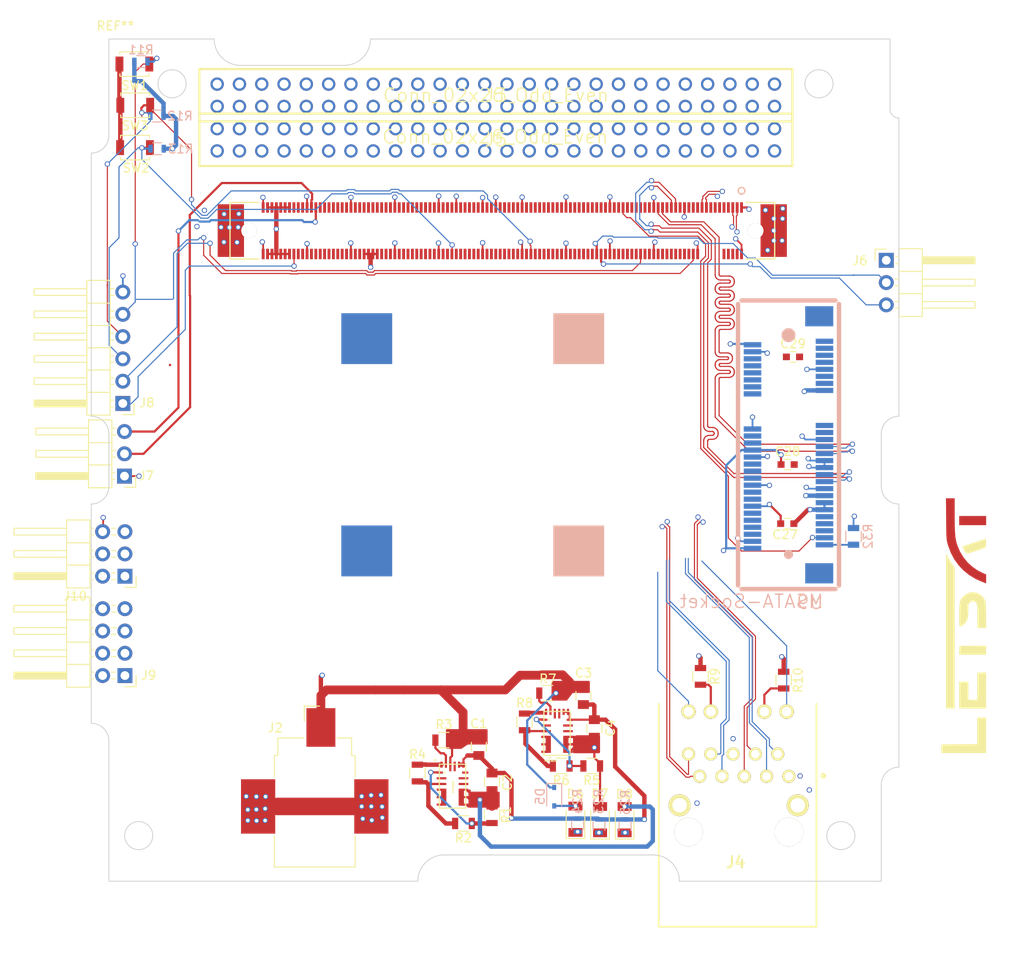
<source format=kicad_pcb>
(kicad_pcb (version 4) (host pcbnew 4.0.7)
  (layers (0 F.Cu signal) (1 In1.Cu power) (2 In2.Cu power) (31 B.Cu signal) (34 B.Paste user) (35 F.Paste user) (36 B.SilkS user) (37 F.SilkS user) (38 B.Mask user) (39 F.Mask user) (44 Edge.Cuts user))
  (net 0 "")
  (net 1 +3.3V)
  (net 2 "Net-(D5-Pad2)")
  (net 3 "Net-(D6-Pad1)")
  (net 4 "Net-(D7-Pad1)")
  (net 5 "Net-(D8-Pad1)")
  (net 6 mCOM_5V_SBY)
  (net 7 I2C_CK)
  (net 8 I2C_DAT)
  (net 9 "Net-(R1-Pad2)")
  (net 10 GNDA)
  (net 11 "Net-(R3-Pad2)")
  (net 12 "Net-(R4-Pad1)")
  (net 13 "Net-(R5-Pad2)")
  (net 14 "Net-(R7-Pad2)")
  (net 15 "Net-(R8-Pad1)")
  (net 16 "Net-(R32-Pad1)")
  (net 17 SATA0_RX+)
  (net 18 SATA0_RX-)
  (net 19 SATA0_TX-)
  (net 20 SATA0_TX+)
  (net 21 SATA_ACTn)
  (net 22 GPI0)
  (net 23 GPI1)
  (net 24 GPI2)
  (net 25 GPI3)
  (net 26 GPO0)
  (net 27 mCOM_TX)
  (net 28 mCOM_RX)
  (net 29 PWRBTNn)
  (net 30 PWR_OK)
  (net 31 SYS_RESETn)
  (net 32 GPO1)
  (net 33 GPO2)
  (net 34 GPO3)
  (net 35 WAKE1n)
  (net 36 SLEEPn)
  (net 37 mCOM_12V)
  (net 38 "GBE0_CTREF(GND)")
  (net 39 GBE0_MDI3-)
  (net 40 GBE0_MDI3+)
  (net 41 GBE0_LINK100#)
  (net 42 GBE0_LINK1000#)
  (net 43 GBE0_MDI2-)
  (net 44 GBE0_MDI2+)
  (net 45 GBE0_MDI1-)
  (net 46 GBE0_MDI1+)
  (net 47 GBE0_MDI0-)
  (net 48 GBE0_MDI0+)
  (net 49 SPI_MISO)
  (net 50 SPI_CLK)
  (net 51 SPI_MOSI)
  (net 52 SPI_CS#)
  (net 53 "Net-(J4-Pad15)")
  (net 54 "Net-(J1-Pad8)")
  (net 55 "Net-(J1-Pad15)")
  (net 56 "Net-(J1-Pad18)")
  (net 57 "Net-(J1-Pad22)")
  (net 58 "Net-(J1-Pad23)")
  (net 59 "Net-(J1-Pad24)")
  (net 60 "Net-(J1-Pad25)")
  (net 61 "Net-(J1-Pad26)")
  (net 62 "Net-(J1-Pad27)")
  (net 63 "Net-(J1-Pad29)")
  (net 64 "Net-(J1-Pad30)")
  (net 65 "Net-(J1-Pad32)")
  (net 66 "Net-(J1-Pad33)")
  (net 67 "Net-(J1-Pad34)")
  (net 68 "Net-(J1-Pad35)")
  (net 69 "Net-(J1-Pad36)")
  (net 70 "Net-(J1-Pad37)")
  (net 71 "Net-(J1-Pad38)")
  (net 72 "Net-(J1-Pad39)")
  (net 73 "Net-(J1-Pad40)")
  (net 74 "Net-(J1-Pad42)")
  (net 75 "Net-(J1-Pad43)")
  (net 76 "Net-(J1-Pad44)")
  (net 77 "Net-(J1-Pad45)")
  (net 78 "Net-(J1-Pad46)")
  (net 79 "Net-(J1-Pad47)")
  (net 80 "Net-(J1-Pad48)")
  (net 81 "Net-(J1-Pad49)")
  (net 82 "Net-(J1-Pad50)")
  (net 83 "Net-(J1-Pad52)")
  (net 84 "Net-(J1-Pad53)")
  (net 85 "Net-(J1-Pad55)")
  (net 86 "Net-(J1-Pad56)")
  (net 87 "Net-(J1-Pad58)")
  (net 88 "Net-(J1-Pad59)")
  (net 89 "Net-(J1-Pad61)")
  (net 90 "Net-(J1-Pad62)")
  (net 91 "Net-(J1-Pad64)")
  (net 92 "Net-(J1-Pad65)")
  (net 93 "Net-(J1-Pad68)")
  (net 94 "Net-(J1-Pad69)")
  (net 95 "Net-(J1-Pad71)")
  (net 96 "Net-(J1-Pad72)")
  (net 97 "Net-(J1-Pad73)")
  (net 98 "Net-(J1-Pad74)")
  (net 99 "Net-(J1-Pad75)")
  (net 100 "Net-(J1-Pad76)")
  (net 101 "Net-(J1-Pad77)")
  (net 102 "Net-(J1-Pad78)")
  (net 103 "Net-(J1-Pad79)")
  (net 104 "Net-(J1-Pad81)")
  (net 105 "Net-(J1-Pad82)")
  (net 106 "Net-(J1-Pad83)")
  (net 107 "Net-(J1-Pad84)")
  (net 108 "Net-(J1-Pad86)")
  (net 109 "Net-(J1-Pad87)")
  (net 110 "Net-(J1-Pad88)")
  (net 111 "Net-(J1-Pad89)")
  (net 112 "Net-(J1-Pad91)")
  (net 113 "Net-(J1-Pad96)")
  (net 114 "Net-(J1-Pad101)")
  (net 115 "Net-(J1-Pad102)")
  (net 116 "Net-(J1-Pad103)")
  (net 117 "Net-(J1-Pad112)")
  (net 118 "Net-(J1-Pad113)")
  (net 119 "Net-(J1-Pad114)")
  (net 120 "Net-(J1-Pad115)")
  (net 121 "Net-(J1-Pad123)")
  (net 122 "Net-(J1-Pad124)")
  (net 123 "Net-(J1-Pad125)")
  (net 124 "Net-(J1-Pad126)")
  (net 125 "Net-(J1-Pad127)")
  (net 126 "Net-(J1-Pad128)")
  (net 127 "Net-(J1-Pad129)")
  (net 128 "Net-(J1-Pad130)")
  (net 129 "Net-(J1-Pad132)")
  (net 130 "Net-(J1-Pad133)")
  (net 131 "Net-(J1-Pad135)")
  (net 132 "Net-(J1-Pad136)")
  (net 133 "Net-(J1-Pad137)")
  (net 134 "Net-(J1-Pad138)")
  (net 135 "Net-(J1-Pad139)")
  (net 136 "Net-(J1-Pad140)")
  (net 137 "Net-(J1-Pad142)")
  (net 138 "Net-(J1-Pad145)")
  (net 139 "Net-(J1-Pad146)")
  (net 140 "Net-(J1-Pad147)")
  (net 141 "Net-(J1-Pad148)")
  (net 142 "Net-(J1-Pad149)")
  (net 143 "Net-(J1-Pad150)")
  (net 144 "Net-(J1-Pad152)")
  (net 145 "Net-(J1-Pad153)")
  (net 146 "Net-(J1-Pad154)")
  (net 147 "Net-(J1-Pad155)")
  (net 148 "Net-(J1-Pad156)")
  (net 149 "Net-(J1-Pad157)")
  (net 150 "Net-(J1-Pad158)")
  (net 151 "Net-(J1-Pad160)")
  (net 152 "Net-(J1-Pad162)")
  (net 153 "Net-(J1-Pad163)")
  (net 154 "Net-(J1-Pad165)")
  (net 155 "Net-(J1-Pad166)")
  (net 156 "Net-(J1-Pad168)")
  (net 157 "Net-(J1-Pad169)")
  (net 158 "Net-(J1-Pad171)")
  (net 159 "Net-(J1-Pad172)")
  (net 160 "Net-(J1-Pad174)")
  (net 161 "Net-(J1-Pad175)")
  (net 162 "Net-(J1-Pad176)")
  (net 163 "Net-(J1-Pad178)")
  (net 164 "Net-(J1-Pad179)")
  (net 165 "Net-(J1-Pad181)")
  (net 166 "Net-(J1-Pad182)")
  (net 167 "Net-(J1-Pad183)")
  (net 168 "Net-(J1-Pad184)")
  (net 169 "Net-(J1-Pad185)")
  (net 170 "Net-(J1-Pad186)")
  (net 171 "Net-(J1-Pad187)")
  (net 172 "Net-(J1-Pad188)")
  (net 173 "Net-(J1-Pad189)")
  (net 174 "Net-(J1-Pad191)")
  (net 175 "Net-(J1-Pad192)")
  (net 176 "Net-(J1-Pad193)")
  (net 177 "Net-(J1-Pad198)")
  (net 178 "Net-(J1-Pad199)")
  (net 179 "Net-(J1-Pad201)")
  (net 180 "Net-(J1-Pad202)")
  (net 181 "Net-(J1-Pad203)")
  (net 182 "Net-(J1-Pad204)")
  (net 183 "Net-(J1-Pad205)")
  (net 184 "Net-(J1-Pad206)")
  (net 185 "Net-(J1-Pad207)")
  (net 186 "Net-(J1-Pad208)")
  (net 187 "Net-(J1-Pad209)")
  (net 188 "Net-(J1-Pad211)")
  (net 189 "Net-(J1-Pad212)")
  (net 190 "Net-(J3-Pad1)")
  (net 191 "Net-(J3-Pad2)")
  (net 192 "Net-(J3-Pad3)")
  (net 193 "Net-(J3-Pad4)")
  (net 194 "Net-(J3-Pad5)")
  (net 195 "Net-(J3-Pad6)")
  (net 196 "Net-(J3-Pad7)")
  (net 197 "Net-(J3-Pad8)")
  (net 198 "Net-(J3-Pad9)")
  (net 199 "Net-(J3-Pad10)")
  (net 200 "Net-(J3-Pad11)")
  (net 201 "Net-(J3-Pad12)")
  (net 202 "Net-(J3-Pad13)")
  (net 203 "Net-(J3-Pad14)")
  (net 204 "Net-(J3-Pad15)")
  (net 205 "Net-(J3-Pad16)")
  (net 206 "Net-(J3-Pad17)")
  (net 207 "Net-(J3-Pad18)")
  (net 208 "Net-(J3-Pad19)")
  (net 209 "Net-(J3-Pad20)")
  (net 210 "Net-(J3-Pad21)")
  (net 211 "Net-(J3-Pad22)")
  (net 212 "Net-(J3-Pad23)")
  (net 213 "Net-(J3-Pad24)")
  (net 214 "Net-(J3-Pad25)")
  (net 215 "Net-(J3-Pad26)")
  (net 216 "Net-(J3-Pad27)")
  (net 217 "Net-(J3-Pad28)")
  (net 218 "Net-(J3-Pad29)")
  (net 219 "Net-(J3-Pad30)")
  (net 220 "Net-(J3-Pad31)")
  (net 221 "Net-(J3-Pad32)")
  (net 222 "Net-(J3-Pad33)")
  (net 223 "Net-(J3-Pad34)")
  (net 224 "Net-(J3-Pad35)")
  (net 225 "Net-(J3-Pad36)")
  (net 226 "Net-(J3-Pad37)")
  (net 227 "Net-(J3-Pad38)")
  (net 228 "Net-(J3-Pad39)")
  (net 229 "Net-(J3-Pad40)")
  (net 230 "Net-(J3-Pad41)")
  (net 231 "Net-(J3-Pad42)")
  (net 232 "Net-(J3-Pad43)")
  (net 233 "Net-(J3-Pad44)")
  (net 234 "Net-(J3-Pad45)")
  (net 235 "Net-(J3-Pad46)")
  (net 236 "Net-(J3-Pad47)")
  (net 237 "Net-(J3-Pad48)")
  (net 238 "Net-(J3-Pad49)")
  (net 239 "Net-(J3-Pad50)")
  (net 240 "Net-(J3-Pad51)")
  (net 241 "Net-(J3-Pad52)")
  (net 242 "Net-(J4-Pad14)")
  (net 243 "Net-(J5-Pad1)")
  (net 244 "Net-(J5-Pad2)")
  (net 245 "Net-(J5-Pad3)")
  (net 246 "Net-(J5-Pad4)")
  (net 247 "Net-(J5-Pad5)")
  (net 248 "Net-(J5-Pad6)")
  (net 249 "Net-(J5-Pad7)")
  (net 250 "Net-(J5-Pad8)")
  (net 251 "Net-(J5-Pad9)")
  (net 252 "Net-(J5-Pad10)")
  (net 253 "Net-(J5-Pad11)")
  (net 254 "Net-(J5-Pad12)")
  (net 255 "Net-(J5-Pad13)")
  (net 256 "Net-(J5-Pad14)")
  (net 257 "Net-(J5-Pad15)")
  (net 258 "Net-(J5-Pad16)")
  (net 259 "Net-(J5-Pad17)")
  (net 260 "Net-(J5-Pad18)")
  (net 261 "Net-(J5-Pad19)")
  (net 262 "Net-(J5-Pad20)")
  (net 263 "Net-(J5-Pad21)")
  (net 264 "Net-(J5-Pad22)")
  (net 265 "Net-(J5-Pad23)")
  (net 266 "Net-(J5-Pad24)")
  (net 267 "Net-(J5-Pad25)")
  (net 268 "Net-(J5-Pad26)")
  (net 269 "Net-(J5-Pad27)")
  (net 270 "Net-(J5-Pad28)")
  (net 271 "Net-(J5-Pad29)")
  (net 272 "Net-(J5-Pad30)")
  (net 273 "Net-(J5-Pad31)")
  (net 274 "Net-(J5-Pad32)")
  (net 275 "Net-(J5-Pad33)")
  (net 276 "Net-(J5-Pad34)")
  (net 277 "Net-(J5-Pad35)")
  (net 278 "Net-(J5-Pad36)")
  (net 279 "Net-(J5-Pad37)")
  (net 280 "Net-(J5-Pad38)")
  (net 281 "Net-(J5-Pad39)")
  (net 282 "Net-(J5-Pad40)")
  (net 283 "Net-(J5-Pad41)")
  (net 284 "Net-(J5-Pad42)")
  (net 285 "Net-(J5-Pad43)")
  (net 286 "Net-(J5-Pad44)")
  (net 287 "Net-(J5-Pad45)")
  (net 288 "Net-(J5-Pad46)")
  (net 289 "Net-(J5-Pad47)")
  (net 290 "Net-(J5-Pad48)")
  (net 291 "Net-(J5-Pad49)")
  (net 292 "Net-(J5-Pad50)")
  (net 293 "Net-(J5-Pad51)")
  (net 294 "Net-(J5-Pad52)")
  (net 295 SPI_POWER)
  (net 296 "Net-(U1-Pad2)")
  (net 297 "Net-(U1-Pad4)")
  (net 298 "Net-(U1-Pad5)")
  (net 299 "Net-(U1-Pad6)")
  (net 300 "Net-(U1-Pad11)")
  (net 301 "Net-(U2-Pad2)")
  (net 302 "Net-(U2-Pad4)")
  (net 303 "Net-(U2-Pad5)")
  (net 304 "Net-(U2-Pad6)")
  (net 305 "Net-(U2-Pad11)")
  (net 306 "Net-(U9-Pad1)")
  (net 307 "Net-(U9-Pad3)")
  (net 308 "Net-(U9-Pad5)")
  (net 309 "Net-(U9-Pad6)")
  (net 310 "Net-(U9-Pad7)")
  (net 311 "Net-(U9-Pad8)")
  (net 312 "Net-(U9-Pad10)")
  (net 313 "Net-(U9-Pad11)")
  (net 314 "Net-(U9-Pad12)")
  (net 315 "Net-(U9-Pad13)")
  (net 316 "Net-(U9-Pad14)")
  (net 317 "Net-(U9-Pad16)")
  (net 318 "Net-(U9-Pad17)")
  (net 319 "Net-(U9-Pad19)")
  (net 320 "Net-(U9-Pad20)")
  (net 321 "Net-(U9-Pad22)")
  (net 322 "Net-(U9-Pad28)")
  (net 323 "Net-(U9-Pad30)")
  (net 324 "Net-(U9-Pad32)")
  (net 325 "Net-(U9-Pad36)")
  (net 326 "Net-(U9-Pad38)")
  (net 327 "Net-(U9-Pad42)")
  (net 328 "Net-(U9-Pad43)")
  (net 329 "Net-(U9-Pad44)")
  (net 330 "Net-(U9-Pad45)")
  (net 331 "Net-(U9-Pad46)")
  (net 332 "Net-(U9-Pad47)")
  (net 333 "Net-(U9-Pad48)")
  (net 334 "Net-(J4-Pad11)")
  (net 335 "Net-(J4-Pad12)")
  (module Resistors_SMD:R_0805 (layer F.Cu) (at 160.8 97.075 270)
    (fp_text reference R10 (at 0 -1.65 270) (layer F.SilkS))
    (fp_text value 330)
    (pad 1 smd rect (at -0.95 0 270) (size 0.7 1.3) (layers F.Cu F.Paste F.Mask) (net 38 "GBE0_CTREF(GND)"))
    (pad 2 smd rect (at 0.95 0 270) (size 0.7 1.3) (layers F.Cu F.Paste F.Mask) (net 242 "Net-(J4-Pad14)"))
  )
  (module BusSimulator:ComExpressMini10 (layer F.Cu) (at 163.475996 48.5 180)
    (fp_text reference J1 hide)
    (fp_text value CONN_3-6318491-6 hide)
    (pad 1 smd rect (at 7.475997 5.3 180) (size 0.3302 1.1938) (layers F.Cu F.Paste F.Mask) (net 38 "GBE0_CTREF(GND)"))
    (pad 2 smd rect (at 7.975996 5.3 180) (size 0.3302 1.1938) (layers F.Cu F.Paste F.Mask) (net 39 GBE0_MDI3-))
    (pad 3 smd rect (at 8.475997 5.3 180) (size 0.3302 1.1938) (layers F.Cu F.Paste F.Mask) (net 40 GBE0_MDI3+))
    (pad 4 smd rect (at 8.975996 5.3 180) (size 0.3302 1.1938) (layers F.Cu F.Paste F.Mask) (net 41 GBE0_LINK100#))
    (pad 5 smd rect (at 9.475995 5.3 180) (size 0.3302 1.1938) (layers F.Cu F.Paste F.Mask) (net 42 GBE0_LINK1000#))
    (pad 6 smd rect (at 9.975997 5.3 180) (size 0.3302 1.1938) (layers F.Cu F.Paste F.Mask) (net 43 GBE0_MDI2-))
    (pad 7 smd rect (at 10.475996 5.3 180) (size 0.3302 1.1938) (layers F.Cu F.Paste F.Mask) (net 44 GBE0_MDI2+))
    (pad 8 smd rect (at 10.975997 5.3 180) (size 0.3302 1.1938) (layers F.Cu F.Paste F.Mask) (net 54 "Net-(J1-Pad8)"))
    (pad 9 smd rect (at 11.475996 5.3 180) (size 0.3302 1.1938) (layers F.Cu F.Paste F.Mask) (net 45 GBE0_MDI1-))
    (pad 10 smd rect (at 11.975995 5.3 180) (size 0.3302 1.1938) (layers F.Cu F.Paste F.Mask) (net 46 GBE0_MDI1+))
    (pad 11 smd rect (at 12.475997 5.3 180) (size 0.3302 1.1938) (layers F.Cu F.Paste F.Mask) (net 38 "GBE0_CTREF(GND)"))
    (pad 12 smd rect (at 12.975996 5.3 180) (size 0.3302 1.1938) (layers F.Cu F.Paste F.Mask) (net 47 GBE0_MDI0-))
    (pad 13 smd rect (at 13.475998 5.3 180) (size 0.3302 1.1938) (layers F.Cu F.Paste F.Mask) (net 48 GBE0_MDI0+))
    (pad 14 smd rect (at 13.975997 5.3 180) (size 0.3302 1.1938) (layers F.Cu F.Paste F.Mask) (net 38 "GBE0_CTREF(GND)"))
    (pad 15 smd rect (at 14.475996 5.3 180) (size 0.3302 1.1938) (layers F.Cu F.Paste F.Mask) (net 55 "Net-(J1-Pad15)"))
    (pad 16 smd rect (at 14.975997 5.3 180) (size 0.3302 1.1938) (layers F.Cu F.Paste F.Mask) (net 20 SATA0_TX+))
    (pad 17 smd rect (at 15.475996 5.3 180) (size 0.3302 1.1938) (layers F.Cu F.Paste F.Mask) (net 19 SATA0_TX-))
    (pad 18 smd rect (at 15.975998 5.3 180) (size 0.3302 1.1938) (layers F.Cu F.Paste F.Mask) (net 56 "Net-(J1-Pad18)"))
    (pad 19 smd rect (at 16.475997 5.3 180) (size 0.3302 1.1938) (layers F.Cu F.Paste F.Mask) (net 17 SATA0_RX+))
    (pad 20 smd rect (at 16.975996 5.3 180) (size 0.3302 1.1938) (layers F.Cu F.Paste F.Mask) (net 18 SATA0_RX-))
    (pad 21 smd rect (at 17.475997 5.3 180) (size 0.3302 1.1938) (layers F.Cu F.Paste F.Mask) (net 38 "GBE0_CTREF(GND)"))
    (pad 22 smd rect (at 17.975996 5.3 180) (size 0.3302 1.1938) (layers F.Cu F.Paste F.Mask) (net 57 "Net-(J1-Pad22)"))
    (pad 23 smd rect (at 18.475998 5.3 180) (size 0.3302 1.1938) (layers F.Cu F.Paste F.Mask) (net 58 "Net-(J1-Pad23)"))
    (pad 24 smd rect (at 18.975997 5.3 180) (size 0.3302 1.1938) (layers F.Cu F.Paste F.Mask) (net 59 "Net-(J1-Pad24)"))
    (pad 25 smd rect (at 19.475996 5.3 180) (size 0.3302 1.1938) (layers F.Cu F.Paste F.Mask) (net 60 "Net-(J1-Pad25)"))
    (pad 26 smd rect (at 19.975997 5.3 180) (size 0.3302 1.1938) (layers F.Cu F.Paste F.Mask) (net 61 "Net-(J1-Pad26)"))
    (pad 27 smd rect (at 20.475996 5.3 180) (size 0.3302 1.1938) (layers F.Cu F.Paste F.Mask) (net 62 "Net-(J1-Pad27)"))
    (pad 28 smd rect (at 20.975998 5.3 180) (size 0.3302 1.1938) (layers F.Cu F.Paste F.Mask) (net 21 SATA_ACTn))
    (pad 29 smd rect (at 21.475997 5.3 180) (size 0.3302 1.1938) (layers F.Cu F.Paste F.Mask) (net 63 "Net-(J1-Pad29)"))
    (pad 30 smd rect (at 21.975996 5.3 180) (size 0.3302 1.1938) (layers F.Cu F.Paste F.Mask) (net 64 "Net-(J1-Pad30)"))
    (pad 31 smd rect (at 22.475997 5.3 180) (size 0.3302 1.1938) (layers F.Cu F.Paste F.Mask) (net 38 "GBE0_CTREF(GND)"))
    (pad 32 smd rect (at 22.975996 5.3 180) (size 0.3302 1.1938) (layers F.Cu F.Paste F.Mask) (net 65 "Net-(J1-Pad32)"))
    (pad 33 smd rect (at 23.475995 5.3 180) (size 0.3302 1.1938) (layers F.Cu F.Paste F.Mask) (net 66 "Net-(J1-Pad33)"))
    (pad 34 smd rect (at 23.975997 5.3 180) (size 0.3302 1.1938) (layers F.Cu F.Paste F.Mask) (net 67 "Net-(J1-Pad34)"))
    (pad 35 smd rect (at 24.475996 5.3 180) (size 0.3302 1.1938) (layers F.Cu F.Paste F.Mask) (net 68 "Net-(J1-Pad35)"))
    (pad 36 smd rect (at 24.975997 5.3 180) (size 0.3302 1.1938) (layers F.Cu F.Paste F.Mask) (net 69 "Net-(J1-Pad36)"))
    (pad 37 smd rect (at 25.475996 5.3 180) (size 0.3302 1.1938) (layers F.Cu F.Paste F.Mask) (net 70 "Net-(J1-Pad37)"))
    (pad 38 smd rect (at 25.975995 5.3 180) (size 0.3302 1.1938) (layers F.Cu F.Paste F.Mask) (net 71 "Net-(J1-Pad38)"))
    (pad 39 smd rect (at 26.475997 5.3 180) (size 0.3302 1.1938) (layers F.Cu F.Paste F.Mask) (net 72 "Net-(J1-Pad39)"))
    (pad 40 smd rect (at 26.975996 5.3 180) (size 0.3302 1.1938) (layers F.Cu F.Paste F.Mask) (net 73 "Net-(J1-Pad40)"))
    (pad 41 smd rect (at 27.475997 5.3 180) (size 0.3302 1.1938) (layers F.Cu F.Paste F.Mask) (net 38 "GBE0_CTREF(GND)"))
    (pad 42 smd rect (at 27.975996 5.3 180) (size 0.3302 1.1938) (layers F.Cu F.Paste F.Mask) (net 74 "Net-(J1-Pad42)"))
    (pad 43 smd rect (at 28.475995 5.3 180) (size 0.3302 1.1938) (layers F.Cu F.Paste F.Mask) (net 75 "Net-(J1-Pad43)"))
    (pad 44 smd rect (at 28.975997 5.3 180) (size 0.3302 1.1938) (layers F.Cu F.Paste F.Mask) (net 76 "Net-(J1-Pad44)"))
    (pad 45 smd rect (at 29.475996 5.3 180) (size 0.3302 1.1938) (layers F.Cu F.Paste F.Mask) (net 77 "Net-(J1-Pad45)"))
    (pad 46 smd rect (at 29.975998 5.3 180) (size 0.3302 1.1938) (layers F.Cu F.Paste F.Mask) (net 78 "Net-(J1-Pad46)"))
    (pad 47 smd rect (at 30.475997 5.3 180) (size 0.3302 1.1938) (layers F.Cu F.Paste F.Mask) (net 79 "Net-(J1-Pad47)"))
    (pad 48 smd rect (at 30.975996 5.3 180) (size 0.3302 1.1938) (layers F.Cu F.Paste F.Mask) (net 80 "Net-(J1-Pad48)"))
    (pad 49 smd rect (at 31.475997 5.3 180) (size 0.3302 1.1938) (layers F.Cu F.Paste F.Mask) (net 81 "Net-(J1-Pad49)"))
    (pad 50 smd rect (at 31.975996 5.3 180) (size 0.3302 1.1938) (layers F.Cu F.Paste F.Mask) (net 82 "Net-(J1-Pad50)"))
    (pad 51 smd rect (at 32.475998 5.3 180) (size 0.3302 1.1938) (layers F.Cu F.Paste F.Mask) (net 38 "GBE0_CTREF(GND)"))
    (pad 52 smd rect (at 32.975997 5.3 180) (size 0.3302 1.1938) (layers F.Cu F.Paste F.Mask) (net 83 "Net-(J1-Pad52)"))
    (pad 53 smd rect (at 33.475996 5.3 180) (size 0.3302 1.1938) (layers F.Cu F.Paste F.Mask) (net 84 "Net-(J1-Pad53)"))
    (pad 54 smd rect (at 33.975997 5.3 180) (size 0.3302 1.1938) (layers F.Cu F.Paste F.Mask) (net 22 GPI0))
    (pad 55 smd rect (at 34.475996 5.3 180) (size 0.3302 1.1938) (layers F.Cu F.Paste F.Mask) (net 85 "Net-(J1-Pad55)"))
    (pad 56 smd rect (at 34.975998 5.3 180) (size 0.3302 1.1938) (layers F.Cu F.Paste F.Mask) (net 86 "Net-(J1-Pad56)"))
    (pad 57 smd rect (at 35.475997 5.3 180) (size 0.3302 1.1938) (layers F.Cu F.Paste F.Mask) (net 38 "GBE0_CTREF(GND)"))
    (pad 58 smd rect (at 35.975996 5.3 180) (size 0.3302 1.1938) (layers F.Cu F.Paste F.Mask) (net 87 "Net-(J1-Pad58)"))
    (pad 59 smd rect (at 36.475997 5.3 180) (size 0.3302 1.1938) (layers F.Cu F.Paste F.Mask) (net 88 "Net-(J1-Pad59)"))
    (pad 60 smd rect (at 36.975996 5.3 180) (size 0.3302 1.1938) (layers F.Cu F.Paste F.Mask) (net 38 "GBE0_CTREF(GND)"))
    (pad 61 smd rect (at 37.475998 5.3 180) (size 0.3302 1.1938) (layers F.Cu F.Paste F.Mask) (net 89 "Net-(J1-Pad61)"))
    (pad 62 smd rect (at 37.975997 5.3 180) (size 0.3302 1.1938) (layers F.Cu F.Paste F.Mask) (net 90 "Net-(J1-Pad62)"))
    (pad 63 smd rect (at 38.475996 5.3 180) (size 0.3302 1.1938) (layers F.Cu F.Paste F.Mask) (net 23 GPI1))
    (pad 64 smd rect (at 38.975997 5.3 180) (size 0.3302 1.1938) (layers F.Cu F.Paste F.Mask) (net 91 "Net-(J1-Pad64)"))
    (pad 65 smd rect (at 39.475996 5.3 180) (size 0.3302 1.1938) (layers F.Cu F.Paste F.Mask) (net 92 "Net-(J1-Pad65)"))
    (pad 66 smd rect (at 39.975998 5.3 180) (size 0.3302 1.1938) (layers F.Cu F.Paste F.Mask) (net 38 "GBE0_CTREF(GND)"))
    (pad 67 smd rect (at 40.475997 5.3 180) (size 0.3302 1.1938) (layers F.Cu F.Paste F.Mask) (net 24 GPI2))
    (pad 68 smd rect (at 40.975996 5.3 180) (size 0.3302 1.1938) (layers F.Cu F.Paste F.Mask) (net 93 "Net-(J1-Pad68)"))
    (pad 69 smd rect (at 41.475997 5.3 180) (size 0.3302 1.1938) (layers F.Cu F.Paste F.Mask) (net 94 "Net-(J1-Pad69)"))
    (pad 70 smd rect (at 41.975996 5.3 180) (size 0.3302 1.1938) (layers F.Cu F.Paste F.Mask) (net 38 "GBE0_CTREF(GND)"))
    (pad 71 smd rect (at 42.475995 5.3 180) (size 0.3302 1.1938) (layers F.Cu F.Paste F.Mask) (net 95 "Net-(J1-Pad71)"))
    (pad 72 smd rect (at 42.975997 5.3 180) (size 0.3302 1.1938) (layers F.Cu F.Paste F.Mask) (net 96 "Net-(J1-Pad72)"))
    (pad 73 smd rect (at 43.475996 5.3 180) (size 0.3302 1.1938) (layers F.Cu F.Paste F.Mask) (net 97 "Net-(J1-Pad73)"))
    (pad 74 smd rect (at 43.975997 5.3 180) (size 0.3302 1.1938) (layers F.Cu F.Paste F.Mask) (net 98 "Net-(J1-Pad74)"))
    (pad 75 smd rect (at 44.475996 5.3 180) (size 0.3302 1.1938) (layers F.Cu F.Paste F.Mask) (net 99 "Net-(J1-Pad75)"))
    (pad 76 smd rect (at 44.975995 5.3 180) (size 0.3302 1.1938) (layers F.Cu F.Paste F.Mask) (net 100 "Net-(J1-Pad76)"))
    (pad 77 smd rect (at 45.475997 5.3 180) (size 0.3302 1.1938) (layers F.Cu F.Paste F.Mask) (net 101 "Net-(J1-Pad77)"))
    (pad 78 smd rect (at 45.975996 5.3 180) (size 0.3302 1.1938) (layers F.Cu F.Paste F.Mask) (net 102 "Net-(J1-Pad78)"))
    (pad 79 smd rect (at 46.475998 5.3 180) (size 0.3302 1.1938) (layers F.Cu F.Paste F.Mask) (net 103 "Net-(J1-Pad79)"))
    (pad 80 smd rect (at 46.975997 5.3 180) (size 0.3302 1.1938) (layers F.Cu F.Paste F.Mask) (net 38 "GBE0_CTREF(GND)"))
    (pad 81 smd rect (at 47.475996 5.3 180) (size 0.3302 1.1938) (layers F.Cu F.Paste F.Mask) (net 104 "Net-(J1-Pad81)"))
    (pad 82 smd rect (at 47.975997 5.3 180) (size 0.3302 1.1938) (layers F.Cu F.Paste F.Mask) (net 105 "Net-(J1-Pad82)"))
    (pad 83 smd rect (at 48.475996 5.3 180) (size 0.3302 1.1938) (layers F.Cu F.Paste F.Mask) (net 106 "Net-(J1-Pad83)"))
    (pad 84 smd rect (at 48.975998 5.3 180) (size 0.3302 1.1938) (layers F.Cu F.Paste F.Mask) (net 107 "Net-(J1-Pad84)"))
    (pad 85 smd rect (at 49.475997 5.3 180) (size 0.3302 1.1938) (layers F.Cu F.Paste F.Mask) (net 25 GPI3))
    (pad 86 smd rect (at 49.975996 5.3 180) (size 0.3302 1.1938) (layers F.Cu F.Paste F.Mask) (net 108 "Net-(J1-Pad86)"))
    (pad 87 smd rect (at 50.475997 5.3 180) (size 0.3302 1.1938) (layers F.Cu F.Paste F.Mask) (net 109 "Net-(J1-Pad87)"))
    (pad 88 smd rect (at 50.975996 5.3 180) (size 0.3302 1.1938) (layers F.Cu F.Paste F.Mask) (net 110 "Net-(J1-Pad88)"))
    (pad 89 smd rect (at 51.475998 5.3 180) (size 0.3302 1.1938) (layers F.Cu F.Paste F.Mask) (net 111 "Net-(J1-Pad89)"))
    (pad 90 smd rect (at 51.975997 5.3 180) (size 0.3302 1.1938) (layers F.Cu F.Paste F.Mask) (net 38 "GBE0_CTREF(GND)"))
    (pad 91 smd rect (at 52.475996 5.3 180) (size 0.3302 1.1938) (layers F.Cu F.Paste F.Mask) (net 112 "Net-(J1-Pad91)"))
    (pad 92 smd rect (at 52.975997 5.3 180) (size 0.3302 1.1938) (layers F.Cu F.Paste F.Mask) (net 49 SPI_MISO))
    (pad 93 smd rect (at 53.475996 5.3 180) (size 0.3302 1.1938) (layers F.Cu F.Paste F.Mask) (net 26 GPO0))
    (pad 94 smd rect (at 53.975998 5.3 180) (size 0.3302 1.1938) (layers F.Cu F.Paste F.Mask) (net 50 SPI_CLK))
    (pad 95 smd rect (at 54.475997 5.3 180) (size 0.3302 1.1938) (layers F.Cu F.Paste F.Mask) (net 51 SPI_MOSI))
    (pad 96 smd rect (at 54.975996 5.3 180) (size 0.3302 1.1938) (layers F.Cu F.Paste F.Mask) (net 113 "Net-(J1-Pad96)"))
    (pad 97 smd rect (at 55.475997 5.3 180) (size 0.3302 1.1938) (layers F.Cu F.Paste F.Mask) (net 52 SPI_CS#))
    (pad 98 smd rect (at 55.975996 5.3 180) (size 0.3302 1.1938) (layers F.Cu F.Paste F.Mask) (net 27 mCOM_TX))
    (pad 99 smd rect (at 56.475998 5.3 180) (size 0.3302 1.1938) (layers F.Cu F.Paste F.Mask) (net 28 mCOM_RX))
    (pad 100 smd rect (at 56.975997 5.3 180) (size 0.3302 1.1938) (layers F.Cu F.Paste F.Mask) (net 38 "GBE0_CTREF(GND)"))
    (pad 101 smd rect (at 57.475996 5.3 180) (size 0.3302 1.1938) (layers F.Cu F.Paste F.Mask) (net 114 "Net-(J1-Pad101)"))
    (pad 102 smd rect (at 57.975997 5.3 180) (size 0.3302 1.1938) (layers F.Cu F.Paste F.Mask) (net 115 "Net-(J1-Pad102)"))
    (pad 103 smd rect (at 58.475996 5.3 180) (size 0.3302 1.1938) (layers F.Cu F.Paste F.Mask) (net 116 "Net-(J1-Pad103)"))
    (pad 104 smd rect (at 58.975998 5.3 180) (size 0.3302 1.1938) (layers F.Cu F.Paste F.Mask) (net 37 mCOM_12V))
    (pad 105 smd rect (at 59.475997 5.3 180) (size 0.3302 1.1938) (layers F.Cu F.Paste F.Mask) (net 37 mCOM_12V))
    (pad 106 smd rect (at 59.975996 5.3 180) (size 0.3302 1.1938) (layers F.Cu F.Paste F.Mask) (net 37 mCOM_12V))
    (pad 107 smd rect (at 60.475997 5.3 180) (size 0.3302 1.1938) (layers F.Cu F.Paste F.Mask) (net 37 mCOM_12V))
    (pad 108 smd rect (at 60.975996 5.3 180) (size 0.3302 1.1938) (layers F.Cu F.Paste F.Mask) (net 37 mCOM_12V))
    (pad 109 smd rect (at 61.475998 5.3 180) (size 0.3302 1.1938) (layers F.Cu F.Paste F.Mask) (net 37 mCOM_12V))
    (pad 110 smd rect (at 61.975997 5.3 180) (size 0.3302 1.1938) (layers F.Cu F.Paste F.Mask) (net 38 "GBE0_CTREF(GND)"))
    (pad 111 smd rect (at 7.475997 0 180) (size 0.3302 1.1938) (layers F.Cu F.Paste F.Mask) (net 38 "GBE0_CTREF(GND)"))
    (pad 112 smd rect (at 7.975996 0 180) (size 0.3302 1.1938) (layers F.Cu F.Paste F.Mask) (net 117 "Net-(J1-Pad112)"))
    (pad 113 smd rect (at 8.475997 0 180) (size 0.3302 1.1938) (layers F.Cu F.Paste F.Mask) (net 118 "Net-(J1-Pad113)"))
    (pad 114 smd rect (at 8.975996 0 180) (size 0.3302 1.1938) (layers F.Cu F.Paste F.Mask) (net 119 "Net-(J1-Pad114)"))
    (pad 115 smd rect (at 9.475995 0 180) (size 0.3302 1.1938) (layers F.Cu F.Paste F.Mask) (net 120 "Net-(J1-Pad115)"))
    (pad 121 smd rect (at 12.475997 0 180) (size 0.3302 1.1938) (layers F.Cu F.Paste F.Mask) (net 38 "GBE0_CTREF(GND)"))
    (pad 122 smd rect (at 12.975996 0 180) (size 0.3302 1.1938) (layers F.Cu F.Paste F.Mask) (net 29 PWRBTNn))
    (pad 123 smd rect (at 13.475998 0 180) (size 0.3302 1.1938) (layers F.Cu F.Paste F.Mask) (net 121 "Net-(J1-Pad123)"))
    (pad 124 smd rect (at 13.975997 0 180) (size 0.3302 1.1938) (layers F.Cu F.Paste F.Mask) (net 122 "Net-(J1-Pad124)"))
    (pad 125 smd rect (at 14.475996 0 180) (size 0.3302 1.1938) (layers F.Cu F.Paste F.Mask) (net 123 "Net-(J1-Pad125)"))
    (pad 126 smd rect (at 14.975997 0 180) (size 0.3302 1.1938) (layers F.Cu F.Paste F.Mask) (net 124 "Net-(J1-Pad126)"))
    (pad 127 smd rect (at 15.475996 0 180) (size 0.3302 1.1938) (layers F.Cu F.Paste F.Mask) (net 125 "Net-(J1-Pad127)"))
    (pad 128 smd rect (at 15.975998 0 180) (size 0.3302 1.1938) (layers F.Cu F.Paste F.Mask) (net 126 "Net-(J1-Pad128)"))
    (pad 129 smd rect (at 16.475997 0 180) (size 0.3302 1.1938) (layers F.Cu F.Paste F.Mask) (net 127 "Net-(J1-Pad129)"))
    (pad 130 smd rect (at 16.975996 0 180) (size 0.3302 1.1938) (layers F.Cu F.Paste F.Mask) (net 128 "Net-(J1-Pad130)"))
    (pad 131 smd rect (at 17.475997 0 180) (size 0.3302 1.1938) (layers F.Cu F.Paste F.Mask) (net 38 "GBE0_CTREF(GND)"))
    (pad 132 smd rect (at 17.975996 0 180) (size 0.3302 1.1938) (layers F.Cu F.Paste F.Mask) (net 129 "Net-(J1-Pad132)"))
    (pad 133 smd rect (at 18.475998 0 180) (size 0.3302 1.1938) (layers F.Cu F.Paste F.Mask) (net 130 "Net-(J1-Pad133)"))
    (pad 134 smd rect (at 18.975997 0 180) (size 0.3302 1.1938) (layers F.Cu F.Paste F.Mask) (net 30 PWR_OK))
    (pad 135 smd rect (at 19.475996 0 180) (size 0.3302 1.1938) (layers F.Cu F.Paste F.Mask) (net 131 "Net-(J1-Pad135)"))
    (pad 136 smd rect (at 19.975997 0 180) (size 0.3302 1.1938) (layers F.Cu F.Paste F.Mask) (net 132 "Net-(J1-Pad136)"))
    (pad 137 smd rect (at 20.475996 0 180) (size 0.3302 1.1938) (layers F.Cu F.Paste F.Mask) (net 133 "Net-(J1-Pad137)"))
    (pad 138 smd rect (at 20.975998 0 180) (size 0.3302 1.1938) (layers F.Cu F.Paste F.Mask) (net 134 "Net-(J1-Pad138)"))
    (pad 139 smd rect (at 21.475997 0 180) (size 0.3302 1.1938) (layers F.Cu F.Paste F.Mask) (net 135 "Net-(J1-Pad139)"))
    (pad 140 smd rect (at 21.975996 0 180) (size 0.3302 1.1938) (layers F.Cu F.Paste F.Mask) (net 136 "Net-(J1-Pad140)"))
    (pad 141 smd rect (at 22.475997 0 180) (size 0.3302 1.1938) (layers F.Cu F.Paste F.Mask) (net 38 "GBE0_CTREF(GND)"))
    (pad 142 smd rect (at 22.975996 0 180) (size 0.3302 1.1938) (layers F.Cu F.Paste F.Mask) (net 137 "Net-(J1-Pad142)"))
    (pad 143 smd rect (at 23.475995 0 180) (size 0.3302 1.1938) (layers F.Cu F.Paste F.Mask) (net 7 I2C_CK))
    (pad 144 smd rect (at 23.975997 0 180) (size 0.3302 1.1938) (layers F.Cu F.Paste F.Mask) (net 8 I2C_DAT))
    (pad 145 smd rect (at 24.475996 0 180) (size 0.3302 1.1938) (layers F.Cu F.Paste F.Mask) (net 138 "Net-(J1-Pad145)"))
    (pad 146 smd rect (at 24.975997 0 180) (size 0.3302 1.1938) (layers F.Cu F.Paste F.Mask) (net 139 "Net-(J1-Pad146)"))
    (pad 147 smd rect (at 25.475996 0 180) (size 0.3302 1.1938) (layers F.Cu F.Paste F.Mask) (net 140 "Net-(J1-Pad147)"))
    (pad 148 smd rect (at 25.975995 0 180) (size 0.3302 1.1938) (layers F.Cu F.Paste F.Mask) (net 141 "Net-(J1-Pad148)"))
    (pad 149 smd rect (at 26.475997 0 180) (size 0.3302 1.1938) (layers F.Cu F.Paste F.Mask) (net 142 "Net-(J1-Pad149)"))
    (pad 150 smd rect (at 26.975996 0 180) (size 0.3302 1.1938) (layers F.Cu F.Paste F.Mask) (net 143 "Net-(J1-Pad150)"))
    (pad 151 smd rect (at 27.475997 0 180) (size 0.3302 1.1938) (layers F.Cu F.Paste F.Mask) (net 38 "GBE0_CTREF(GND)"))
    (pad 152 smd rect (at 27.975996 0 180) (size 0.3302 1.1938) (layers F.Cu F.Paste F.Mask) (net 144 "Net-(J1-Pad152)"))
    (pad 153 smd rect (at 28.475995 0 180) (size 0.3302 1.1938) (layers F.Cu F.Paste F.Mask) (net 145 "Net-(J1-Pad153)"))
    (pad 154 smd rect (at 28.975997 0 180) (size 0.3302 1.1938) (layers F.Cu F.Paste F.Mask) (net 146 "Net-(J1-Pad154)"))
    (pad 155 smd rect (at 29.475996 0 180) (size 0.3302 1.1938) (layers F.Cu F.Paste F.Mask) (net 147 "Net-(J1-Pad155)"))
    (pad 156 smd rect (at 29.975998 0 180) (size 0.3302 1.1938) (layers F.Cu F.Paste F.Mask) (net 148 "Net-(J1-Pad156)"))
    (pad 157 smd rect (at 30.475997 0 180) (size 0.3302 1.1938) (layers F.Cu F.Paste F.Mask) (net 149 "Net-(J1-Pad157)"))
    (pad 158 smd rect (at 30.975996 0 180) (size 0.3302 1.1938) (layers F.Cu F.Paste F.Mask) (net 150 "Net-(J1-Pad158)"))
    (pad 159 smd rect (at 31.475997 0 180) (size 0.3302 1.1938) (layers F.Cu F.Paste F.Mask) (net 31 SYS_RESETn))
    (pad 160 smd rect (at 31.975996 0 180) (size 0.3302 1.1938) (layers F.Cu F.Paste F.Mask) (net 151 "Net-(J1-Pad160)"))
    (pad 161 smd rect (at 32.475998 0 180) (size 0.3302 1.1938) (layers F.Cu F.Paste F.Mask) (net 38 "GBE0_CTREF(GND)"))
    (pad 162 smd rect (at 32.975997 0 180) (size 0.3302 1.1938) (layers F.Cu F.Paste F.Mask) (net 152 "Net-(J1-Pad162)"))
    (pad 163 smd rect (at 33.475996 0 180) (size 0.3302 1.1938) (layers F.Cu F.Paste F.Mask) (net 153 "Net-(J1-Pad163)"))
    (pad 164 smd rect (at 33.975997 0 180) (size 0.3302 1.1938) (layers F.Cu F.Paste F.Mask) (net 32 GPO1))
    (pad 165 smd rect (at 34.475996 0 180) (size 0.3302 1.1938) (layers F.Cu F.Paste F.Mask) (net 154 "Net-(J1-Pad165)"))
    (pad 166 smd rect (at 34.975998 0 180) (size 0.3302 1.1938) (layers F.Cu F.Paste F.Mask) (net 155 "Net-(J1-Pad166)"))
    (pad 167 smd rect (at 35.475997 0 180) (size 0.3302 1.1938) (layers F.Cu F.Paste F.Mask) (net 33 GPO2))
    (pad 168 smd rect (at 35.975996 0 180) (size 0.3302 1.1938) (layers F.Cu F.Paste F.Mask) (net 156 "Net-(J1-Pad168)"))
    (pad 169 smd rect (at 36.475997 0 180) (size 0.3302 1.1938) (layers F.Cu F.Paste F.Mask) (net 157 "Net-(J1-Pad169)"))
    (pad 170 smd rect (at 36.975996 0 180) (size 0.3302 1.1938) (layers F.Cu F.Paste F.Mask) (net 38 "GBE0_CTREF(GND)"))
    (pad 171 smd rect (at 37.475998 0 180) (size 0.3302 1.1938) (layers F.Cu F.Paste F.Mask) (net 158 "Net-(J1-Pad171)"))
    (pad 172 smd rect (at 37.975997 0 180) (size 0.3302 1.1938) (layers F.Cu F.Paste F.Mask) (net 159 "Net-(J1-Pad172)"))
    (pad 173 smd rect (at 38.475996 0 180) (size 0.3302 1.1938) (layers F.Cu F.Paste F.Mask) (net 34 GPO3))
    (pad 174 smd rect (at 38.975997 0 180) (size 0.3302 1.1938) (layers F.Cu F.Paste F.Mask) (net 160 "Net-(J1-Pad174)"))
    (pad 175 smd rect (at 39.475996 0 180) (size 0.3302 1.1938) (layers F.Cu F.Paste F.Mask) (net 161 "Net-(J1-Pad175)"))
    (pad 176 smd rect (at 39.975998 0 180) (size 0.3302 1.1938) (layers F.Cu F.Paste F.Mask) (net 162 "Net-(J1-Pad176)"))
    (pad 177 smd rect (at 40.475997 0 180) (size 0.3302 1.1938) (layers F.Cu F.Paste F.Mask) (net 35 WAKE1n))
    (pad 178 smd rect (at 40.975996 0 180) (size 0.3302 1.1938) (layers F.Cu F.Paste F.Mask) (net 163 "Net-(J1-Pad178)"))
    (pad 179 smd rect (at 41.475997 0 180) (size 0.3302 1.1938) (layers F.Cu F.Paste F.Mask) (net 164 "Net-(J1-Pad179)"))
    (pad 180 smd rect (at 41.975996 0 180) (size 0.3302 1.1938) (layers F.Cu F.Paste F.Mask) (net 38 "GBE0_CTREF(GND)"))
    (pad 181 smd rect (at 42.475995 0 180) (size 0.3302 1.1938) (layers F.Cu F.Paste F.Mask) (net 165 "Net-(J1-Pad181)"))
    (pad 182 smd rect (at 42.975997 0 180) (size 0.3302 1.1938) (layers F.Cu F.Paste F.Mask) (net 166 "Net-(J1-Pad182)"))
    (pad 183 smd rect (at 43.475996 0 180) (size 0.3302 1.1938) (layers F.Cu F.Paste F.Mask) (net 167 "Net-(J1-Pad183)"))
    (pad 184 smd rect (at 43.975997 0 180) (size 0.3302 1.1938) (layers F.Cu F.Paste F.Mask) (net 168 "Net-(J1-Pad184)"))
    (pad 185 smd rect (at 44.475996 0 180) (size 0.3302 1.1938) (layers F.Cu F.Paste F.Mask) (net 169 "Net-(J1-Pad185)"))
    (pad 186 smd rect (at 44.975995 0 180) (size 0.3302 1.1938) (layers F.Cu F.Paste F.Mask) (net 170 "Net-(J1-Pad186)"))
    (pad 187 smd rect (at 45.475997 0 180) (size 0.3302 1.1938) (layers F.Cu F.Paste F.Mask) (net 171 "Net-(J1-Pad187)"))
    (pad 188 smd rect (at 45.975996 0 180) (size 0.3302 1.1938) (layers F.Cu F.Paste F.Mask) (net 172 "Net-(J1-Pad188)"))
    (pad 189 smd rect (at 46.475998 0 180) (size 0.3302 1.1938) (layers F.Cu F.Paste F.Mask) (net 173 "Net-(J1-Pad189)"))
    (pad 190 smd rect (at 46.975997 0 180) (size 0.3302 1.1938) (layers F.Cu F.Paste F.Mask) (net 38 "GBE0_CTREF(GND)"))
    (pad 191 smd rect (at 47.475996 0 180) (size 0.3302 1.1938) (layers F.Cu F.Paste F.Mask) (net 174 "Net-(J1-Pad191)"))
    (pad 192 smd rect (at 47.975997 0 180) (size 0.3302 1.1938) (layers F.Cu F.Paste F.Mask) (net 175 "Net-(J1-Pad192)"))
    (pad 193 smd rect (at 48.475996 0 180) (size 0.3302 1.1938) (layers F.Cu F.Paste F.Mask) (net 176 "Net-(J1-Pad193)"))
    (pad 194 smd rect (at 48.975998 0 180) (size 0.3302 1.1938) (layers F.Cu F.Paste F.Mask) (net 6 mCOM_5V_SBY))
    (pad 195 smd rect (at 49.475997 0 180) (size 0.3302 1.1938) (layers F.Cu F.Paste F.Mask) (net 6 mCOM_5V_SBY))
    (pad 196 smd rect (at 49.975996 0 180) (size 0.3302 1.1938) (layers F.Cu F.Paste F.Mask) (net 6 mCOM_5V_SBY))
    (pad 197 smd rect (at 50.475997 0 180) (size 0.3302 1.1938) (layers F.Cu F.Paste F.Mask) (net 6 mCOM_5V_SBY))
    (pad 198 smd rect (at 50.975996 0 180) (size 0.3302 1.1938) (layers F.Cu F.Paste F.Mask) (net 177 "Net-(J1-Pad198)"))
    (pad 199 smd rect (at 51.475998 0 180) (size 0.3302 1.1938) (layers F.Cu F.Paste F.Mask) (net 178 "Net-(J1-Pad199)"))
    (pad 200 smd rect (at 51.975997 0 180) (size 0.3302 1.1938) (layers F.Cu F.Paste F.Mask) (net 38 "GBE0_CTREF(GND)"))
    (pad 201 smd rect (at 52.475996 0 180) (size 0.3302 1.1938) (layers F.Cu F.Paste F.Mask) (net 179 "Net-(J1-Pad201)"))
    (pad 202 smd rect (at 52.975997 0 180) (size 0.3302 1.1938) (layers F.Cu F.Paste F.Mask) (net 180 "Net-(J1-Pad202)"))
    (pad 203 smd rect (at 53.475996 0 180) (size 0.3302 1.1938) (layers F.Cu F.Paste F.Mask) (net 181 "Net-(J1-Pad203)"))
    (pad 204 smd rect (at 53.975998 0 180) (size 0.3302 1.1938) (layers F.Cu F.Paste F.Mask) (net 182 "Net-(J1-Pad204)"))
    (pad 205 smd rect (at 54.475997 0 180) (size 0.3302 1.1938) (layers F.Cu F.Paste F.Mask) (net 183 "Net-(J1-Pad205)"))
    (pad 206 smd rect (at 54.975996 0 180) (size 0.3302 1.1938) (layers F.Cu F.Paste F.Mask) (net 184 "Net-(J1-Pad206)"))
    (pad 207 smd rect (at 55.475997 0 180) (size 0.3302 1.1938) (layers F.Cu F.Paste F.Mask) (net 185 "Net-(J1-Pad207)"))
    (pad 208 smd rect (at 55.975996 0 180) (size 0.3302 1.1938) (layers F.Cu F.Paste F.Mask) (net 186 "Net-(J1-Pad208)"))
    (pad 209 smd rect (at 56.475998 0 180) (size 0.3302 1.1938) (layers F.Cu F.Paste F.Mask) (net 187 "Net-(J1-Pad209)"))
    (pad 210 smd rect (at 56.975997 0 180) (size 0.3302 1.1938) (layers F.Cu F.Paste F.Mask) (net 38 "GBE0_CTREF(GND)"))
    (pad 211 smd rect (at 57.475996 0 180) (size 0.3302 1.1938) (layers F.Cu F.Paste F.Mask) (net 188 "Net-(J1-Pad211)"))
    (pad 212 smd rect (at 57.975997 0 180) (size 0.3302 1.1938) (layers F.Cu F.Paste F.Mask) (net 189 "Net-(J1-Pad212)"))
    (pad 213 smd rect (at 58.475996 0 180) (size 0.3302 1.1938) (layers F.Cu F.Paste F.Mask) (net 36 SLEEPn))
    (pad 214 smd rect (at 58.975998 0 180) (size 0.3302 1.1938) (layers F.Cu F.Paste F.Mask) (net 37 mCOM_12V))
    (pad 215 smd rect (at 59.475997 0 180) (size 0.3302 1.1938) (layers F.Cu F.Paste F.Mask) (net 37 mCOM_12V))
    (pad 216 smd rect (at 59.975996 0 180) (size 0.3302 1.1938) (layers F.Cu F.Paste F.Mask) (net 37 mCOM_12V))
    (pad 217 smd rect (at 60.475997 0 180) (size 0.3302 1.1938) (layers F.Cu F.Paste F.Mask) (net 37 mCOM_12V))
    (pad 218 smd rect (at 60.975996 0 180) (size 0.3302 1.1938) (layers F.Cu F.Paste F.Mask) (net 37 mCOM_12V))
    (pad 219 smd rect (at 61.475998 0 180) (size 0.3302 1.1938) (layers F.Cu F.Paste F.Mask) (net 37 mCOM_12V))
    (pad 220 smd rect (at 61.975997 0 180) (size 0.3302 1.1938) (layers F.Cu F.Paste F.Mask) (net 38 "GBE0_CTREF(GND)"))
    (pad 221 thru_hole circle (at 63.580398 2.65 180) (size 1.7526 1.7526) (drill 1.7526) (layers *.Cu F.SilkS))
    (pad 221 thru_hole circle (at 63.580398 2.65 180) (size 1.7526 1.7526) (drill 1.7526) (layers *.Cu F.SilkS))
    (pad 222 thru_hole circle (at 5.871598 2.65 180) (size 1.7526 1.7526) (drill 1.7526) (layers *.Cu F.SilkS))
    (pad 222 thru_hole circle (at 5.871598 2.65 180) (size 1.7526 1.7526) (drill 1.7526) (layers *.Cu F.SilkS))
    (pad TAB1 smd rect (at 3.81 2.667 180) (size 3 6) (layers F.Cu F.Paste F.Mask) (net 38 "GBE0_CTREF(GND)"))
    (pad TAB2 smd rect (at 65.659 2.667 180) (size 3 6) (layers F.Cu F.Paste F.Mask) (net 38 "GBE0_CTREF(GND)"))
  )
  (module Carrier-Board:SI-51009-F (layer F.Cu) (at 155.55 125.18)
    (fp_text reference J4 (at -0.22626 -7.34364) (layer F.SilkS) (effects (font (size 1.27 1.27) (thickness 0.254))))
    (fp_text value SI-51009-F hide)
    (pad 1 thru_hole circle (at 5.84 -17.14 90) (size 1.5 1.5) (drill 0.97) (layers *.Cu *.Mask F.SilkS) (net 38 "GBE0_CTREF(GND)"))
    (pad 2 thru_hole circle (at 4.57 -19.68 90) (size 1.5 1.5) (drill 0.97) (layers *.Cu *.Mask F.SilkS) (net 48 GBE0_MDI0+))
    (pad 3 thru_hole circle (at 3.3 -17.14 90) (size 1.5 1.5) (drill 0.97) (layers *.Cu *.Mask F.SilkS) (net 47 GBE0_MDI0-))
    (pad 4 thru_hole circle (at 2.03 -19.68 90) (size 1.5 1.5) (drill 0.97) (layers *.Cu *.Mask F.SilkS) (net 46 GBE0_MDI1+))
    (pad 5 thru_hole circle (at 0.76 -17.14 90) (size 1.5 1.5) (drill 0.97) (layers *.Cu *.Mask F.SilkS) (net 45 GBE0_MDI1-))
    (pad 6 thru_hole circle (at -0.51 -19.68 90) (size 1.5 1.5) (drill 0.97) (layers *.Cu *.Mask F.SilkS) (net 38 "GBE0_CTREF(GND)"))
    (pad 7 thru_hole circle (at -1.78 -17.14 90) (size 1.5 1.5) (drill 0.97) (layers *.Cu *.Mask F.SilkS) (net 44 GBE0_MDI2+))
    (pad 8 thru_hole circle (at -3.05 -19.68 90) (size 1.5 1.5) (drill 0.97) (layers *.Cu *.Mask F.SilkS) (net 43 GBE0_MDI2-))
    (pad 9 thru_hole circle (at -4.32 -17.14 90) (size 1.5 1.5) (drill 0.97) (layers *.Cu *.Mask F.SilkS) (net 40 GBE0_MDI3+))
    (pad 10 thru_hole circle (at -5.59 -19.68 90) (size 1.5 1.5) (drill 0.97) (layers *.Cu *.Mask F.SilkS) (net 39 GBE0_MDI3-))
    (pad 13 thru_hole circle (at 5.59 -24.51 90) (size 1.65 1.65) (drill 1.1) (layers *.Cu *.Mask F.SilkS) (net 42 GBE0_LINK1000#))
    (pad 14 thru_hole circle (at 3.05 -24.51 90) (size 1.65 1.65) (drill 1.1) (layers *.Cu *.Mask F.SilkS) (net 242 "Net-(J4-Pad14)"))
    (pad 15 thru_hole circle (at -3.05 -24.51 90) (size 1.65 1.65) (drill 1.1) (layers *.Cu *.Mask F.SilkS) (net 53 "Net-(J4-Pad15)"))
    (pad 16 thru_hole circle (at -5.59 -24.51 90) (size 1.65 1.65) (drill 1.1) (layers *.Cu *.Mask F.SilkS) (net 41 GBE0_LINK100#))
    (pad 17 thru_hole circle (at -6.605 -13.84 90) (size 2.5 2.5) (drill 1.65) (layers *.Cu *.Mask F.SilkS) (net 38 "GBE0_CTREF(GND)"))
    (pad 11 thru_hole circle (at -5.59 -10.79 90) (size 3.25 3.25) (drill 3.25) (layers *.Cu *.Mask F.SilkS) (net 334 "Net-(J4-Pad11)"))
    (pad 12 thru_hole circle (at 5.84 -10.79 90) (size 3.25 3.25) (drill 3.25) (layers *.Cu *.Mask F.SilkS) (net 335 "Net-(J4-Pad12)"))
    (pad 18 thru_hole circle (at 6.855 -13.84 90) (size 2.5 2.5) (drill 1.65) (layers *.Cu *.Mask F.SilkS) (net 38 "GBE0_CTREF(GND)"))
  )
  (module Carrier-Board:pc104 (layer F.Cu) (at 83.92 120)
    (fp_text reference REF** (at 0.75 -97.5) (layer F.SilkS))
    (fp_text value pc104)
    (fp_arc (start 90 -51) (end 90 -53) (angle -90) (layer Edge.Cuts) (width 0.1))
    (fp_line (start 26.8 -93) (end 15 -93) (layer Edge.Cuts) (width 0.1))
    (fp_arc (start 62 0) (end 65 0) (angle -90) (layer Edge.Cuts) (width 0.1))
    (fp_arc (start -2 -51) (end 0 -51) (angle -90) (layer Edge.Cuts) (width 0.1))
    (fp_circle (center 80.9 -90.9) (end 82.5 -90.9) (layer Edge.Cuts) (width 0.1))
    (fp_circle (center 83.4 -5.2) (end 85 -5.2) (layer Edge.Cuts) (width 0.1))
    (fp_line (start 38.2 -3) (end 62 -3) (layer Edge.Cuts) (width 0.1))
    (fp_circle (center 7.2 -90.9) (end 8.8 -90.9) (layer Edge.Cuts) (width 0.1))
    (fp_line (start 88 0) (end 88 -11) (layer Edge.Cuts) (width 0.1))
    (fp_line (start 0 -16) (end 0 0) (layer Edge.Cuts) (width 0.1))
    (fp_circle (center 3.4 -5.2) (end 5 -5.2) (layer Edge.Cuts) (width 0.1))
    (fp_line (start 12 -96) (end 0 -96) (layer Edge.Cuts) (width 0.1))
    (fp_line (start 0 -51) (end 0 -45) (layer Edge.Cuts) (width 0.1))
    (fp_arc (start 15 -96) (end 12 -96) (angle -90) (layer Edge.Cuts) (width 0.1))
    (fp_arc (start -2 -85) (end -2 -83) (angle -90) (layer Edge.Cuts) (width 0.1))
    (fp_line (start 90 -13) (end 90 -43) (layer Edge.Cuts) (width 0.1))
    (fp_arc (start 90 -88) (end 89 -88) (angle -90) (layer Edge.Cuts) (width 0.1))
    (fp_line (start -2 -43) (end -2 -18) (layer Edge.Cuts) (width 0.1))
    (fp_line (start -2 -83) (end -2 -53) (layer Edge.Cuts) (width 0.1))
    (fp_line (start 89 -88) (end 89 -96) (layer Edge.Cuts) (width 0.1))
    (fp_arc (start 90 -11) (end 90 -13) (angle -90) (layer Edge.Cuts) (width 0.1))
    (fp_arc (start 26.8 -96) (end 26.8 -93) (angle -90) (layer Edge.Cuts) (width 0.1))
    (fp_line (start 90 -53) (end 90 -87) (layer Edge.Cuts) (width 0.1))
    (fp_arc (start 38.2 0) (end 38.2 -3) (angle -90) (layer Edge.Cuts) (width 0.1))
    (fp_arc (start -2 -45) (end -2 -43) (angle -90) (layer Edge.Cuts) (width 0.1))
    (fp_line (start 89 -96) (end 29.8 -96) (layer Edge.Cuts) (width 0.1))
    (fp_line (start 65 0) (end 88 0) (layer Edge.Cuts) (width 0.1))
    (fp_line (start 0 0) (end 35.2 0) (layer Edge.Cuts) (width 0.1))
    (fp_line (start 0 -96) (end 0 -85) (layer Edge.Cuts) (width 0.1))
    (fp_arc (start -2 -16) (end 0 -16) (angle -90) (layer Edge.Cuts) (width 0.1))
    (fp_arc (start 90 -45) (end 88 -45) (angle -90) (layer Edge.Cuts) (width 0.1))
    (fp_line (start 88 -45) (end 88 -51) (layer Edge.Cuts) (width 0.1))
  )
  (module Capacitors_SMD:C_0603 (layer F.Cu) (at 161.21 79.24 180)
    (fp_text reference C27 (at 0.25 -1.25 180) (layer F.SilkS))
    (fp_text value .1uF)
    (pad 2 smd rect (at 0.75 0 180) (size 0.8 0.75) (layers F.Cu F.Paste F.Mask) (net 38 "GBE0_CTREF(GND)"))
    (pad 1 smd rect (at -0.75 0 180) (size 0.8 0.75) (layers F.Cu F.Paste F.Mask) (net 1 +3.3V))
  )
  (module Capacitors_SMD:C_0603 (layer F.Cu) (at 161.25 72.5)
    (fp_text reference C28 (at 0 -1.5) (layer F.SilkS))
    (fp_text value .1uF)
    (pad 2 smd rect (at 0.75 0) (size 0.8 0.75) (layers F.Cu F.Paste F.Mask) (net 38 "GBE0_CTREF(GND)"))
    (pad 1 smd rect (at -0.75 0) (size 0.8 0.75) (layers F.Cu F.Paste F.Mask) (net 1 +3.3V))
  )
  (module Capacitors_SMD:C_0603 (layer F.Cu) (at 161.86 60.23)
    (fp_text reference C29 (at 0 -1.5) (layer F.SilkS))
    (fp_text value .1uF)
    (pad 2 smd rect (at 0.75 0) (size 0.8 0.75) (layers F.Cu F.Paste F.Mask) (net 38 "GBE0_CTREF(GND)"))
    (pad 1 smd rect (at -0.75 0) (size 0.8 0.75) (layers F.Cu F.Paste F.Mask) (net 1 +3.3V))
  )
  (module Diodes_SMD:D_SOD-323 (layer B.Cu) (at 134.655 110.36 270)
    (fp_text reference D5 (at -0.025 1.6 450) (layer B.SilkS) (effects (justify mirror)))
    (fp_text value "D_Zener 9V")
    (pad 1 smd rect (at -1.05 0 270) (size 0.6 0.45) (layers B.Cu B.Paste B.Mask) (net 37 mCOM_12V))
    (pad 2 smd rect (at 1.05 0 270) (size 0.6 0.45) (layers B.Cu B.Paste B.Mask) (net 2 "Net-(D5-Pad2)"))
  )
  (module Diodes_SMD:D_1206 (layer F.Cu) (at 139.88 112.985 90)
    (fp_text reference D7 (at 2.95 -0.025 180) (layer F.SilkS))
    (fp_text value LED)
    (pad 1 smd rect (at -1.5 0 90) (size 1 1.6) (layers F.Cu F.Paste F.Mask) (net 4 "Net-(D7-Pad1)"))
    (pad 2 smd rect (at 1.5 0 90) (size 1 1.6) (layers F.Cu F.Paste F.Mask) (net 1 +3.3V))
  )
  (module Diodes_SMD:D_1206 (layer F.Cu) (at 137.08 112.935 90)
    (fp_text reference D6 (at 2.875 -0.025 180) (layer F.SilkS))
    (fp_text value LED)
    (pad 1 smd rect (at -1.5 0 90) (size 1 1.6) (layers F.Cu F.Paste F.Mask) (net 3 "Net-(D6-Pad1)"))
    (pad 2 smd rect (at 1.5 0 90) (size 1 1.6) (layers F.Cu F.Paste F.Mask) (net 2 "Net-(D5-Pad2)"))
  )
  (module Diodes_SMD:D_1206 (layer F.Cu) (at 142.68 112.985 90)
    (fp_text reference D8 (at 2.9 -0.025 180) (layer F.SilkS))
    (fp_text value LED)
    (pad 1 smd rect (at -1.5 0 90) (size 1 1.6) (layers F.Cu F.Paste F.Mask) (net 5 "Net-(D8-Pad1)"))
    (pad 2 smd rect (at 1.5 0 90) (size 1 1.6) (layers F.Cu F.Paste F.Mask) (net 6 mCOM_5V_SBY))
  )
  (module BusSimulator:LetSatLogo440 (layer F.Cu) (at 181.55 90.725 90)
    (fp_text reference G1 hide)
    (fp_text value LOGO hide)
    (fp_poly (pts (xy 14.374091 -1.27) (xy 12.524543 -1.27) (xy 11.86217 -1.267926) (xy 11.301042 -1.260868) (xy 10.827009 -1.247571) (xy 10.425923 -1.226781) (xy 10.083634 -1.197245) (xy 9.785993 -1.157707) (xy 9.51885 -1.106914) (xy 9.268056 -1.043611) (xy 9.019462 -0.966544) (xy 8.990302 -0.956718) (xy 8.295805 -0.66214) (xy 7.651998 -0.271547) (xy 7.070416 0.204436) (xy 6.562591 0.755186) (xy 6.140059 1.370077) (xy 5.86025 1.926575) (xy 5.697679 2.309091) (xy 4.690238 2.309091) (xy 4.830611 1.922368) (xy 5.178079 1.127685) (xy 5.615969 0.40227) (xy 6.138743 -0.248783) (xy 6.740859 -0.820381) (xy 7.416777 -1.307428) (xy 8.160957 -1.704832) (xy 8.967859 -2.007498) (xy 9.166755 -2.064535) (xy 9.308939 -2.102348) (xy 9.437794 -2.133407) (xy 9.566419 -2.158498) (xy 9.70791 -2.178408) (xy 9.875366 -2.193924) (xy 10.081885 -2.205834) (xy 10.340563 -2.214924) (xy 10.6645 -2.221982) (xy 11.066791 -2.227793) (xy 11.560536 -2.233146) (xy 12.050568 -2.237818) (xy 14.374091 -2.25951) (xy 14.374091 -1.27)) (layer F.Cu) (width 0.01))
    (fp_poly (pts (xy 12.353636 2.309091) (xy 11.314545 2.309091) (xy 11.314545 -0.750455) (xy 12.353636 -0.750455) (xy 12.353636 2.309091)) (layer F.Cu) (width 0.01))
  )
  (module Carrier-Board:ESQ-126-XX-X-D (layer F.Cu) (at 128.01 35.485)
    (fp_text reference J5 (at 0 0) (layer F.SilkS))
    (fp_text value Conn_02x26_Odd_Even (at -0.084001 -0.343961) (layer F.SilkS))
    (pad 1 thru_hole circle (at -31.75 1.27) (size 1.524 1.524) (drill 1.016) (layers *.Cu *.Paste *.Mask) (net 243 "Net-(J5-Pad1)"))
    (pad 2 thru_hole circle (at -31.75 -1.27) (size 1.524 1.524) (drill 1.016) (layers *.Cu *.Paste *.Mask) (net 244 "Net-(J5-Pad2)"))
    (pad 3 thru_hole circle (at -29.21 1.27) (size 1.524 1.524) (drill 1.016) (layers *.Cu *.Paste *.Mask) (net 245 "Net-(J5-Pad3)"))
    (pad 4 thru_hole circle (at -29.21 -1.27) (size 1.524 1.524) (drill 1.016) (layers *.Cu *.Paste *.Mask) (net 246 "Net-(J5-Pad4)"))
    (pad 5 thru_hole circle (at -26.67 1.27) (size 1.524 1.524) (drill 1.016) (layers *.Cu *.Paste *.Mask) (net 247 "Net-(J5-Pad5)"))
    (pad 6 thru_hole circle (at -26.67 -1.27) (size 1.524 1.524) (drill 1.016) (layers *.Cu *.Paste *.Mask) (net 248 "Net-(J5-Pad6)"))
    (pad 7 thru_hole circle (at -24.13 1.27) (size 1.524 1.524) (drill 1.016) (layers *.Cu *.Paste *.Mask) (net 249 "Net-(J5-Pad7)"))
    (pad 8 thru_hole circle (at -24.13 -1.27) (size 1.524 1.524) (drill 1.016) (layers *.Cu *.Paste *.Mask) (net 250 "Net-(J5-Pad8)"))
    (pad 9 thru_hole circle (at -21.59 1.27) (size 1.524 1.524) (drill 1.016) (layers *.Cu *.Paste *.Mask) (net 251 "Net-(J5-Pad9)"))
    (pad 10 thru_hole circle (at -21.59 -1.27) (size 1.524 1.524) (drill 1.016) (layers *.Cu *.Paste *.Mask) (net 252 "Net-(J5-Pad10)"))
    (pad 11 thru_hole circle (at -19.05 1.27) (size 1.524 1.524) (drill 1.016) (layers *.Cu *.Paste *.Mask) (net 253 "Net-(J5-Pad11)"))
    (pad 12 thru_hole circle (at -19.05 -1.27) (size 1.524 1.524) (drill 1.016) (layers *.Cu *.Paste *.Mask) (net 254 "Net-(J5-Pad12)"))
    (pad 13 thru_hole circle (at -16.51 1.27) (size 1.524 1.524) (drill 1.016) (layers *.Cu *.Paste *.Mask) (net 255 "Net-(J5-Pad13)"))
    (pad 14 thru_hole circle (at -16.51 -1.27) (size 1.524 1.524) (drill 1.016) (layers *.Cu *.Paste *.Mask) (net 256 "Net-(J5-Pad14)"))
    (pad 15 thru_hole circle (at -13.97 1.27) (size 1.524 1.524) (drill 1.016) (layers *.Cu *.Paste *.Mask) (net 257 "Net-(J5-Pad15)"))
    (pad 16 thru_hole circle (at -13.97 -1.27) (size 1.524 1.524) (drill 1.016) (layers *.Cu *.Paste *.Mask) (net 258 "Net-(J5-Pad16)"))
    (pad 17 thru_hole circle (at -11.43 1.27) (size 1.524 1.524) (drill 1.016) (layers *.Cu *.Paste *.Mask) (net 259 "Net-(J5-Pad17)"))
    (pad 18 thru_hole circle (at -11.43 -1.27) (size 1.524 1.524) (drill 1.016) (layers *.Cu *.Paste *.Mask) (net 260 "Net-(J5-Pad18)"))
    (pad 19 thru_hole circle (at -8.89 1.27) (size 1.524 1.524) (drill 1.016) (layers *.Cu *.Paste *.Mask) (net 261 "Net-(J5-Pad19)"))
    (pad 20 thru_hole circle (at -8.89 -1.27) (size 1.524 1.524) (drill 1.016) (layers *.Cu *.Paste *.Mask) (net 262 "Net-(J5-Pad20)"))
    (pad 21 thru_hole circle (at -6.35 1.27) (size 1.524 1.524) (drill 1.016) (layers *.Cu *.Paste *.Mask) (net 263 "Net-(J5-Pad21)"))
    (pad 22 thru_hole circle (at -6.35 -1.27) (size 1.524 1.524) (drill 1.016) (layers *.Cu *.Paste *.Mask) (net 264 "Net-(J5-Pad22)"))
    (pad 23 thru_hole circle (at -3.81 1.27) (size 1.524 1.524) (drill 1.016) (layers *.Cu *.Paste *.Mask) (net 265 "Net-(J5-Pad23)"))
    (pad 24 thru_hole circle (at -3.81 -1.27) (size 1.524 1.524) (drill 1.016) (layers *.Cu *.Paste *.Mask) (net 266 "Net-(J5-Pad24)"))
    (pad 25 thru_hole circle (at -1.27 1.27) (size 1.524 1.524) (drill 1.016) (layers *.Cu *.Paste *.Mask) (net 267 "Net-(J5-Pad25)"))
    (pad 26 thru_hole circle (at -1.27 -1.27) (size 1.524 1.524) (drill 1.016) (layers *.Cu *.Paste *.Mask) (net 268 "Net-(J5-Pad26)"))
    (pad 27 thru_hole circle (at 1.27 1.27) (size 1.524 1.524) (drill 1.016) (layers *.Cu *.Paste *.Mask) (net 269 "Net-(J5-Pad27)"))
    (pad 28 thru_hole circle (at 1.27 -1.27) (size 1.524 1.524) (drill 1.016) (layers *.Cu *.Paste *.Mask) (net 270 "Net-(J5-Pad28)"))
    (pad 29 thru_hole circle (at 3.81 1.27) (size 1.524 1.524) (drill 1.016) (layers *.Cu *.Paste *.Mask) (net 271 "Net-(J5-Pad29)"))
    (pad 30 thru_hole circle (at 3.81 -1.27) (size 1.524 1.524) (drill 1.016) (layers *.Cu *.Paste *.Mask) (net 272 "Net-(J5-Pad30)"))
    (pad 31 thru_hole circle (at 6.35 1.27) (size 1.524 1.524) (drill 1.016) (layers *.Cu *.Paste *.Mask) (net 273 "Net-(J5-Pad31)"))
    (pad 32 thru_hole circle (at 6.35 -1.27) (size 1.524 1.524) (drill 1.016) (layers *.Cu *.Paste *.Mask) (net 274 "Net-(J5-Pad32)"))
    (pad 33 thru_hole circle (at 8.89 1.27) (size 1.524 1.524) (drill 1.016) (layers *.Cu *.Paste *.Mask) (net 275 "Net-(J5-Pad33)"))
    (pad 34 thru_hole circle (at 8.89 -1.27) (size 1.524 1.524) (drill 1.016) (layers *.Cu *.Paste *.Mask) (net 276 "Net-(J5-Pad34)"))
    (pad 35 thru_hole circle (at 11.43 1.27) (size 1.524 1.524) (drill 1.016) (layers *.Cu *.Paste *.Mask) (net 277 "Net-(J5-Pad35)"))
    (pad 36 thru_hole circle (at 11.43 -1.27) (size 1.524 1.524) (drill 1.016) (layers *.Cu *.Paste *.Mask) (net 278 "Net-(J5-Pad36)"))
    (pad 37 thru_hole circle (at 13.97 1.27) (size 1.524 1.524) (drill 1.016) (layers *.Cu *.Paste *.Mask) (net 279 "Net-(J5-Pad37)"))
    (pad 38 thru_hole circle (at 13.97 -1.27) (size 1.524 1.524) (drill 1.016) (layers *.Cu *.Paste *.Mask) (net 280 "Net-(J5-Pad38)"))
    (pad 39 thru_hole circle (at 16.51 1.27) (size 1.524 1.524) (drill 1.016) (layers *.Cu *.Paste *.Mask) (net 281 "Net-(J5-Pad39)"))
    (pad 40 thru_hole circle (at 16.51 -1.27) (size 1.524 1.524) (drill 1.016) (layers *.Cu *.Paste *.Mask) (net 282 "Net-(J5-Pad40)"))
    (pad 41 thru_hole circle (at 19.05 1.27) (size 1.524 1.524) (drill 1.016) (layers *.Cu *.Paste *.Mask) (net 283 "Net-(J5-Pad41)"))
    (pad 42 thru_hole circle (at 19.05 -1.27) (size 1.524 1.524) (drill 1.016) (layers *.Cu *.Paste *.Mask) (net 284 "Net-(J5-Pad42)"))
    (pad 43 thru_hole circle (at 21.59 1.27) (size 1.524 1.524) (drill 1.016) (layers *.Cu *.Paste *.Mask) (net 285 "Net-(J5-Pad43)"))
    (pad 44 thru_hole circle (at 21.59 -1.27) (size 1.524 1.524) (drill 1.016) (layers *.Cu *.Paste *.Mask) (net 286 "Net-(J5-Pad44)"))
    (pad 45 thru_hole circle (at 24.13 1.27) (size 1.524 1.524) (drill 1.016) (layers *.Cu *.Paste *.Mask) (net 287 "Net-(J5-Pad45)"))
    (pad 46 thru_hole circle (at 24.13 -1.27) (size 1.524 1.524) (drill 1.016) (layers *.Cu *.Paste *.Mask) (net 288 "Net-(J5-Pad46)"))
    (pad 47 thru_hole circle (at 26.67 1.27) (size 1.524 1.524) (drill 1.016) (layers *.Cu *.Paste *.Mask) (net 289 "Net-(J5-Pad47)"))
    (pad 48 thru_hole circle (at 26.67 -1.27) (size 1.524 1.524) (drill 1.016) (layers *.Cu *.Paste *.Mask) (net 290 "Net-(J5-Pad48)"))
    (pad 49 thru_hole circle (at 29.21 1.27) (size 1.524 1.524) (drill 1.016) (layers *.Cu *.Paste *.Mask) (net 291 "Net-(J5-Pad49)"))
    (pad 50 thru_hole circle (at 29.21 -1.27) (size 1.524 1.524) (drill 1.016) (layers *.Cu *.Paste *.Mask) (net 292 "Net-(J5-Pad50)"))
    (pad 51 thru_hole circle (at 31.75 1.27) (size 1.524 1.524) (drill 1.016) (layers *.Cu *.Paste *.Mask) (net 293 "Net-(J5-Pad51)"))
    (pad 52 thru_hole circle (at 31.75 -1.27) (size 1.524 1.524) (drill 1.016) (layers *.Cu *.Paste *.Mask) (net 294 "Net-(J5-Pad52)"))
  )
  (module Resistors_SMD:R_0805 (layer F.Cu) (at 127.57 112.415 270)
    (fp_text reference R1 (at 0 -1.65 270) (layer F.SilkS))
    (fp_text value 160k)
    (pad 1 smd rect (at -0.95 0 270) (size 0.7 1.3) (layers F.Cu F.Paste F.Mask) (net 6 mCOM_5V_SBY))
    (pad 2 smd rect (at 0.95 0 270) (size 0.7 1.3) (layers F.Cu F.Paste F.Mask) (net 9 "Net-(R1-Pad2)"))
  )
  (module Resistors_SMD:R_0805 (layer F.Cu) (at 124.32 113.415 180)
    (fp_text reference R2 (at 0 -1.65 180) (layer F.SilkS))
    (fp_text value 30.1k)
    (pad 1 smd rect (at -0.95 0 180) (size 0.7 1.3) (layers F.Cu F.Paste F.Mask) (net 9 "Net-(R1-Pad2)"))
    (pad 2 smd rect (at 0.95 0 180) (size 0.7 1.3) (layers F.Cu F.Paste F.Mask) (net 10 GNDA))
  )
  (module Resistors_SMD:R_0805 (layer F.Cu) (at 122.07 103.915 180)
    (fp_text reference R3 (at -0.025 1.775 180) (layer F.SilkS))
    (fp_text value 100k)
    (pad 1 smd rect (at -0.95 0 180) (size 0.7 1.3) (layers F.Cu F.Paste F.Mask) (net 37 mCOM_12V))
    (pad 2 smd rect (at 0.95 0 180) (size 0.7 1.3) (layers F.Cu F.Paste F.Mask) (net 11 "Net-(R3-Pad2)"))
  )
  (module Resistors_SMD:R_0805 (layer F.Cu) (at 119.07 107.665 270)
    (fp_text reference R4 (at -2.125 -0.025 360) (layer F.SilkS))
    (fp_text value 63.4k)
    (pad 1 smd rect (at -0.95 0 270) (size 0.7 1.3) (layers F.Cu F.Paste F.Mask) (net 12 "Net-(R4-Pad1)"))
    (pad 2 smd rect (at 0.95 0 270) (size 0.7 1.3) (layers F.Cu F.Paste F.Mask) (net 10 GNDA))
  )
  (module Resistors_SMD:R_0805 (layer F.Cu) (at 138.93 106.86 180)
    (fp_text reference R5 (at 0 -1.65 180) (layer F.SilkS))
    (fp_text value 160k)
    (pad 1 smd rect (at -0.95 0 180) (size 0.7 1.3) (layers F.Cu F.Paste F.Mask) (net 1 +3.3V))
    (pad 2 smd rect (at 0.95 0 180) (size 0.7 1.3) (layers F.Cu F.Paste F.Mask) (net 13 "Net-(R5-Pad2)"))
  )
  (module Resistors_SMD:R_0805 (layer F.Cu) (at 135.455 106.86 180)
    (fp_text reference R6 (at 0 -1.65 180) (layer F.SilkS))
    (fp_text value 51k)
    (pad 1 smd rect (at -0.95 0 180) (size 0.7 1.3) (layers F.Cu F.Paste F.Mask) (net 13 "Net-(R5-Pad2)"))
    (pad 2 smd rect (at 0.95 0 180) (size 0.7 1.3) (layers F.Cu F.Paste F.Mask) (net 10 GNDA))
  )
  (module Resistors_SMD:R_0805 (layer F.Cu) (at 133.905 98.56 180)
    (fp_text reference R7 (at -0.025 1.625 180) (layer F.SilkS))
    (fp_text value 100k)
    (pad 1 smd rect (at -0.95 0 180) (size 0.7 1.3) (layers F.Cu F.Paste F.Mask) (net 37 mCOM_12V))
    (pad 2 smd rect (at 0.95 0 180) (size 0.7 1.3) (layers F.Cu F.Paste F.Mask) (net 14 "Net-(R7-Pad2)"))
  )
  (module Resistors_SMD:R_0805 (layer F.Cu) (at 131.28 101.835 270)
    (fp_text reference R8 (at -2.15 0 360) (layer F.SilkS))
    (fp_text value 56k)
    (pad 1 smd rect (at -0.95 0 270) (size 0.7 1.3) (layers F.Cu F.Paste F.Mask) (net 15 "Net-(R8-Pad1)"))
    (pad 2 smd rect (at 0.95 0 270) (size 0.7 1.3) (layers F.Cu F.Paste F.Mask) (net 10 GNDA))
  )
  (module Resistors_SMD:R_0603 (layer B.Cu) (at 139.755 113.71 270)
    (fp_text reference R23 (at -2.8 0.025 270) (layer B.SilkS) (effects (justify mirror)))
    (fp_text value 330)
    (pad 1 smd rect (at -0.75 0 270) (size 0.5 0.9) (layers B.Cu B.Paste B.Mask) (net 38 "GBE0_CTREF(GND)"))
    (pad 2 smd rect (at 0.75 0 270) (size 0.5 0.9) (layers B.Cu B.Paste B.Mask) (net 4 "Net-(D7-Pad1)"))
  )
  (module Resistors_SMD:R_0603 (layer B.Cu) (at 137.33 113.61 270)
    (fp_text reference R24 (at -2.7 0.025 450) (layer B.SilkS) (effects (justify mirror)))
    (fp_text value 180)
    (pad 1 smd rect (at -0.75 0 270) (size 0.5 0.9) (layers B.Cu B.Paste B.Mask) (net 38 "GBE0_CTREF(GND)"))
    (pad 2 smd rect (at 0.75 0 270) (size 0.5 0.9) (layers B.Cu B.Paste B.Mask) (net 3 "Net-(D6-Pad1)"))
  )
  (module Resistors_SMD:R_0603 (layer B.Cu) (at 142.73 113.71 270)
    (fp_text reference R25 (at -2.7 -0.025 270) (layer B.SilkS) (effects (justify mirror)))
    (fp_text value 1k)
    (pad 1 smd rect (at -0.75 0 270) (size 0.5 0.9) (layers B.Cu B.Paste B.Mask) (net 38 "GBE0_CTREF(GND)"))
    (pad 2 smd rect (at 0.75 0 270) (size 0.5 0.9) (layers B.Cu B.Paste B.Mask) (net 5 "Net-(D8-Pad1)"))
  )
  (module Resistors_SMD:R_0805 (layer B.Cu) (at 168.76 80.69 90)
    (fp_text reference R32 (at 0 1.65 90) (layer B.SilkS) (effects (justify mirror)))
    (fp_text value 0)
    (pad 1 smd rect (at -0.95 0 90) (size 0.7 1.3) (layers B.Cu B.Paste B.Mask) (net 16 "Net-(R32-Pad1)"))
    (pad 2 smd rect (at 0.95 0 90) (size 0.7 1.3) (layers B.Cu B.Paste B.Mask) (net 38 "GBE0_CTREF(GND)"))
  )
  (module BusSimulator:QFN-20 (layer F.Cu) (at 134.98 103.146392)
    (fp_text reference U2 (at -0.85093 2.77804) (layer F.SilkS) (effects (font (size 0.197066 0.197066) (thickness 0.05))))
    (fp_text value MPM3620 (at -0.725328 3.12642) (layer F.SilkS) (effects (font (size 0.19694 0.19694) (thickness 0.05))))
    (pad 1 smd rect (at -1.45 -1.55 90) (size 0.25 0.7) (layers F.Cu F.Paste F.Mask) (net 13 "Net-(R5-Pad2)"))
    (pad 2 smd rect (at -1.25 -0.9 90) (size 0.25 1.1) (layers F.Cu F.Paste F.Mask) (net 301 "Net-(U2-Pad2)"))
    (pad 3 smd rect (at -1.25 -0.25 90) (size 0.25 1.1) (layers F.Cu F.Paste F.Mask) (net 10 GNDA))
    (pad 4 smd rect (at -1.45 0.4 270) (size 0.25 0.7) (layers F.Cu F.Paste F.Mask) (net 302 "Net-(U2-Pad4)"))
    (pad 5 smd rect (at -1.45 1.25 270) (size 0.25 0.7) (layers F.Cu F.Paste F.Mask) (net 303 "Net-(U2-Pad5)"))
    (pad 6 smd rect (at -1.45 2.1 270) (size 0.25 0.7) (layers F.Cu F.Paste F.Mask) (net 304 "Net-(U2-Pad6)"))
    (pad 7 smd rect (at 1.45 2.1 270) (size 0.25 0.7) (layers F.Cu F.Paste F.Mask) (net 1 +3.3V))
    (pad 8 smd rect (at 1.45 1.25 270) (size 0.25 0.7) (layers F.Cu F.Paste F.Mask) (net 1 +3.3V))
    (pad 9 smd rect (at 1.45 0.4 270) (size 0.25 0.7) (layers F.Cu F.Paste F.Mask) (net 1 +3.3V))
    (pad 10 smd rect (at 1.25 -0.25 90) (size 0.25 1.1) (layers F.Cu F.Paste F.Mask))
    (pad 11 smd rect (at 1.25 -0.9 90) (size 0.25 1.1) (layers F.Cu F.Paste F.Mask) (net 305 "Net-(U2-Pad11)"))
    (pad 12 smd rect (at 1.45 -1.55 90) (size 0.25 0.7) (layers F.Cu F.Paste F.Mask) (net 38 "GBE0_CTREF(GND)"))
    (pad 13 smd rect (at 1.25 -2.45) (size 0.25 0.7) (layers F.Cu F.Paste F.Mask) (net 38 "GBE0_CTREF(GND)"))
    (pad 14 smd rect (at 0.75 -2.45) (size 0.25 0.7) (layers F.Cu F.Paste F.Mask) (net 38 "GBE0_CTREF(GND)"))
    (pad 15 smd rect (at 0.25 -2.25) (size 0.25 1.1) (layers F.Cu F.Paste F.Mask))
    (pad 16 smd rect (at -0.25 -2.25) (size 0.25 1.1) (layers F.Cu F.Paste F.Mask) (net 37 mCOM_12V))
    (pad 17 smd rect (at -0.75 -2.45) (size 0.25 0.7) (layers F.Cu F.Paste F.Mask) (net 14 "Net-(R7-Pad2)"))
    (pad 18 smd rect (at -1.25 -2.45) (size 0.25 0.7) (layers F.Cu F.Paste F.Mask) (net 15 "Net-(R8-Pad1)"))
    (pad 19 smd rect (at -1 1.25 90) (size 1.95 0.6) (layers F.Cu F.Paste F.Mask))
    (pad 20 smd rect (at 1 1.25 90) (size 1.95 0.6) (layers F.Cu F.Paste F.Mask))
  )
  (module Carrier-Board:ESQ-126-XX-X-D (layer F.Cu) (at 128.009001 30.408961)
    (fp_text reference J3 (at 0 0) (layer F.SilkS))
    (fp_text value Conn_02x26_Odd_Even (at 0 0) (layer F.SilkS))
    (pad 1 thru_hole circle (at -31.75 1.27) (size 1.524 1.524) (drill 1.016) (layers *.Cu *.Paste *.Mask) (net 190 "Net-(J3-Pad1)"))
    (pad 2 thru_hole circle (at -31.75 -1.27) (size 1.524 1.524) (drill 1.016) (layers *.Cu *.Paste *.Mask) (net 191 "Net-(J3-Pad2)"))
    (pad 3 thru_hole circle (at -29.21 1.27) (size 1.524 1.524) (drill 1.016) (layers *.Cu *.Paste *.Mask) (net 192 "Net-(J3-Pad3)"))
    (pad 4 thru_hole circle (at -29.21 -1.27) (size 1.524 1.524) (drill 1.016) (layers *.Cu *.Paste *.Mask) (net 193 "Net-(J3-Pad4)"))
    (pad 5 thru_hole circle (at -26.67 1.27) (size 1.524 1.524) (drill 1.016) (layers *.Cu *.Paste *.Mask) (net 194 "Net-(J3-Pad5)"))
    (pad 6 thru_hole circle (at -26.67 -1.27) (size 1.524 1.524) (drill 1.016) (layers *.Cu *.Paste *.Mask) (net 195 "Net-(J3-Pad6)"))
    (pad 7 thru_hole circle (at -24.13 1.27) (size 1.524 1.524) (drill 1.016) (layers *.Cu *.Paste *.Mask) (net 196 "Net-(J3-Pad7)"))
    (pad 8 thru_hole circle (at -24.13 -1.27) (size 1.524 1.524) (drill 1.016) (layers *.Cu *.Paste *.Mask) (net 197 "Net-(J3-Pad8)"))
    (pad 9 thru_hole circle (at -21.59 1.27) (size 1.524 1.524) (drill 1.016) (layers *.Cu *.Paste *.Mask) (net 198 "Net-(J3-Pad9)"))
    (pad 10 thru_hole circle (at -21.59 -1.27) (size 1.524 1.524) (drill 1.016) (layers *.Cu *.Paste *.Mask) (net 199 "Net-(J3-Pad10)"))
    (pad 11 thru_hole circle (at -19.05 1.27) (size 1.524 1.524) (drill 1.016) (layers *.Cu *.Paste *.Mask) (net 200 "Net-(J3-Pad11)"))
    (pad 12 thru_hole circle (at -19.05 -1.27) (size 1.524 1.524) (drill 1.016) (layers *.Cu *.Paste *.Mask) (net 201 "Net-(J3-Pad12)"))
    (pad 13 thru_hole circle (at -16.51 1.27) (size 1.524 1.524) (drill 1.016) (layers *.Cu *.Paste *.Mask) (net 202 "Net-(J3-Pad13)"))
    (pad 14 thru_hole circle (at -16.51 -1.27) (size 1.524 1.524) (drill 1.016) (layers *.Cu *.Paste *.Mask) (net 203 "Net-(J3-Pad14)"))
    (pad 15 thru_hole circle (at -13.97 1.27) (size 1.524 1.524) (drill 1.016) (layers *.Cu *.Paste *.Mask) (net 204 "Net-(J3-Pad15)"))
    (pad 16 thru_hole circle (at -13.97 -1.27) (size 1.524 1.524) (drill 1.016) (layers *.Cu *.Paste *.Mask) (net 205 "Net-(J3-Pad16)"))
    (pad 17 thru_hole circle (at -11.43 1.27) (size 1.524 1.524) (drill 1.016) (layers *.Cu *.Paste *.Mask) (net 206 "Net-(J3-Pad17)"))
    (pad 18 thru_hole circle (at -11.43 -1.27) (size 1.524 1.524) (drill 1.016) (layers *.Cu *.Paste *.Mask) (net 207 "Net-(J3-Pad18)"))
    (pad 19 thru_hole circle (at -8.89 1.27) (size 1.524 1.524) (drill 1.016) (layers *.Cu *.Paste *.Mask) (net 208 "Net-(J3-Pad19)"))
    (pad 20 thru_hole circle (at -8.89 -1.27) (size 1.524 1.524) (drill 1.016) (layers *.Cu *.Paste *.Mask) (net 209 "Net-(J3-Pad20)"))
    (pad 21 thru_hole circle (at -6.35 1.27) (size 1.524 1.524) (drill 1.016) (layers *.Cu *.Paste *.Mask) (net 210 "Net-(J3-Pad21)"))
    (pad 22 thru_hole circle (at -6.35 -1.27) (size 1.524 1.524) (drill 1.016) (layers *.Cu *.Paste *.Mask) (net 211 "Net-(J3-Pad22)"))
    (pad 23 thru_hole circle (at -3.81 1.27) (size 1.524 1.524) (drill 1.016) (layers *.Cu *.Paste *.Mask) (net 212 "Net-(J3-Pad23)"))
    (pad 24 thru_hole circle (at -3.81 -1.27) (size 1.524 1.524) (drill 1.016) (layers *.Cu *.Paste *.Mask) (net 213 "Net-(J3-Pad24)"))
    (pad 25 thru_hole circle (at -1.27 1.27) (size 1.524 1.524) (drill 1.016) (layers *.Cu *.Paste *.Mask) (net 214 "Net-(J3-Pad25)"))
    (pad 26 thru_hole circle (at -1.27 -1.27) (size 1.524 1.524) (drill 1.016) (layers *.Cu *.Paste *.Mask) (net 215 "Net-(J3-Pad26)"))
    (pad 27 thru_hole circle (at 1.27 1.27) (size 1.524 1.524) (drill 1.016) (layers *.Cu *.Paste *.Mask) (net 216 "Net-(J3-Pad27)"))
    (pad 28 thru_hole circle (at 1.27 -1.27) (size 1.524 1.524) (drill 1.016) (layers *.Cu *.Paste *.Mask) (net 217 "Net-(J3-Pad28)"))
    (pad 29 thru_hole circle (at 3.81 1.27) (size 1.524 1.524) (drill 1.016) (layers *.Cu *.Paste *.Mask) (net 218 "Net-(J3-Pad29)"))
    (pad 30 thru_hole circle (at 3.81 -1.27) (size 1.524 1.524) (drill 1.016) (layers *.Cu *.Paste *.Mask) (net 219 "Net-(J3-Pad30)"))
    (pad 31 thru_hole circle (at 6.35 1.27) (size 1.524 1.524) (drill 1.016) (layers *.Cu *.Paste *.Mask) (net 220 "Net-(J3-Pad31)"))
    (pad 32 thru_hole circle (at 6.35 -1.27) (size 1.524 1.524) (drill 1.016) (layers *.Cu *.Paste *.Mask) (net 221 "Net-(J3-Pad32)"))
    (pad 33 thru_hole circle (at 8.89 1.27) (size 1.524 1.524) (drill 1.016) (layers *.Cu *.Paste *.Mask) (net 222 "Net-(J3-Pad33)"))
    (pad 34 thru_hole circle (at 8.89 -1.27) (size 1.524 1.524) (drill 1.016) (layers *.Cu *.Paste *.Mask) (net 223 "Net-(J3-Pad34)"))
    (pad 35 thru_hole circle (at 11.43 1.27) (size 1.524 1.524) (drill 1.016) (layers *.Cu *.Paste *.Mask) (net 224 "Net-(J3-Pad35)"))
    (pad 36 thru_hole circle (at 11.43 -1.27) (size 1.524 1.524) (drill 1.016) (layers *.Cu *.Paste *.Mask) (net 225 "Net-(J3-Pad36)"))
    (pad 37 thru_hole circle (at 13.97 1.27) (size 1.524 1.524) (drill 1.016) (layers *.Cu *.Paste *.Mask) (net 226 "Net-(J3-Pad37)"))
    (pad 38 thru_hole circle (at 13.97 -1.27) (size 1.524 1.524) (drill 1.016) (layers *.Cu *.Paste *.Mask) (net 227 "Net-(J3-Pad38)"))
    (pad 39 thru_hole circle (at 16.51 1.27) (size 1.524 1.524) (drill 1.016) (layers *.Cu *.Paste *.Mask) (net 228 "Net-(J3-Pad39)"))
    (pad 40 thru_hole circle (at 16.51 -1.27) (size 1.524 1.524) (drill 1.016) (layers *.Cu *.Paste *.Mask) (net 229 "Net-(J3-Pad40)"))
    (pad 41 thru_hole circle (at 19.05 1.27) (size 1.524 1.524) (drill 1.016) (layers *.Cu *.Paste *.Mask) (net 230 "Net-(J3-Pad41)"))
    (pad 42 thru_hole circle (at 19.05 -1.27) (size 1.524 1.524) (drill 1.016) (layers *.Cu *.Paste *.Mask) (net 231 "Net-(J3-Pad42)"))
    (pad 43 thru_hole circle (at 21.59 1.27) (size 1.524 1.524) (drill 1.016) (layers *.Cu *.Paste *.Mask) (net 232 "Net-(J3-Pad43)"))
    (pad 44 thru_hole circle (at 21.59 -1.27) (size 1.524 1.524) (drill 1.016) (layers *.Cu *.Paste *.Mask) (net 233 "Net-(J3-Pad44)"))
    (pad 45 thru_hole circle (at 24.13 1.27) (size 1.524 1.524) (drill 1.016) (layers *.Cu *.Paste *.Mask) (net 234 "Net-(J3-Pad45)"))
    (pad 46 thru_hole circle (at 24.13 -1.27) (size 1.524 1.524) (drill 1.016) (layers *.Cu *.Paste *.Mask) (net 235 "Net-(J3-Pad46)"))
    (pad 47 thru_hole circle (at 26.67 1.27) (size 1.524 1.524) (drill 1.016) (layers *.Cu *.Paste *.Mask) (net 236 "Net-(J3-Pad47)"))
    (pad 48 thru_hole circle (at 26.67 -1.27) (size 1.524 1.524) (drill 1.016) (layers *.Cu *.Paste *.Mask) (net 237 "Net-(J3-Pad48)"))
    (pad 49 thru_hole circle (at 29.21 1.27) (size 1.524 1.524) (drill 1.016) (layers *.Cu *.Paste *.Mask) (net 238 "Net-(J3-Pad49)"))
    (pad 50 thru_hole circle (at 29.21 -1.27) (size 1.524 1.524) (drill 1.016) (layers *.Cu *.Paste *.Mask) (net 239 "Net-(J3-Pad50)"))
    (pad 51 thru_hole circle (at 31.75 1.27) (size 1.524 1.524) (drill 1.016) (layers *.Cu *.Paste *.Mask) (net 240 "Net-(J3-Pad51)"))
    (pad 52 thru_hole circle (at 31.75 -1.27) (size 1.524 1.524) (drill 1.016) (layers *.Cu *.Paste *.Mask) (net 241 "Net-(J3-Pad52)"))
  )
  (module BusSimulator:QFN-20 (layer F.Cu) (at 123.07 109.165)
    (fp_text reference U1 (at -1.975 -3) (layer F.SilkS) (effects (font (size 0.197066 0.197066) (thickness 0.05))))
    (fp_text value MPM3620 (at 0.075 0.1 90) (layer F.SilkS) (effects (font (size 0.19694 0.19694) (thickness 0.05))))
    (pad 1 smd rect (at -1.45 -1.55 90) (size 0.25 0.7) (layers F.Cu F.Paste F.Mask) (net 9 "Net-(R1-Pad2)"))
    (pad 2 smd rect (at -1.25 -0.9 90) (size 0.25 1.1) (layers F.Cu F.Paste F.Mask) (net 296 "Net-(U1-Pad2)"))
    (pad 3 smd rect (at -1.25 -0.25 90) (size 0.25 1.1) (layers F.Cu F.Paste F.Mask) (net 10 GNDA))
    (pad 4 smd rect (at -1.45 0.4 270) (size 0.25 0.7) (layers F.Cu F.Paste F.Mask) (net 297 "Net-(U1-Pad4)"))
    (pad 5 smd rect (at -1.45 1.25 270) (size 0.25 0.7) (layers F.Cu F.Paste F.Mask) (net 298 "Net-(U1-Pad5)"))
    (pad 6 smd rect (at -1.45 2.1 270) (size 0.25 0.7) (layers F.Cu F.Paste F.Mask) (net 299 "Net-(U1-Pad6)"))
    (pad 7 smd rect (at 1.45 2.1 270) (size 0.25 0.7) (layers F.Cu F.Paste F.Mask) (net 6 mCOM_5V_SBY))
    (pad 8 smd rect (at 1.45 1.25 270) (size 0.25 0.7) (layers F.Cu F.Paste F.Mask) (net 6 mCOM_5V_SBY))
    (pad 9 smd rect (at 1.45 0.4 270) (size 0.25 0.7) (layers F.Cu F.Paste F.Mask) (net 6 mCOM_5V_SBY))
    (pad 10 smd rect (at 1.25 -0.25 90) (size 0.25 1.1) (layers F.Cu F.Paste F.Mask))
    (pad 11 smd rect (at 1.25 -0.9 90) (size 0.25 1.1) (layers F.Cu F.Paste F.Mask) (net 300 "Net-(U1-Pad11)"))
    (pad 12 smd rect (at 1.45 -1.55 90) (size 0.25 0.7) (layers F.Cu F.Paste F.Mask) (net 38 "GBE0_CTREF(GND)"))
    (pad 13 smd rect (at 1.25 -2.45) (size 0.25 0.7) (layers F.Cu F.Paste F.Mask) (net 38 "GBE0_CTREF(GND)"))
    (pad 14 smd rect (at 0.75 -2.45) (size 0.25 0.7) (layers F.Cu F.Paste F.Mask) (net 38 "GBE0_CTREF(GND)"))
    (pad 15 smd rect (at 0.25 -2.25) (size 0.25 1.1) (layers F.Cu F.Paste F.Mask))
    (pad 16 smd rect (at -0.25 -2.25) (size 0.25 1.1) (layers F.Cu F.Paste F.Mask) (net 37 mCOM_12V))
    (pad 17 smd rect (at -0.75 -2.45) (size 0.25 0.7) (layers F.Cu F.Paste F.Mask) (net 11 "Net-(R3-Pad2)"))
    (pad 18 smd rect (at -1.25 -2.45) (size 0.25 0.7) (layers F.Cu F.Paste F.Mask) (net 12 "Net-(R4-Pad1)"))
    (pad 19 smd rect (at -1 1.25 90) (size 1.95 0.6) (layers F.Cu F.Paste F.Mask))
    (pad 20 smd rect (at 1 1.25 90) (size 1.95 0.6) (layers F.Cu F.Paste F.Mask))
  )
  (module Pin_Headers:Pin_Header_Angled_1x03_Pitch2.54mm (layer F.Cu) (at 85.7 73.82 180)
    (fp_text reference J7 (at -2.5 0.04 180) (layer F.SilkS))
    (fp_text value Conn_01x03_Male)
    (pad 1 thru_hole rect (at 0 0 180) (size 1.7 1.7) (drill 1) (layers *.Cu *.Mask) (net 38 "GBE0_CTREF(GND)"))
    (pad 2 thru_hole oval (at 0 2.54 180) (size 1.7 1.7) (drill 1) (layers *.Cu *.Mask) (net 28 mCOM_RX))
    (pad 3 thru_hole oval (at 0 5.08 180) (size 1.7 1.7) (drill 1) (layers *.Cu *.Mask) (net 27 mCOM_TX))
  )
  (module Pin_Headers:Pin_Header_Angled_1x06_Pitch2.54mm (layer F.Cu) (at 85.51 65.54 180)
    (fp_text reference J8 (at -2.75 0.08 180) (layer F.SilkS))
    (fp_text value Conn_01x06_Male)
    (pad 1 thru_hole rect (at 0 0 180) (size 1.7 1.7) (drill 1) (layers *.Cu *.Mask) (net 36 SLEEPn))
    (pad 2 thru_hole oval (at 0 2.54 180) (size 1.7 1.7) (drill 1) (layers *.Cu *.Mask) (net 30 PWR_OK))
    (pad 3 thru_hole oval (at 0 5.08 180) (size 1.7 1.7) (drill 1) (layers *.Cu *.Mask) (net 35 WAKE1n))
    (pad 4 thru_hole oval (at 0 7.62 180) (size 1.7 1.7) (drill 1) (layers *.Cu *.Mask) (net 31 SYS_RESETn))
    (pad 5 thru_hole oval (at 0 10.16 180) (size 1.7 1.7) (drill 1) (layers *.Cu *.Mask) (net 29 PWRBTNn))
    (pad 6 thru_hole oval (at 0 12.7 180) (size 1.7 1.7) (drill 1) (layers *.Cu *.Mask) (net 38 "GBE0_CTREF(GND)"))
  )
  (module Pin_Headers:Pin_Header_Angled_1x03_Pitch2.54mm (layer F.Cu) (at 172.49 49.22)
    (fp_text reference J6 (at -3 0.04) (layer F.SilkS))
    (fp_text value Conn_01x03_Male)
    (pad 1 thru_hole rect (at 0 0) (size 1.7 1.7) (drill 1) (layers *.Cu *.Mask) (net 38 "GBE0_CTREF(GND)"))
    (pad 2 thru_hole oval (at 0 2.54) (size 1.7 1.7) (drill 1) (layers *.Cu *.Mask) (net 8 I2C_DAT))
    (pad 3 thru_hole oval (at 0 5.08) (size 1.7 1.7) (drill 1) (layers *.Cu *.Mask) (net 7 I2C_CK))
  )
  (module Pin_Headers:Pin_Header_Angled_2x04_Pitch2.54mm (layer F.Cu) (at 85.75 96.555 180)
    (fp_text reference J9 (at -2.71 0.04 180) (layer F.SilkS))
    (fp_text value Conn_02x04_Odd_Even)
    (pad 1 thru_hole rect (at 0 0 180) (size 1.7 1.7) (drill 1) (layers *.Cu *.Mask) (net 22 GPI0))
    (pad 2 thru_hole oval (at 2.54 0 180) (size 1.7 1.7) (drill 1) (layers *.Cu *.Mask) (net 26 GPO0))
    (pad 3 thru_hole oval (at 0 2.54 180) (size 1.7 1.7) (drill 1) (layers *.Cu *.Mask) (net 23 GPI1))
    (pad 4 thru_hole oval (at 2.54 2.54 180) (size 1.7 1.7) (drill 1) (layers *.Cu *.Mask) (net 32 GPO1))
    (pad 5 thru_hole oval (at 0 5.08 180) (size 1.7 1.7) (drill 1) (layers *.Cu *.Mask) (net 24 GPI2))
    (pad 6 thru_hole oval (at 2.54 5.08 180) (size 1.7 1.7) (drill 1) (layers *.Cu *.Mask) (net 33 GPO2))
    (pad 7 thru_hole oval (at 0 7.62 180) (size 1.7 1.7) (drill 1) (layers *.Cu *.Mask) (net 25 GPI3))
    (pad 8 thru_hole oval (at 2.54 7.62 180) (size 1.7 1.7) (drill 1) (layers *.Cu *.Mask) (net 34 GPO3))
  )
  (module Carrier-Board:mpcie-socket (layer B.Cu) (at 161.35 57.75 270)
    (fp_text reference U9 (at 30.45 -2.45 540) (layer B.SilkS) (effects (justify mirror)))
    (fp_text value MSATA-Socket (at 30.35 4.2 540) (layer B.SilkS) (effects (justify mirror)))
    (pad "" connect circle (at 25 0 270) (size 1.05 1.05) (layers B.SilkS Dwgs.User))
    (pad "" connect circle (at 0 0 270) (size 1.6 1.6) (layers B.SilkS Dwgs.User))
    (pad "" smd rect (at -2.15 -3.5 270) (size 2.3 3.2) (layers B.Cu B.Paste B.Mask))
    (pad "" smd rect (at 27.15 -3.5 270) (size 2.3 3.2) (layers B.Cu B.Paste B.Mask))
    (pad "" connect rect (at 0.4 23.9 270) (size 5.8 5.8) (layers B.SilkS))
    (pad "" smd rect (at 0.4 48.05 270) (size 5.8 5.8) (layers B.Cu B.Paste B.Mask))
    (pad "" smd rect (at 24.6 48.05 270) (size 5.8 5.8) (layers B.Cu B.Paste B.Mask))
    (pad "" connect rect (at 24.6 23.9 270) (size 5.8 5.8) (layers B.SilkS))
    (pad 1 smd rect (at 0.7 -4.1 270) (size 0.6 2) (layers B.Cu B.Paste B.Mask) (net 306 "Net-(U9-Pad1)"))
    (pad 2 smd rect (at 1.1 4.1 270) (size 0.6 2) (layers B.Cu B.Paste B.Mask) (net 1 +3.3V))
    (pad 3 smd rect (at 1.5 -4.1 270) (size 0.6 2) (layers B.Cu B.Paste B.Mask) (net 307 "Net-(U9-Pad3)"))
    (pad 4 smd rect (at 1.9 4.1 270) (size 0.6 2) (layers B.Cu B.Paste B.Mask) (net 38 "GBE0_CTREF(GND)"))
    (pad 5 smd rect (at 2.3 -4.1 270) (size 0.6 2) (layers B.Cu B.Paste B.Mask) (net 308 "Net-(U9-Pad5)"))
    (pad 6 smd rect (at 2.7 4.1 270) (size 0.6 2) (layers B.Cu B.Paste B.Mask) (net 309 "Net-(U9-Pad6)"))
    (pad 7 smd rect (at 3.1 -4.1 270) (size 0.6 2) (layers B.Cu B.Paste B.Mask) (net 310 "Net-(U9-Pad7)"))
    (pad 8 smd rect (at 3.5 4.1 270) (size 0.6 2) (layers B.Cu B.Paste B.Mask) (net 311 "Net-(U9-Pad8)"))
    (pad 9 smd rect (at 3.9 -4.1 270) (size 0.6 2) (layers B.Cu B.Paste B.Mask) (net 38 "GBE0_CTREF(GND)"))
    (pad 10 smd rect (at 4.3 4.1 270) (size 0.6 2) (layers B.Cu B.Paste B.Mask) (net 312 "Net-(U9-Pad10)"))
    (pad 11 smd rect (at 4.7 -4.1 270) (size 0.6 2) (layers B.Cu B.Paste B.Mask) (net 313 "Net-(U9-Pad11)"))
    (pad 12 smd rect (at 5.1 4.1 270) (size 0.6 2) (layers B.Cu B.Paste B.Mask) (net 314 "Net-(U9-Pad12)"))
    (pad 13 smd rect (at 5.5 -4.1 270) (size 0.6 2) (layers B.Cu B.Paste B.Mask) (net 315 "Net-(U9-Pad13)"))
    (pad 14 smd rect (at 5.9 4.1 270) (size 0.6 2) (layers B.Cu B.Paste B.Mask) (net 316 "Net-(U9-Pad14)"))
    (pad 15 smd rect (at 6.3 -4.1 270) (size 0.6 2) (layers B.Cu B.Paste B.Mask) (net 38 "GBE0_CTREF(GND)"))
    (pad 16 smd rect (at 6.7 4.1 270) (size 0.6 2) (layers B.Cu B.Paste B.Mask) (net 317 "Net-(U9-Pad16)"))
    (pad 17 smd rect (at 10.3 -4.1 270) (size 0.6 2) (layers B.Cu B.Paste B.Mask) (net 318 "Net-(U9-Pad17)"))
    (pad 18 smd rect (at 10.7 4.1 270) (size 0.6 2) (layers B.Cu B.Paste B.Mask) (net 38 "GBE0_CTREF(GND)"))
    (pad 19 smd rect (at 11.1 -4.1 270) (size 0.6 2) (layers B.Cu B.Paste B.Mask) (net 319 "Net-(U9-Pad19)"))
    (pad 20 smd rect (at 11.5 4.1 270) (size 0.6 2) (layers B.Cu B.Paste B.Mask) (net 320 "Net-(U9-Pad20)"))
    (pad 21 smd rect (at 11.9 -4.1 270) (size 0.6 2) (layers B.Cu B.Paste B.Mask) (net 38 "GBE0_CTREF(GND)"))
    (pad 22 smd rect (at 12.3 4.1 270) (size 0.6 2) (layers B.Cu B.Paste B.Mask) (net 321 "Net-(U9-Pad22)"))
    (pad 23 smd rect (at 12.7 -4.1 270) (size 0.6 2) (layers B.Cu B.Paste B.Mask) (net 17 SATA0_RX+))
    (pad 24 smd rect (at 13.1 4.1 270) (size 0.6 2) (layers B.Cu B.Paste B.Mask) (net 1 +3.3V))
    (pad 25 smd rect (at 13.5 -4.1 270) (size 0.6 2) (layers B.Cu B.Paste B.Mask) (net 18 SATA0_RX-))
    (pad 26 smd rect (at 13.9 4.1 270) (size 0.6 2) (layers B.Cu B.Paste B.Mask) (net 38 "GBE0_CTREF(GND)"))
    (pad 27 smd rect (at 14.3 -4.1 270) (size 0.6 2) (layers B.Cu B.Paste B.Mask) (net 38 "GBE0_CTREF(GND)"))
    (pad 28 smd rect (at 14.7 4.1 270) (size 0.6 2) (layers B.Cu B.Paste B.Mask) (net 322 "Net-(U9-Pad28)"))
    (pad 29 smd rect (at 15.1 -4.1 270) (size 0.6 2) (layers B.Cu B.Paste B.Mask) (net 38 "GBE0_CTREF(GND)"))
    (pad 30 smd rect (at 15.5 4.1 270) (size 0.6 2) (layers B.Cu B.Paste B.Mask) (net 323 "Net-(U9-Pad30)"))
    (pad 31 smd rect (at 15.9 -4.1 270) (size 0.6 2) (layers B.Cu B.Paste B.Mask) (net 19 SATA0_TX-))
    (pad 32 smd rect (at 16.3 4.1 270) (size 0.6 2) (layers B.Cu B.Paste B.Mask) (net 324 "Net-(U9-Pad32)"))
    (pad 33 smd rect (at 16.7 -4.1 270) (size 0.6 2) (layers B.Cu B.Paste B.Mask) (net 20 SATA0_TX+))
    (pad 34 smd rect (at 17.1 4.1 270) (size 0.6 2) (layers B.Cu B.Paste B.Mask) (net 38 "GBE0_CTREF(GND)"))
    (pad 35 smd rect (at 17.5 -4.1 270) (size 0.6 2) (layers B.Cu B.Paste B.Mask) (net 38 "GBE0_CTREF(GND)"))
    (pad 36 smd rect (at 17.9 4.1 270) (size 0.6 2) (layers B.Cu B.Paste B.Mask) (net 325 "Net-(U9-Pad36)"))
    (pad 37 smd rect (at 18.3 -4.1 270) (size 0.6 2) (layers B.Cu B.Paste B.Mask) (net 38 "GBE0_CTREF(GND)"))
    (pad 38 smd rect (at 18.7 4.1 270) (size 0.6 2) (layers B.Cu B.Paste B.Mask) (net 326 "Net-(U9-Pad38)"))
    (pad 39 smd rect (at 19.1 -4.1 270) (size 0.6 2) (layers B.Cu B.Paste B.Mask) (net 1 +3.3V))
    (pad 40 smd rect (at 19.5 4.1 270) (size 0.6 2) (layers B.Cu B.Paste B.Mask) (net 38 "GBE0_CTREF(GND)"))
    (pad 41 smd rect (at 19.9 -4.1 270) (size 0.6 2) (layers B.Cu B.Paste B.Mask) (net 1 +3.3V))
    (pad 42 smd rect (at 20.3 4.1 270) (size 0.6 2) (layers B.Cu B.Paste B.Mask) (net 327 "Net-(U9-Pad42)"))
    (pad 43 smd rect (at 20.7 -4.1 270) (size 0.6 2) (layers B.Cu B.Paste B.Mask) (net 328 "Net-(U9-Pad43)"))
    (pad 44 smd rect (at 21.1 4.1 270) (size 0.6 2) (layers B.Cu B.Paste B.Mask) (net 329 "Net-(U9-Pad44)"))
    (pad 45 smd rect (at 21.5 -4.1 270) (size 0.6 2) (layers B.Cu B.Paste B.Mask) (net 330 "Net-(U9-Pad45)"))
    (pad 46 smd rect (at 21.9 4.1 270) (size 0.6 2) (layers B.Cu B.Paste B.Mask) (net 331 "Net-(U9-Pad46)"))
    (pad 47 smd rect (at 22.3 -4.1 270) (size 0.6 2) (layers B.Cu B.Paste B.Mask) (net 332 "Net-(U9-Pad47)"))
    (pad 48 smd rect (at 22.7 4.1 270) (size 0.6 2) (layers B.Cu B.Paste B.Mask) (net 333 "Net-(U9-Pad48)"))
    (pad 49 smd rect (at 23.1 -4.1 270) (size 0.6 2) (layers B.Cu B.Paste B.Mask) (net 21 SATA_ACTn))
    (pad 50 smd rect (at 23.5 4.1 270) (size 0.6 2) (layers B.Cu B.Paste B.Mask) (net 38 "GBE0_CTREF(GND)"))
    (pad 51 smd rect (at 23.9 -4.1 270) (size 0.6 2) (layers B.Cu B.Paste B.Mask) (net 16 "Net-(R32-Pad1)"))
    (pad 52 smd rect (at 24.3 4.1 270) (size 0.6 2) (layers B.Cu B.Paste B.Mask) (net 1 +3.3V))
  )
  (module Connectors:Barrel_Jack_CUI_PJ-036AH-SMT (layer F.Cu) (at 107.375 108.275)
    (fp_text reference J2 (at -4.5 -5.75) (layer F.SilkS))
    (fp_text value Conn_01x0)
    (pad 1 smd rect (at 0.7 -5.8) (size 3.3 4.4) (layers F.Cu F.Paste F.Mask) (net 37 mCOM_12V))
    (pad 2 smd rect (at -6.45 3.2) (size 3.9 6.2) (layers F.Cu F.Paste F.Mask) (net 38 "GBE0_CTREF(GND)"))
    (pad 3 smd rect (at 6.45 3.2) (size 3.9 6.2) (layers F.Cu F.Paste F.Mask) (net 38 "GBE0_CTREF(GND)"))
    (pad "" np_thru_hole circle (at 0 7) (size 2 2) (drill 2) (layers *.Cu *.Mask))
  )
  (module Resistors_SMD:R_0805 (layer F.Cu) (at 151.325 96.65 270)
    (fp_text reference R9 (at 0 -1.65 270) (layer F.SilkS))
    (fp_text value 330)
    (pad 1 smd rect (at -0.95 0 270) (size 0.7 1.3) (layers F.Cu F.Paste F.Mask) (net 38 "GBE0_CTREF(GND)"))
    (pad 2 smd rect (at 0.95 0 270) (size 0.7 1.3) (layers F.Cu F.Paste F.Mask) (net 53 "Net-(J4-Pad15)"))
  )
  (module Pin_Headers:Pin_Header_Angled_2x03_Pitch2.54mm (layer F.Cu) (at 85.75 85.23 180)
    (fp_text reference J10 (at 5.655 -2.27 180) (layer F.SilkS))
    (fp_text value Conn_02x03_Odd_Even)
    (pad 1 thru_hole rect (at 0 0 180) (size 1.7 1.7) (drill 1) (layers *.Cu *.Mask) (net 49 SPI_MISO))
    (pad 2 thru_hole oval (at 2.54 0 180) (size 1.7 1.7) (drill 1) (layers *.Cu *.Mask) (net 295 SPI_POWER))
    (pad 3 thru_hole oval (at 0 2.54 180) (size 1.7 1.7) (drill 1) (layers *.Cu *.Mask) (net 50 SPI_CLK))
    (pad 4 thru_hole oval (at 2.54 2.54 180) (size 1.7 1.7) (drill 1) (layers *.Cu *.Mask) (net 51 SPI_MOSI))
    (pad 5 thru_hole oval (at 0 5.08 180) (size 1.7 1.7) (drill 1) (layers *.Cu *.Mask) (net 52 SPI_CS#))
    (pad 6 thru_hole oval (at 2.54 5.08 180) (size 1.7 1.7) (drill 1) (layers *.Cu *.Mask) (net 38 "GBE0_CTREF(GND)"))
  )
  (module Buttons_Switches_SMD:SW_SPST_B3U-1000P (layer F.Cu) (at 86.825 26.85)
    (fp_text reference SW1 (at 0.025 2.45) (layer F.SilkS))
    (fp_text value SW_Push)
    (pad 1 smd rect (at -1.7 0) (size 0.9 1.7) (layers F.Cu F.Paste F.Mask) (net 38 "GBE0_CTREF(GND)"))
    (pad 2 smd rect (at 1.7 0) (size 0.9 1.7) (layers F.Cu F.Paste F.Mask) (net 29 PWRBTNn))
  )
  (module Buttons_Switches_SMD:SW_SPST_B3U-1000P (layer F.Cu) (at 86.925 31.55)
    (fp_text reference SW2 (at 0.1 7.15 180) (layer F.SilkS))
    (fp_text value SW_Push)
    (pad 1 smd rect (at -1.7 0) (size 0.9 1.7) (layers F.Cu F.Paste F.Mask) (net 38 "GBE0_CTREF(GND)"))
    (pad 2 smd rect (at 1.7 0) (size 0.9 1.7) (layers F.Cu F.Paste F.Mask) (net 31 SYS_RESETn))
  )
  (module Buttons_Switches_SMD:SW_SPST_B3U-1000P (layer F.Cu) (at 86.9 36.375)
    (fp_text reference SW3 (at 0 -2.5) (layer F.SilkS))
    (fp_text value SW_Push)
    (pad 1 smd rect (at -1.7 0) (size 0.9 1.7) (layers F.Cu F.Paste F.Mask) (net 38 "GBE0_CTREF(GND)"))
    (pad 2 smd rect (at 1.7 0) (size 0.9 1.7) (layers F.Cu F.Paste F.Mask) (net 35 WAKE1n))
  )
  (module Capacitors_SMD:C_0805 (layer F.Cu) (at 126.07 104.665 270)
    (fp_text reference C1 (at -2.625 0 360) (layer F.SilkS))
    (fp_text value 10uF)
    (pad 1 smd rect (at -1 0 270) (size 1 1.25) (layers F.Cu F.Paste F.Mask) (net 37 mCOM_12V))
    (pad 2 smd rect (at 1 0 270) (size 1 1.25) (layers F.Cu F.Paste F.Mask) (net 38 "GBE0_CTREF(GND)"))
  )
  (module Capacitors_SMD:C_0805 (layer F.Cu) (at 127.57 108.665 90)
    (fp_text reference C2 (at -0.075 1.75 90) (layer F.SilkS))
    (fp_text value 22uF)
    (pad 1 smd rect (at -1 0 90) (size 1 1.25) (layers F.Cu F.Paste F.Mask) (net 6 mCOM_5V_SBY))
    (pad 2 smd rect (at 1 0 90) (size 1 1.25) (layers F.Cu F.Paste F.Mask) (net 38 "GBE0_CTREF(GND)"))
  )
  (module Capacitors_SMD:C_0805 (layer F.Cu) (at 137.98 98.86 270)
    (fp_text reference C3 (at -2.6 -0.025 360) (layer F.SilkS))
    (fp_text value 10uF)
    (pad 1 smd rect (at -1 0 270) (size 1 1.25) (layers F.Cu F.Paste F.Mask) (net 37 mCOM_12V))
    (pad 2 smd rect (at 1 0 270) (size 1 1.25) (layers F.Cu F.Paste F.Mask) (net 38 "GBE0_CTREF(GND)"))
  )
  (module Capacitors_SMD:C_0805 (layer F.Cu) (at 139.23 102.585 90)
    (fp_text reference C4 (at 0.05 1.825 270) (layer F.SilkS))
    (fp_text value 22uF)
    (pad 1 smd rect (at -1 0 90) (size 1 1.25) (layers F.Cu F.Paste F.Mask) (net 1 +3.3V))
    (pad 2 smd rect (at 1 0 90) (size 1 1.25) (layers F.Cu F.Paste F.Mask) (net 38 "GBE0_CTREF(GND)"))
  )
  (module Resistors_SMD:R_0603 (layer B.Cu) (at 87.575 26.575 180)
    (fp_text reference R11 (at 0 1.35 180) (layer B.SilkS) (effects (justify mirror)))
    (fp_text value 10K)
    (pad 1 smd rect (at -0.75 0 180) (size 0.5 0.9) (layers B.Cu B.Paste B.Mask) (net 29 PWRBTNn))
    (pad 2 smd rect (at 0.75 0 180) (size 0.5 0.9) (layers B.Cu B.Paste B.Mask) (net 6 mCOM_5V_SBY))
  )
  (module Resistors_SMD:R_0603 (layer B.Cu) (at 89.4 32.775 180)
    (fp_text reference R12 (at -2.625 0 180) (layer B.SilkS) (effects (justify mirror)))
    (fp_text value 10K)
    (pad 1 smd rect (at -0.75 0 180) (size 0.5 0.9) (layers B.Cu B.Paste B.Mask) (net 6 mCOM_5V_SBY))
    (pad 2 smd rect (at 0.75 0 180) (size 0.5 0.9) (layers B.Cu B.Paste B.Mask) (net 31 SYS_RESETn))
  )
  (module Resistors_SMD:R_0603 (layer B.Cu) (at 89.425 36.5 180)
    (fp_text reference R13 (at -2.675 -0.025 180) (layer B.SilkS) (effects (justify mirror)))
    (fp_text value 10K)
    (pad 1 smd rect (at -0.75 0 180) (size 0.5 0.9) (layers B.Cu B.Paste B.Mask) (net 6 mCOM_5V_SBY))
    (pad 2 smd rect (at 0.75 0 180) (size 0.5 0.9) (layers B.Cu B.Paste B.Mask) (net 35 WAKE1n))
  )
  (segment (start 134.93 112.96) (end 134.955 112.935) (width 0.25) (layer F.Cu) (net 0))
  (via (at 93.956992 45.364678) (size 0.6) (drill 0.4) (layers F.Cu B.Cu) (net 0))
  (via (at 94.81 43.529994) (size 0.6) (drill 0.4) (layers F.Cu B.Cu) (net 0))
  (segment (start 90.9 61.17) (end 90.87 61.14) (width 0.25) (layer F.Cu) (net 0))
  (segment (start 154.725 58.75) (end 157.15 58.75) (width 0.25) (layer B.Cu) (net 1))
  (segment (start 157.15 58.75) (end 157.25 58.85) (width 0.25) (layer B.Cu) (net 1))
  (via (at 154.725 58.75) (size 0.6) (drill 0.4) (layers F.Cu B.Cu) (net 1))
  (segment (start 157.25 70.85) (end 159.95 70.85) (width 0.25) (layer B.Cu) (net 1))
  (segment (start 159.95 70.85) (end 160.5 71.4) (width 0.25) (layer B.Cu) (net 1))
  (segment (start 160.5 71.4) (end 160.5 72.5) (width 0.25) (layer F.Cu) (net 1))
  (via (at 160.5 71.4) (size 0.6) (drill 0.4) (layers F.Cu B.Cu) (net 1))
  (segment (start 153.95 82.3) (end 154.249999 82.000001) (width 0.25) (layer B.Cu) (net 1))
  (segment (start 156 70.85) (end 157.25 70.85) (width 0.25) (layer B.Cu) (net 1))
  (segment (start 154.249999 82.000001) (end 154.249999 72.600001) (width 0.25) (layer B.Cu) (net 1))
  (segment (start 154.249999 72.600001) (end 156 70.85) (width 0.25) (layer B.Cu) (net 1))
  (segment (start 157.25 82.05) (end 154.2 82.05) (width 0.25) (layer B.Cu) (net 1))
  (segment (start 154.2 82.05) (end 153.95 82.3) (width 0.25) (layer B.Cu) (net 1))
  (via (at 153.95 82.3) (size 0.6) (drill 0.4) (layers F.Cu B.Cu) (net 1))
  (segment (start 139.23 103.585) (end 139.23 104.76) (width 0.25) (layer F.Cu) (net 1))
  (segment (start 139.23 104.76) (end 139.23 105.91) (width 0.25) (layer F.Cu) (net 1))
  (via (at 139.23 104.76) (size 0.6) (drill 0.4) (layers F.Cu B.Cu) (net 1))
  (segment (start 165.45 76.85) (end 165.45 77.65) (width 0.25) (layer B.Cu) (net 1))
  (segment (start 163.81 77.64) (end 165.44 77.64) (width 0.5) (layer B.Cu) (net 1))
  (segment (start 165.44 77.64) (end 165.45 77.65) (width 0.25) (layer B.Cu) (net 1))
  (segment (start 161.96 79.24) (end 161.985 79.24) (width 0.25) (layer F.Cu) (net 1))
  (segment (start 161.985 79.24) (end 163.585 77.64) (width 0.5) (layer F.Cu) (net 1))
  (segment (start 163.585 77.64) (end 163.81 77.64) (width 0.25) (layer F.Cu) (net 1))
  (via (at 163.81 77.64) (size 0.6) (drill 0.4) (layers F.Cu B.Cu) (net 1))
  (segment (start 139.88 111.485) (end 139.88 110.735) (width 0.25) (layer F.Cu) (net 1))
  (segment (start 139.88 110.735) (end 139.88 106.86) (width 0.25) (layer F.Cu) (net 1))
  (segment (start 137.03 104.135) (end 136.768608 104.396392) (width 0.25) (layer F.Cu) (net 1))
  (segment (start 137.28 103.885) (end 137.03 104.135) (width 0.25) (layer F.Cu) (net 1))
  (segment (start 137.03 104.135) (end 137.03 104.646392) (width 0.25) (layer F.Cu) (net 1))
  (segment (start 137.03 104.646392) (end 136.605001 105.071391) (width 0.25) (layer F.Cu) (net 1))
  (segment (start 136.605001 105.071391) (end 136.605001 105.246392) (width 0.25) (layer F.Cu) (net 1))
  (segment (start 137.28 103.546392) (end 136.605001 103.546392) (width 0.25) (layer F.Cu) (net 1))
  (segment (start 138.316392 103.546392) (end 137.28 103.546392) (width 0.25) (layer F.Cu) (net 1))
  (segment (start 137.28 103.546392) (end 137.28 103.885) (width 0.25) (layer F.Cu) (net 1))
  (segment (start 136.768608 104.396392) (end 136.605001 104.396392) (width 0.25) (layer F.Cu) (net 1))
  (segment (start 139.23 103.585) (end 138.355 103.585) (width 0.25) (layer F.Cu) (net 1))
  (segment (start 138.355 103.585) (end 138.316392 103.546392) (width 0.25) (layer F.Cu) (net 1))
  (segment (start 139.23 105.91) (end 139.88 106.56) (width 0.25) (layer F.Cu) (net 1))
  (segment (start 139.88 106.56) (end 139.88 106.86) (width 0.25) (layer F.Cu) (net 1))
  (segment (start 134.655 111.41) (end 137.055 111.41) (width 0.25) (layer B.Cu) (net 2))
  (segment (start 137.055 111.41) (end 137.08 111.435) (width 0.25) (layer B.Cu) (net 2))
  (via (at 137.08 111.435) (size 0.6) (drill 0.4) (layers F.Cu B.Cu) (net 2))
  (via (at 137.33 114.36) (size 0.6) (drill 0.4) (layers F.Cu B.Cu) (net 3))
  (via (at 139.755 114.46) (size 0.6) (drill 0.4) (layers F.Cu B.Cu) (net 4))
  (via (at 142.73 114.46) (size 0.6) (drill 0.4) (layers F.Cu B.Cu) (net 5))
  (segment (start 86.825 26.575) (end 86.825 28.8) (width 0.5) (layer B.Cu) (net 6))
  (segment (start 86.825 28.8) (end 87.625002 28.8) (width 0.5) (layer B.Cu) (net 6))
  (segment (start 87.625002 28.8) (end 90.15 31.324998) (width 0.5) (layer B.Cu) (net 6))
  (segment (start 90.15 31.324998) (end 90.15 31.825) (width 0.5) (layer B.Cu) (net 6))
  (segment (start 90.15 31.825) (end 90.15 32.775) (width 0.5) (layer B.Cu) (net 6))
  (segment (start 91.575 33.125) (end 91.575 36.1) (width 0.5) (layer B.Cu) (net 6))
  (segment (start 91.575 36.1) (end 91.175 36.5) (width 0.5) (layer B.Cu) (net 6))
  (segment (start 91.225 32.775) (end 91.575 33.125) (width 0.5) (layer B.Cu) (net 6))
  (segment (start 90.15 32.775) (end 91.225 32.775) (width 0.5) (layer B.Cu) (net 6))
  (segment (start 90.175 36.5) (end 91.175 36.5) (width 0.5) (layer B.Cu) (net 6))
  (via (at 91.175 36.5) (size 0.6) (drill 0.4) (layers F.Cu B.Cu) (net 6))
  (segment (start 126.195 114.785) (end 127.46 116.05) (width 0.5) (layer B.Cu) (net 6))
  (segment (start 126.195 110.715) (end 126.195 114.785) (width 0.5) (layer B.Cu) (net 6))
  (via (at 126.195 110.715) (size 0.6) (drill 0.4) (layers F.Cu B.Cu) (net 6))
  (segment (start 127.46 116.05) (end 145.25 116.05) (width 0.5) (layer B.Cu) (net 6))
  (segment (start 114 48.5) (end 114.53 48.5) (width 0.25) (layer F.Cu) (net 6))
  (segment (start 113.01 48.49) (end 113.54 48.49) (width 0.25) (layer F.Cu) (net 6))
  (segment (start 145.25 116.05) (end 145.89 115.41) (width 0.5) (layer B.Cu) (net 6))
  (segment (start 145.89 115.41) (end 145.89 111.82) (width 0.5) (layer B.Cu) (net 6))
  (segment (start 145.89 111.82) (end 145.555 111.485) (width 0.5) (layer B.Cu) (net 6))
  (segment (start 145.555 111.485) (end 142.68 111.485) (width 0.5) (layer B.Cu) (net 6))
  (segment (start 113.74 49.05) (end 113.74 48.759999) (width 0.5) (layer F.Cu) (net 6))
  (segment (start 113.74 48.74) (end 113.5 48.5) (width 0.5) (layer F.Cu) (net 6))
  (segment (start 113.74 50.01) (end 113.74 49.05) (width 0.5) (layer F.Cu) (net 6))
  (segment (start 113.74 49.05) (end 113.74 48.74) (width 0.5) (layer F.Cu) (net 6))
  (segment (start 113.74 48.759999) (end 113.999999 48.5) (width 0.5) (layer F.Cu) (net 6))
  (via (at 113.74 50.01) (size 0.6) (drill 0.4) (layers F.Cu B.Cu) (net 6))
  (segment (start 113.72 50.03) (end 113.74 50.01) (width 0.5) (layer B.Cu) (net 6))
  (segment (start 90.15 36.475) (end 90.175 36.5) (width 0.25) (layer B.Cu) (net 6))
  (segment (start 142.68 111.485) (end 143.73 111.485) (width 0.25) (layer B.Cu) (net 6))
  (via (at 142.68 111.485) (size 0.6) (drill 0.4) (layers F.Cu B.Cu) (net 6))
  (segment (start 125.745001 111.465) (end 125.745001 110.790001) (width 0.25) (layer F.Cu) (net 6))
  (segment (start 125.72 110.615) (end 124.67 109.565) (width 0.25) (layer F.Cu) (net 6))
  (segment (start 127.57 111.465) (end 125.745001 111.465) (width 0.25) (layer F.Cu) (net 6))
  (segment (start 125.82 111.465) (end 124.77 110.415) (width 0.25) (layer F.Cu) (net 6))
  (segment (start 127.57 111.465) (end 124.880002 111.465) (width 0.25) (layer F.Cu) (net 6))
  (segment (start 124.880002 111.465) (end 124.695001 111.279999) (width 0.25) (layer F.Cu) (net 6))
  (segment (start 124.695001 111.279999) (end 124.695001 111.265) (width 0.25) (layer F.Cu) (net 6))
  (segment (start 127.57 109.665) (end 127.57 111.465) (width 1) (layer F.Cu) (net 6))
  (segment (start 156.99 49.64) (end 157.289999 49.939999) (width 0.127) (layer B.Cu) (net 7))
  (segment (start 158.082422 49.939999) (end 159.389433 51.247011) (width 0.127) (layer B.Cu) (net 7))
  (segment (start 157.289999 49.939999) (end 158.082422 49.939999) (width 0.127) (layer B.Cu) (net 7))
  (segment (start 159.389433 51.247011) (end 167.147011 51.247011) (width 0.127) (layer B.Cu) (net 7))
  (segment (start 167.147011 51.247011) (end 170.2 54.3) (width 0.127) (layer B.Cu) (net 7))
  (segment (start 170.2 54.3) (end 172.49 54.3) (width 0.127) (layer B.Cu) (net 7))
  (segment (start 140.28 49.64) (end 140.27 49.65) (width 0.25) (layer B.Cu) (net 7))
  (segment (start 156.99 49.64) (end 140.28 49.64) (width 0.127) (layer B.Cu) (net 7))
  (segment (start 140.27 49.65) (end 140.000001 49.380001) (width 0.25) (layer F.Cu) (net 7))
  (segment (start 140.000001 49.380001) (end 140.000001 48.5) (width 0.25) (layer F.Cu) (net 7))
  (via (at 140.27 49.65) (size 0.6) (drill 0.4) (layers F.Cu B.Cu) (net 7))
  (segment (start 156.99 49.8) (end 156.99 49.64) (width 0.25) (layer F.Cu) (net 7))
  (via (at 156.99 49.64) (size 0.6) (drill 0.4) (layers F.Cu B.Cu) (net 7))
  (segment (start 155.034556 47.305) (end 156.701485 48.971929) (width 0.127) (layer B.Cu) (net 8))
  (segment (start 140.183501 46.461499) (end 141.295481 46.461499) (width 0.127) (layer B.Cu) (net 8))
  (segment (start 151.095481 46.686499) (end 151.713982 47.305) (width 0.127) (layer B.Cu) (net 8))
  (segment (start 157.576812 48.971929) (end 158.45 49.845117) (width 0.127) (layer B.Cu) (net 8))
  (segment (start 146.395481 46.586499) (end 146.495481 46.686499) (width 0.127) (layer B.Cu) (net 8))
  (segment (start 151.713982 47.305) (end 155.034556 47.305) (width 0.127) (layer B.Cu) (net 8))
  (segment (start 141.420481 46.586499) (end 146.395481 46.586499) (width 0.127) (layer B.Cu) (net 8))
  (segment (start 141.295481 46.461499) (end 141.420481 46.586499) (width 0.127) (layer B.Cu) (net 8))
  (segment (start 156.701485 48.971929) (end 157.576812 48.971929) (width 0.127) (layer B.Cu) (net 8))
  (segment (start 139.34 47.305) (end 140.183501 46.461499) (width 0.127) (layer B.Cu) (net 8))
  (segment (start 146.495481 46.686499) (end 151.095481 46.686499) (width 0.127) (layer B.Cu) (net 8))
  (segment (start 168.850001 50.920001) (end 168.72 50.920001) (width 0.127) (layer B.Cu) (net 8))
  (segment (start 168.72 50.920001) (end 159.524884 50.920001) (width 0.127) (layer B.Cu) (net 8))
  (segment (start 172.49 51.76) (end 171.640001 50.910001) (width 0.127) (layer B.Cu) (net 8))
  (segment (start 171.640001 50.910001) (end 168.73 50.910001) (width 0.127) (layer B.Cu) (net 8))
  (segment (start 168.73 50.910001) (end 168.72 50.920001) (width 0.127) (layer B.Cu) (net 8))
  (segment (start 158.61 50.005117) (end 158.45 49.845117) (width 0.127) (layer B.Cu) (net 8))
  (segment (start 159.524884 50.920001) (end 158.45 49.845117) (width 0.127) (layer B.Cu) (net 8))
  (segment (start 139.34 47.305) (end 139.499999 47.464999) (width 0.25) (layer F.Cu) (net 8))
  (segment (start 139.499999 47.464999) (end 139.499999 48.5) (width 0.25) (layer F.Cu) (net 8))
  (segment (start 139.34 47.23) (end 139.34 47.305) (width 0.25) (layer B.Cu) (net 8))
  (via (at 139.34 47.305) (size 0.6) (drill 0.4) (layers F.Cu B.Cu) (net 8))
  (segment (start 120.595 107.59) (end 121.595 107.59) (width 0.25) (layer F.Cu) (net 9))
  (segment (start 121.595 107.59) (end 121.62 107.615) (width 0.25) (layer F.Cu) (net 9))
  (segment (start 120.595 109.34) (end 120.595 107.59) (width 0.25) (layer B.Cu) (net 9))
  (via (at 120.595 107.59) (size 0.6) (drill 0.4) (layers F.Cu B.Cu) (net 9))
  (segment (start 125.27 113.415) (end 124.67 113.415) (width 0.25) (layer B.Cu) (net 9))
  (segment (start 124.67 113.415) (end 120.595 109.34) (width 0.25) (layer B.Cu) (net 9))
  (via (at 125.27 113.415) (size 0.6) (drill 0.4) (layers F.Cu B.Cu) (net 9))
  (segment (start 125.27 113.415) (end 127.52 113.415) (width 0.5) (layer F.Cu) (net 9))
  (segment (start 127.52 113.415) (end 127.57 113.365) (width 0.25) (layer F.Cu) (net 9))
  (segment (start 134.505 106.86) (end 133.905 106.86) (width 0.5) (layer F.Cu) (net 10))
  (segment (start 133.905 106.86) (end 131.38 104.335) (width 0.5) (layer F.Cu) (net 10))
  (segment (start 131.38 104.335) (end 131.38 103.485) (width 0.5) (layer F.Cu) (net 10))
  (segment (start 131.38 103.485) (end 131.38 102.885) (width 0.5) (layer F.Cu) (net 10))
  (segment (start 131.38 102.885) (end 133.718608 102.885) (width 0.25) (layer F.Cu) (net 10))
  (segment (start 133.718608 102.885) (end 133.73 102.896392) (width 0.25) (layer F.Cu) (net 10))
  (segment (start 120.27 108.915) (end 120.32 108.915) (width 0.25) (layer F.Cu) (net 10))
  (segment (start 122.32 113.415) (end 120.32 111.415) (width 0.5) (layer F.Cu) (net 10))
  (segment (start 120.32 108.915) (end 121.02 108.915) (width 0.25) (layer F.Cu) (net 10))
  (segment (start 123.37 113.415) (end 122.32 113.415) (width 0.5) (layer F.Cu) (net 10))
  (segment (start 120.32 111.415) (end 120.32 108.915) (width 0.5) (layer F.Cu) (net 10))
  (segment (start 119.17 108.715) (end 120.07 108.715) (width 0.5) (layer F.Cu) (net 10))
  (segment (start 120.07 108.715) (end 120.37 109.015) (width 0.5) (layer F.Cu) (net 10))
  (segment (start 121.02 108.915) (end 121.82 108.915) (width 0.25) (layer F.Cu) (net 10))
  (segment (start 122.07 105.415) (end 122.32 105.665) (width 0.25) (layer F.Cu) (net 11))
  (segment (start 122.32 105.665) (end 122.32 106.715) (width 0.25) (layer F.Cu) (net 11))
  (segment (start 121.72 105.415) (end 122.07 105.415) (width 0.25) (layer F.Cu) (net 11))
  (segment (start 121.12 103.915) (end 121.12 104.815) (width 0.25) (layer F.Cu) (net 11))
  (segment (start 121.12 104.815) (end 121.72 105.415) (width 0.25) (layer F.Cu) (net 11))
  (segment (start 119.145 106.69) (end 120.045 106.69) (width 0.5) (layer F.Cu) (net 12))
  (segment (start 119.97 106.715) (end 121.82 106.715) (width 0.5) (layer F.Cu) (net 12))
  (segment (start 137.98 106.86) (end 136.405 106.86) (width 0.25) (layer F.Cu) (net 13))
  (segment (start 132.63 101.56) (end 133.493608 101.56) (width 0.25) (layer F.Cu) (net 13))
  (segment (start 133.493608 101.56) (end 133.53 101.596392) (width 0.25) (layer F.Cu) (net 13))
  (segment (start 136.405 106.86) (end 136.405 105.335) (width 0.25) (layer B.Cu) (net 13))
  (segment (start 136.405 105.335) (end 132.63 101.56) (width 0.25) (layer B.Cu) (net 13))
  (via (at 132.63 101.56) (size 0.6) (drill 0.4) (layers F.Cu B.Cu) (net 13))
  (via (at 136.405 106.86) (size 0.6) (drill 0.4) (layers F.Cu B.Cu) (net 13))
  (segment (start 133.155 99.66) (end 133.805 99.66) (width 0.25) (layer F.Cu) (net 14))
  (segment (start 133.805 99.66) (end 134.23 100.085) (width 0.25) (layer F.Cu) (net 14))
  (segment (start 134.23 100.085) (end 134.23 100.096392) (width 0.25) (layer F.Cu) (net 14))
  (segment (start 134.23 100.096392) (end 134.23 100.696392) (width 0.25) (layer F.Cu) (net 14))
  (segment (start 132.955 98.56) (end 132.955 99.46) (width 0.25) (layer F.Cu) (net 14))
  (segment (start 132.955 99.46) (end 133.155 99.66) (width 0.25) (layer F.Cu) (net 14))
  (segment (start 131.28 100.885) (end 133.541392 100.885) (width 0.25) (layer F.Cu) (net 15))
  (segment (start 133.541392 100.885) (end 133.73 100.696392) (width 0.25) (layer F.Cu) (net 15))
  (segment (start 133.73 100.696392) (end 131.668608 100.696392) (width 0.25) (layer F.Cu) (net 15))
  (segment (start 131.668608 100.696392) (end 131.38 100.985) (width 0.25) (layer F.Cu) (net 15))
  (segment (start 165.45 81.65) (end 168.75 81.65) (width 0.2) (layer B.Cu) (net 16))
  (segment (start 168.75 81.65) (end 168.76 81.64) (width 0.2) (layer B.Cu) (net 16))
  (segment (start 153.582614 54.228562) (end 153.622 54.233) (width 0.127) (layer F.Cu) (net 17))
  (segment (start 153.483616 62.635642) (end 153.462529 62.669202) (width 0.127) (layer F.Cu) (net 17))
  (segment (start 153.448811 59.663823) (end 153.460053 59.69595) (width 0.127) (layer F.Cu) (net 17))
  (segment (start 154.84274 54.291504) (end 154.954754 54.361887) (width 0.127) (layer F.Cu) (net 17))
  (segment (start 156.712297 70.184099) (end 168.205736 70.184099) (width 0.127) (layer F.Cu) (net 17))
  (segment (start 153.53105 61.001052) (end 153.50223 61.019161) (width 0.127) (layer F.Cu) (net 17))
  (segment (start 154.717873 53.864188) (end 154.586415 53.879) (width 0.127) (layer F.Cu) (net 17))
  (segment (start 153.449438 62.706613) (end 153.445 62.746) (width 0.127) (layer F.Cu) (net 17))
  (segment (start 155.11868 53.544555) (end 155.048297 53.656569) (width 0.127) (layer F.Cu) (net 17))
  (segment (start 154.846252 59.995562) (end 154.913829 60.103109) (width 0.127) (layer F.Cu) (net 17))
  (segment (start 153.462529 54.132797) (end 153.483616 54.166357) (width 0.127) (layer F.Cu) (net 17))
  (segment (start 153.449438 54.016613) (end 153.445 54.056) (width 0.127) (layer F.Cu) (net 17))
  (segment (start 153.622 61.315) (end 154.586415 61.315) (width 0.127) (layer F.Cu) (net 17))
  (segment (start 154.954754 53.750112) (end 154.84274 53.820495) (width 0.127) (layer F.Cu) (net 17))
  (segment (start 153.448811 61.104176) (end 153.445 61.138) (width 0.127) (layer F.Cu) (net 17))
  (segment (start 153.483616 61.248357) (end 153.511643 61.276384) (width 0.127) (layer F.Cu) (net 17))
  (segment (start 155.177184 54.823769) (end 155.177184 54.89623) (width 0.127) (layer F.Cu) (net 17))
  (segment (start 154.529003 60.971778) (end 154.402786 60.986) (width 0.127) (layer F.Cu) (net 17))
  (segment (start 153.511643 62.607615) (end 153.483616 62.635642) (width 0.127) (layer F.Cu) (net 17))
  (segment (start 154.913829 60.66489) (end 154.846252 60.772437) (width 0.127) (layer F.Cu) (net 17))
  (segment (start 153.545203 57.112528) (end 153.511643 57.133615) (width 0.127) (layer F.Cu) (net 17))
  (segment (start 155.048297 53.656569) (end 154.954754 53.750112) (width 0.127) (layer F.Cu) (net 17))
  (segment (start 153.462529 57.195202) (end 153.449438 57.232613) (width 0.127) (layer F.Cu) (net 17))
  (segment (start 154.586415 61.315) (end 154.717873 61.329811) (width 0.127) (layer F.Cu) (net 17))
  (segment (start 153.462529 55.740797) (end 153.483616 55.774357) (width 0.127) (layer F.Cu) (net 17))
  (segment (start 153.462529 62.669202) (end 153.449438 62.706613) (width 0.127) (layer F.Cu) (net 17))
  (segment (start 153.545203 62.586528) (end 153.511643 62.607615) (width 0.127) (layer F.Cu) (net 17))
  (segment (start 153.622 62.569) (end 153.582614 62.573437) (width 0.127) (layer F.Cu) (net 17))
  (segment (start 154.717873 62.554188) (end 154.586415 62.569) (width 0.127) (layer F.Cu) (net 17))
  (segment (start 153.50223 61.019161) (end 153.478162 61.043229) (width 0.127) (layer F.Cu) (net 17))
  (segment (start 154.84274 62.510495) (end 154.717873 62.554188) (width 0.127) (layer F.Cu) (net 17))
  (segment (start 154.954754 62.440112) (end 154.84274 62.510495) (width 0.127) (layer F.Cu) (net 17))
  (segment (start 155.11868 62.234555) (end 155.048297 62.346569) (width 0.127) (layer F.Cu) (net 17))
  (segment (start 155.162373 62.109688) (end 155.11868 62.234555) (width 0.127) (layer F.Cu) (net 17))
  (segment (start 155.177184 61.905769) (end 155.177184 61.97823) (width 0.127) (layer F.Cu) (net 17))
  (segment (start 155.11868 61.649444) (end 155.162373 61.774311) (width 0.127) (layer F.Cu) (net 17))
  (segment (start 155.048297 61.53743) (end 155.11868 61.649444) (width 0.127) (layer F.Cu) (net 17))
  (segment (start 154.717873 61.329811) (end 154.84274 61.373504) (width 0.127) (layer F.Cu) (net 17))
  (segment (start 153.511643 61.276384) (end 153.545203 61.297471) (width 0.127) (layer F.Cu) (net 17))
  (segment (start 155.162373 61.774311) (end 155.177184 61.905769) (width 0.127) (layer F.Cu) (net 17))
  (segment (start 153.449438 61.177386) (end 153.462529 61.214797) (width 0.127) (layer F.Cu) (net 17))
  (segment (start 153.445 61.138) (end 153.449438 61.177386) (width 0.127) (layer F.Cu) (net 17))
  (segment (start 154.402786 60.986) (end 153.597 60.986) (width 0.127) (layer F.Cu) (net 17))
  (segment (start 154.648891 60.929828) (end 154.529003 60.971778) (width 0.127) (layer F.Cu) (net 17))
  (segment (start 154.756438 60.862251) (end 154.648891 60.929828) (width 0.127) (layer F.Cu) (net 17))
  (segment (start 154.846252 60.772437) (end 154.756438 60.862251) (width 0.127) (layer F.Cu) (net 17))
  (segment (start 153.511643 54.194384) (end 153.545203 54.215471) (width 0.127) (layer F.Cu) (net 17))
  (segment (start 154.756438 59.905748) (end 154.846252 59.995562) (width 0.127) (layer F.Cu) (net 17))
  (segment (start 154.648891 59.838171) (end 154.756438 59.905748) (width 0.127) (layer F.Cu) (net 17))
  (segment (start 154.529003 59.796221) (end 154.648891 59.838171) (width 0.127) (layer F.Cu) (net 17))
  (segment (start 153.53105 59.766947) (end 153.563177 59.778189) (width 0.127) (layer F.Cu) (net 17))
  (segment (start 154.955779 60.222997) (end 154.97 60.349214) (width 0.127) (layer F.Cu) (net 17))
  (segment (start 153.460053 59.69595) (end 153.478162 59.72477) (width 0.127) (layer F.Cu) (net 17))
  (segment (start 153.445 57.272) (end 153.445 59.63) (width 0.127) (layer F.Cu) (net 17))
  (segment (start 153.582614 57.099437) (end 153.545203 57.112528) (width 0.127) (layer F.Cu) (net 17))
  (segment (start 154.586415 57.095) (end 153.622 57.095) (width 0.127) (layer F.Cu) (net 17))
  (segment (start 154.717873 57.080188) (end 154.586415 57.095) (width 0.127) (layer F.Cu) (net 17))
  (segment (start 153.597 59.782) (end 154.402786 59.782) (width 0.127) (layer F.Cu) (net 17))
  (segment (start 154.954754 56.966112) (end 154.84274 57.036495) (width 0.127) (layer F.Cu) (net 17))
  (segment (start 155.048297 56.872569) (end 154.954754 56.966112) (width 0.127) (layer F.Cu) (net 17))
  (segment (start 155.177184 56.50423) (end 155.162373 56.635688) (width 0.127) (layer F.Cu) (net 17))
  (segment (start 155.177184 56.431769) (end 155.177184 56.50423) (width 0.127) (layer F.Cu) (net 17))
  (segment (start 155.162373 54.692311) (end 155.177184 54.823769) (width 0.127) (layer F.Cu) (net 17))
  (segment (start 153.511643 55.802384) (end 153.545203 55.823471) (width 0.127) (layer F.Cu) (net 17))
  (segment (start 155.162373 56.300311) (end 155.177184 56.431769) (width 0.127) (layer F.Cu) (net 17))
  (segment (start 155.11868 56.175444) (end 155.162373 56.300311) (width 0.127) (layer F.Cu) (net 17))
  (segment (start 154.954754 55.969887) (end 155.048297 56.06343) (width 0.127) (layer F.Cu) (net 17))
  (segment (start 155.11868 56.760555) (end 155.048297 56.872569) (width 0.127) (layer F.Cu) (net 17))
  (segment (start 153.622 55.841) (end 154.586415 55.841) (width 0.127) (layer F.Cu) (net 17))
  (segment (start 153.545203 55.823471) (end 153.582614 55.836562) (width 0.127) (layer F.Cu) (net 17))
  (segment (start 153.483616 55.774357) (end 153.511643 55.802384) (width 0.127) (layer F.Cu) (net 17))
  (segment (start 153.449438 55.624613) (end 153.445 55.664) (width 0.127) (layer F.Cu) (net 17))
  (segment (start 153.462529 55.587202) (end 153.449438 55.624613) (width 0.127) (layer F.Cu) (net 17))
  (segment (start 153.483616 55.553642) (end 153.462529 55.587202) (width 0.127) (layer F.Cu) (net 17))
  (segment (start 153.582614 55.491437) (end 153.545203 55.504528) (width 0.127) (layer F.Cu) (net 17))
  (segment (start 155.177184 54.89623) (end 155.162373 55.027688) (width 0.127) (layer F.Cu) (net 17))
  (segment (start 153.622 55.487) (end 153.582614 55.491437) (width 0.127) (layer F.Cu) (net 17))
  (segment (start 154.954754 55.358112) (end 154.84274 55.428495) (width 0.127) (layer F.Cu) (net 17))
  (segment (start 155.048297 55.264569) (end 154.954754 55.358112) (width 0.127) (layer F.Cu) (net 17))
  (segment (start 155.11868 55.152555) (end 155.048297 55.264569) (width 0.127) (layer F.Cu) (net 17))
  (segment (start 155.162373 55.027688) (end 155.11868 55.152555) (width 0.127) (layer F.Cu) (net 17))
  (segment (start 154.402786 59.782) (end 154.529003 59.796221) (width 0.127) (layer F.Cu) (net 17))
  (segment (start 155.11868 54.567444) (end 155.162373 54.692311) (width 0.127) (layer F.Cu) (net 17))
  (segment (start 155.048297 54.45543) (end 155.11868 54.567444) (width 0.127) (layer F.Cu) (net 17))
  (segment (start 153.622 54.233) (end 154.586415 54.233) (width 0.127) (layer F.Cu) (net 17))
  (segment (start 153.483616 54.166357) (end 153.511643 54.194384) (width 0.127) (layer F.Cu) (net 17))
  (segment (start 153.449438 54.095386) (end 153.462529 54.132797) (width 0.127) (layer F.Cu) (net 17))
  (segment (start 153.445 54.056) (end 153.449438 54.095386) (width 0.127) (layer F.Cu) (net 17))
  (segment (start 153.462529 53.979202) (end 153.449438 54.016613) (width 0.127) (layer F.Cu) (net 17))
  (segment (start 153.622 57.095) (end 153.582614 57.099437) (width 0.127) (layer F.Cu) (net 17))
  (segment (start 153.483616 53.945642) (end 153.462529 53.979202) (width 0.127) (layer F.Cu) (net 17))
  (segment (start 153.622 53.879) (end 153.582614 53.883437) (width 0.127) (layer F.Cu) (net 17))
  (segment (start 168.205736 70.184099) (end 168.63 70.184099) (width 0.127) (layer F.Cu) (net 17))
  (segment (start 155.162373 53.419688) (end 155.11868 53.544555) (width 0.127) (layer F.Cu) (net 17))
  (segment (start 155.177184 53.28823) (end 155.162373 53.419688) (width 0.127) (layer F.Cu) (net 17))
  (segment (start 155.162373 53.084311) (end 155.177184 53.215769) (width 0.127) (layer F.Cu) (net 17))
  (segment (start 155.11868 52.959444) (end 155.162373 53.084311) (width 0.127) (layer F.Cu) (net 17))
  (segment (start 155.048297 52.84743) (end 155.11868 52.959444) (width 0.127) (layer F.Cu) (net 17))
  (segment (start 154.954754 52.753887) (end 155.048297 52.84743) (width 0.127) (layer F.Cu) (net 17))
  (segment (start 154.586415 52.625) (end 154.717873 52.639811) (width 0.127) (layer F.Cu) (net 17))
  (segment (start 153.622 52.625) (end 154.586415 52.625) (width 0.127) (layer F.Cu) (net 17))
  (segment (start 153.445 66.916802) (end 156.712297 70.184099) (width 0.127) (layer F.Cu) (net 17))
  (segment (start 153.545203 52.607471) (end 153.582614 52.620562) (width 0.127) (layer F.Cu) (net 17))
  (segment (start 153.511643 52.586384) (end 153.545203 52.607471) (width 0.127) (layer F.Cu) (net 17))
  (segment (start 153.545203 61.297471) (end 153.582614 61.310562) (width 0.127) (layer F.Cu) (net 17))
  (segment (start 153.449438 52.487386) (end 153.462529 52.524797) (width 0.127) (layer F.Cu) (net 17))
  (segment (start 153.445 52.448) (end 153.449438 52.487386) (width 0.127) (layer F.Cu) (net 17))
  (segment (start 153.462529 52.371202) (end 153.449438 52.408613) (width 0.127) (layer F.Cu) (net 17))
  (segment (start 153.445 62.746) (end 153.445 66.916802) (width 0.127) (layer F.Cu) (net 17))
  (segment (start 153.483616 52.337642) (end 153.462529 52.371202) (width 0.127) (layer F.Cu) (net 17))
  (segment (start 153.511643 52.309615) (end 153.483616 52.337642) (width 0.127) (layer F.Cu) (net 17))
  (segment (start 153.478162 59.72477) (end 153.50223 59.748838) (width 0.127) (layer F.Cu) (net 17))
  (segment (start 153.545203 52.288528) (end 153.511643 52.309615) (width 0.127) (layer F.Cu) (net 17))
  (segment (start 154.586415 52.271) (end 153.622 52.271) (width 0.127) (layer F.Cu) (net 17))
  (segment (start 154.717873 52.256188) (end 154.586415 52.271) (width 0.127) (layer F.Cu) (net 17))
  (segment (start 154.84274 52.212495) (end 154.717873 52.256188) (width 0.127) (layer F.Cu) (net 17))
  (segment (start 155.048297 62.346569) (end 154.954754 62.440112) (width 0.127) (layer F.Cu) (net 17))
  (segment (start 154.84274 55.899504) (end 154.954754 55.969887) (width 0.127) (layer F.Cu) (net 17))
  (segment (start 155.048297 52.048569) (end 154.954754 52.142112) (width 0.127) (layer F.Cu) (net 17))
  (segment (start 154.955779 60.545002) (end 154.913829 60.66489) (width 0.127) (layer F.Cu) (net 17))
  (segment (start 155.162373 51.811688) (end 155.11868 51.936555) (width 0.127) (layer F.Cu) (net 17))
  (segment (start 155.177184 51.68023) (end 155.162373 51.811688) (width 0.127) (layer F.Cu) (net 17))
  (segment (start 155.177184 51.607769) (end 155.177184 51.68023) (width 0.127) (layer F.Cu) (net 17))
  (segment (start 153.582614 52.620562) (end 153.622 52.625) (width 0.127) (layer F.Cu) (net 17))
  (segment (start 155.11868 51.351444) (end 155.162373 51.476311) (width 0.127) (layer F.Cu) (net 17))
  (segment (start 155.048297 51.23943) (end 155.11868 51.351444) (width 0.127) (layer F.Cu) (net 17))
  (segment (start 154.586415 62.569) (end 153.622 62.569) (width 0.127) (layer F.Cu) (net 17))
  (segment (start 154.84274 51.075504) (end 154.954754 51.145887) (width 0.127) (layer F.Cu) (net 17))
  (segment (start 154.586415 51.017) (end 154.717873 51.031811) (width 0.127) (layer F.Cu) (net 17))
  (segment (start 153.622 51.017) (end 154.586415 51.017) (width 0.127) (layer F.Cu) (net 17))
  (segment (start 153.582614 51.012562) (end 153.622 51.017) (width 0.127) (layer F.Cu) (net 17))
  (segment (start 153.582614 61.310562) (end 153.622 61.315) (width 0.127) (layer F.Cu) (net 17))
  (segment (start 153.483616 50.950357) (end 153.511643 50.978384) (width 0.127) (layer F.Cu) (net 17))
  (segment (start 153.462529 50.916797) (end 153.483616 50.950357) (width 0.127) (layer F.Cu) (net 17))
  (segment (start 154.586415 55.487) (end 153.622 55.487) (width 0.127) (layer F.Cu) (net 17))
  (segment (start 153.449438 50.879386) (end 153.462529 50.916797) (width 0.127) (layer F.Cu) (net 17))
  (segment (start 147.914601 44.838502) (end 151.699494 44.838502) (width 0.127) (layer F.Cu) (net 17))
  (segment (start 153.511643 50.978384) (end 153.545203 50.999471) (width 0.127) (layer F.Cu) (net 17))
  (segment (start 146.999999 43.9239) (end 147.914601 44.838502) (width 0.127) (layer F.Cu) (net 17))
  (segment (start 146.999999 43.2) (end 146.999999 43.9239) (width 0.127) (layer F.Cu) (net 17))
  (segment (start 153.445 59.63) (end 153.448811 59.663823) (width 0.127) (layer F.Cu) (net 17))
  (segment (start 154.84274 61.373504) (end 154.954754 61.443887) (width 0.127) (layer F.Cu) (net 17))
  (segment (start 153.483616 57.161642) (end 153.462529 57.195202) (width 0.127) (layer F.Cu) (net 17))
  (segment (start 154.913829 60.103109) (end 154.955779 60.222997) (width 0.127) (layer F.Cu) (net 17))
  (segment (start 153.582614 55.836562) (end 153.622 55.841) (width 0.127) (layer F.Cu) (net 17))
  (segment (start 154.717873 55.855811) (end 154.84274 55.899504) (width 0.127) (layer F.Cu) (net 17))
  (segment (start 153.449438 55.703386) (end 153.462529 55.740797) (width 0.127) (layer F.Cu) (net 17))
  (segment (start 153.445 50.84) (end 153.449438 50.879386) (width 0.127) (layer F.Cu) (net 17))
  (segment (start 153.563177 59.778189) (end 153.597 59.782) (width 0.127) (layer F.Cu) (net 17))
  (segment (start 155.177184 53.215769) (end 155.177184 53.28823) (width 0.127) (layer F.Cu) (net 17))
  (segment (start 155.162373 56.635688) (end 155.11868 56.760555) (width 0.127) (layer F.Cu) (net 17))
  (segment (start 153.50223 59.748838) (end 153.53105 59.766947) (width 0.127) (layer F.Cu) (net 17))
  (segment (start 151.699494 44.838502) (end 153.445 46.584008) (width 0.127) (layer F.Cu) (net 17))
  (segment (start 154.84274 57.036495) (end 154.717873 57.080188) (width 0.127) (layer F.Cu) (net 17))
  (segment (start 153.597 60.986) (end 153.563177 60.98981) (width 0.127) (layer F.Cu) (net 17))
  (segment (start 153.563177 60.98981) (end 153.53105 61.001052) (width 0.127) (layer F.Cu) (net 17))
  (segment (start 153.545203 55.504528) (end 153.511643 55.525615) (width 0.127) (layer F.Cu) (net 17))
  (segment (start 153.582614 62.573437) (end 153.545203 62.586528) (width 0.127) (layer F.Cu) (net 17))
  (segment (start 155.177184 61.97823) (end 155.162373 62.109688) (width 0.127) (layer F.Cu) (net 17))
  (segment (start 155.048297 56.06343) (end 155.11868 56.175444) (width 0.127) (layer F.Cu) (net 17))
  (segment (start 153.545203 50.999471) (end 153.582614 51.012562) (width 0.127) (layer F.Cu) (net 17))
  (segment (start 153.582614 53.883437) (end 153.545203 53.896528) (width 0.127) (layer F.Cu) (net 17))
  (segment (start 154.717873 55.472188) (end 154.586415 55.487) (width 0.127) (layer F.Cu) (net 17))
  (segment (start 154.717873 52.639811) (end 154.84274 52.683504) (width 0.127) (layer F.Cu) (net 17))
  (segment (start 154.97 60.418785) (end 154.955779 60.545002) (width 0.127) (layer F.Cu) (net 17))
  (segment (start 154.717873 54.247811) (end 154.84274 54.291504) (width 0.127) (layer F.Cu) (net 17))
  (segment (start 154.954754 51.145887) (end 155.048297 51.23943) (width 0.127) (layer F.Cu) (net 17))
  (segment (start 154.717873 51.031811) (end 154.84274 51.075504) (width 0.127) (layer F.Cu) (net 17))
  (segment (start 153.511643 53.917615) (end 153.483616 53.945642) (width 0.127) (layer F.Cu) (net 17))
  (segment (start 153.511643 57.133615) (end 153.483616 57.161642) (width 0.127) (layer F.Cu) (net 17))
  (segment (start 154.84274 55.428495) (end 154.717873 55.472188) (width 0.127) (layer F.Cu) (net 17))
  (segment (start 153.483616 52.558357) (end 153.511643 52.586384) (width 0.127) (layer F.Cu) (net 17))
  (segment (start 153.462529 52.524797) (end 153.483616 52.558357) (width 0.127) (layer F.Cu) (net 17))
  (segment (start 154.586415 53.879) (end 153.622 53.879) (width 0.127) (layer F.Cu) (net 17))
  (segment (start 154.84274 53.820495) (end 154.717873 53.864188) (width 0.127) (layer F.Cu) (net 17))
  (segment (start 154.954754 52.142112) (end 154.84274 52.212495) (width 0.127) (layer F.Cu) (net 17))
  (segment (start 153.445 55.664) (end 153.449438 55.703386) (width 0.127) (layer F.Cu) (net 17))
  (segment (start 155.11868 51.936555) (end 155.048297 52.048569) (width 0.127) (layer F.Cu) (net 17))
  (segment (start 153.478162 61.043229) (end 153.460053 61.072049) (width 0.127) (layer F.Cu) (net 17))
  (segment (start 153.460053 61.072049) (end 153.448811 61.104176) (width 0.127) (layer F.Cu) (net 17))
  (segment (start 153.582614 52.275437) (end 153.545203 52.288528) (width 0.127) (layer F.Cu) (net 17))
  (segment (start 154.954754 61.443887) (end 155.048297 61.53743) (width 0.127) (layer F.Cu) (net 17))
  (segment (start 153.462529 61.214797) (end 153.483616 61.248357) (width 0.127) (layer F.Cu) (net 17))
  (segment (start 153.545203 54.215471) (end 153.582614 54.228562) (width 0.127) (layer F.Cu) (net 17))
  (segment (start 153.449438 57.232613) (end 153.445 57.272) (width 0.127) (layer F.Cu) (net 17))
  (segment (start 153.449438 52.408613) (end 153.445 52.448) (width 0.127) (layer F.Cu) (net 17))
  (segment (start 154.84274 52.683504) (end 154.954754 52.753887) (width 0.127) (layer F.Cu) (net 17))
  (segment (start 153.622 52.271) (end 153.582614 52.275437) (width 0.127) (layer F.Cu) (net 17))
  (segment (start 153.511643 55.525615) (end 153.483616 55.553642) (width 0.127) (layer F.Cu) (net 17))
  (segment (start 153.445 46.584008) (end 153.445 50.84) (width 0.127) (layer F.Cu) (net 17))
  (segment (start 154.586415 55.841) (end 154.717873 55.855811) (width 0.127) (layer F.Cu) (net 17))
  (segment (start 154.954754 54.361887) (end 155.048297 54.45543) (width 0.127) (layer F.Cu) (net 17))
  (segment (start 154.586415 54.233) (end 154.717873 54.247811) (width 0.127) (layer F.Cu) (net 17))
  (segment (start 155.162373 51.476311) (end 155.177184 51.607769) (width 0.127) (layer F.Cu) (net 17))
  (segment (start 154.97 60.349214) (end 154.97 60.418785) (width 0.127) (layer F.Cu) (net 17))
  (segment (start 153.545203 53.896528) (end 153.511643 53.917615) (width 0.127) (layer F.Cu) (net 17))
  (via (at 168.63 70.184099) (size 0.6) (drill 0.4) (layers F.Cu B.Cu) (net 17))
  (segment (start 165.45 70.45) (end 166.95 70.45) (width 0.127) (layer B.Cu) (net 17))
  (segment (start 167.125 70.625) (end 167.886802 70.625) (width 0.127) (layer B.Cu) (net 17))
  (segment (start 166.95 70.45) (end 167.125 70.625) (width 0.127) (layer B.Cu) (net 17))
  (segment (start 167.886802 70.625) (end 168.152702 70.3591) (width 0.127) (layer B.Cu) (net 17))
  (segment (start 168.152702 70.3591) (end 168.454999 70.3591) (width 0.127) (layer B.Cu) (net 17))
  (segment (start 168.454999 70.3591) (end 168.63 70.184099) (width 0.127) (layer B.Cu) (net 17))
  (segment (start 154.550184 62.119) (end 153.58577 62.119) (width 0.127) (layer F.Cu) (net 18))
  (segment (start 168.205736 70.984099) (end 168.63 70.984099) (width 0.127) (layer F.Cu) (net 18))
  (segment (start 152.995 67.103198) (end 156.875901 70.984099) (width 0.127) (layer F.Cu) (net 18))
  (segment (start 153.329445 61.706495) (end 153.454312 61.750188) (width 0.127) (layer F.Cu) (net 18))
  (segment (start 154.660542 53.390384) (end 154.626982 53.411471) (width 0.127) (layer F.Cu) (net 18))
  (segment (start 154.722747 56.428613) (end 154.727184 56.468) (width 0.127) (layer F.Cu) (net 18))
  (segment (start 160.229519 70.836499) (end 160.770481 70.836499) (width 0.127) (layer F.Cu) (net 18))
  (segment (start 153.58577 62.119) (end 153.454312 62.133811) (width 0.127) (layer F.Cu) (net 18))
  (segment (start 154.688569 56.578357) (end 154.660542 56.606384) (width 0.127) (layer F.Cu) (net 18))
  (segment (start 152.995 62.709769) (end 152.995 67.103198) (width 0.127) (layer F.Cu) (net 18))
  (segment (start 153.329445 62.177504) (end 153.217431 62.247887) (width 0.127) (layer F.Cu) (net 18))
  (segment (start 154.589571 62.114562) (end 154.550184 62.119) (width 0.127) (layer F.Cu) (net 18))
  (segment (start 154.660542 62.080384) (end 154.626982 62.101471) (width 0.127) (layer F.Cu) (net 18))
  (segment (start 154.722747 61.981386) (end 154.709656 62.018797) (width 0.127) (layer F.Cu) (net 18))
  (segment (start 154.722747 61.902613) (end 154.727184 61.942) (width 0.127) (layer F.Cu) (net 18))
  (segment (start 154.722747 54.899386) (end 154.709656 54.936797) (width 0.127) (layer F.Cu) (net 18))
  (segment (start 154.626982 61.782528) (end 154.660542 61.803615) (width 0.127) (layer F.Cu) (net 18))
  (segment (start 153.58577 56.645) (end 153.454312 56.659811) (width 0.127) (layer F.Cu) (net 18))
  (segment (start 153.435998 60.217778) (end 153.562215 60.232) (width 0.127) (layer F.Cu) (net 18))
  (segment (start 153.58577 61.765) (end 154.550184 61.765) (width 0.127) (layer F.Cu) (net 18))
  (segment (start 154.688569 62.052357) (end 154.660542 62.080384) (width 0.127) (layer F.Cu) (net 18))
  (segment (start 152.995 57.235769) (end 152.995 59.664785) (width 0.127) (layer F.Cu) (net 18))
  (segment (start 154.486839 60.47877) (end 154.462771 60.502838) (width 0.127) (layer F.Cu) (net 18))
  (segment (start 154.550184 61.765) (end 154.589571 61.769437) (width 0.127) (layer F.Cu) (net 18))
  (segment (start 153.208563 60.659748) (end 153.118749 60.749562) (width 0.127) (layer F.Cu) (net 18))
  (segment (start 152.995 61.103214) (end 152.995 61.17423) (width 0.127) (layer F.Cu) (net 18))
  (segment (start 156.875901 70.984099) (end 160.081919 70.984099) (width 0.127) (layer F.Cu) (net 18))
  (segment (start 154.550184 56.645) (end 153.58577 56.645) (width 0.127) (layer F.Cu) (net 18))
  (segment (start 154.589571 55.032562) (end 154.550184 55.037) (width 0.127) (layer F.Cu) (net 18))
  (segment (start 153.217431 61.636112) (end 153.329445 61.706495) (width 0.127) (layer F.Cu) (net 18))
  (segment (start 153.123888 61.542569) (end 153.217431 61.636112) (width 0.127) (layer F.Cu) (net 18))
  (segment (start 153.118749 60.749562) (end 153.051172 60.857109) (width 0.127) (layer F.Cu) (net 18))
  (segment (start 154.51619 60.350176) (end 154.52 60.384) (width 0.127) (layer F.Cu) (net 18))
  (segment (start 154.504948 60.44995) (end 154.486839 60.47877) (width 0.127) (layer F.Cu) (net 18))
  (segment (start 154.433951 60.520947) (end 154.401824 60.532189) (width 0.127) (layer F.Cu) (net 18))
  (segment (start 153.009812 61.305688) (end 153.053505 61.430555) (width 0.127) (layer F.Cu) (net 18))
  (segment (start 154.709656 62.018797) (end 154.688569 62.052357) (width 0.127) (layer F.Cu) (net 18))
  (segment (start 153.31611 60.592171) (end 153.208563 60.659748) (width 0.127) (layer F.Cu) (net 18))
  (segment (start 154.462771 60.502838) (end 154.433951 60.520947) (width 0.127) (layer F.Cu) (net 18))
  (segment (start 154.504948 60.318049) (end 154.51619 60.350176) (width 0.127) (layer F.Cu) (net 18))
  (segment (start 154.660542 54.721615) (end 154.688569 54.749642) (width 0.127) (layer F.Cu) (net 18))
  (segment (start 153.123888 55.25943) (end 153.053505 55.371444) (width 0.127) (layer F.Cu) (net 18))
  (segment (start 154.486839 60.289229) (end 154.504948 60.318049) (width 0.127) (layer F.Cu) (net 18))
  (segment (start 154.550184 53.429) (end 153.58577 53.429) (width 0.127) (layer F.Cu) (net 18))
  (segment (start 154.433951 60.247052) (end 154.462771 60.265161) (width 0.127) (layer F.Cu) (net 18))
  (segment (start 153.31611 60.175828) (end 153.435998 60.217778) (width 0.127) (layer F.Cu) (net 18))
  (segment (start 153.217431 54.554112) (end 153.329445 54.624495) (width 0.127) (layer F.Cu) (net 18))
  (segment (start 153.118749 60.018437) (end 153.208563 60.108251) (width 0.127) (layer F.Cu) (net 18))
  (segment (start 152.995 55.70023) (end 153.009812 55.831688) (width 0.127) (layer F.Cu) (net 18))
  (segment (start 153.454312 56.659811) (end 153.329445 56.703504) (width 0.127) (layer F.Cu) (net 18))
  (segment (start 153.053505 56.979444) (end 153.009812 57.104311) (width 0.127) (layer F.Cu) (net 18))
  (segment (start 154.626982 53.092528) (end 154.660542 53.113615) (width 0.127) (layer F.Cu) (net 18))
  (segment (start 153.009812 54.223688) (end 153.053505 54.348555) (width 0.127) (layer F.Cu) (net 18))
  (segment (start 152.995 61.17423) (end 153.009812 61.305688) (width 0.127) (layer F.Cu) (net 18))
  (segment (start 153.123888 56.86743) (end 153.053505 56.979444) (width 0.127) (layer F.Cu) (net 18))
  (segment (start 153.217431 56.773887) (end 153.123888 56.86743) (width 0.127) (layer F.Cu) (net 18))
  (segment (start 154.626982 56.627471) (end 154.589571 56.640562) (width 0.127) (layer F.Cu) (net 18))
  (segment (start 154.401824 60.23581) (end 154.433951 60.247052) (width 0.127) (layer F.Cu) (net 18))
  (segment (start 153.454312 56.276188) (end 153.58577 56.291) (width 0.127) (layer F.Cu) (net 18))
  (segment (start 153.58577 53.075) (end 154.550184 53.075) (width 0.127) (layer F.Cu) (net 18))
  (segment (start 154.709656 56.544797) (end 154.688569 56.578357) (width 0.127) (layer F.Cu) (net 18))
  (segment (start 160.770481 70.836499) (end 160.918081 70.984099) (width 0.127) (layer F.Cu) (net 18))
  (segment (start 154.589571 56.295437) (end 154.626982 56.308528) (width 0.127) (layer F.Cu) (net 18))
  (segment (start 153.009222 60.976997) (end 152.995 61.103214) (width 0.127) (layer F.Cu) (net 18))
  (segment (start 154.722747 56.507386) (end 154.709656 56.544797) (width 0.127) (layer F.Cu) (net 18))
  (segment (start 152.995 55.627769) (end 152.995 55.70023) (width 0.127) (layer F.Cu) (net 18))
  (segment (start 154.727184 56.468) (end 154.722747 56.507386) (width 0.127) (layer F.Cu) (net 18))
  (segment (start 154.688569 56.357642) (end 154.709656 56.391202) (width 0.127) (layer F.Cu) (net 18))
  (segment (start 154.660542 56.329615) (end 154.688569 56.357642) (width 0.127) (layer F.Cu) (net 18))
  (segment (start 154.550184 56.291) (end 154.589571 56.295437) (width 0.127) (layer F.Cu) (net 18))
  (segment (start 154.688569 54.749642) (end 154.709656 54.783202) (width 0.127) (layer F.Cu) (net 18))
  (segment (start 153.208563 60.108251) (end 153.31611 60.175828) (width 0.127) (layer F.Cu) (net 18))
  (segment (start 154.52 60.384) (end 154.51619 60.417823) (width 0.127) (layer F.Cu) (net 18))
  (segment (start 153.58577 56.291) (end 154.550184 56.291) (width 0.127) (layer F.Cu) (net 18))
  (segment (start 154.660542 61.803615) (end 154.688569 61.831642) (width 0.127) (layer F.Cu) (net 18))
  (segment (start 153.217431 56.162112) (end 153.329445 56.232495) (width 0.127) (layer F.Cu) (net 18))
  (segment (start 153.123888 62.34143) (end 153.053505 62.453444) (width 0.127) (layer F.Cu) (net 18))
  (segment (start 153.009812 55.831688) (end 153.053505 55.956555) (width 0.127) (layer F.Cu) (net 18))
  (segment (start 153.009812 55.496311) (end 152.995 55.627769) (width 0.127) (layer F.Cu) (net 18))
  (segment (start 154.688569 61.831642) (end 154.709656 61.865202) (width 0.127) (layer F.Cu) (net 18))
  (segment (start 153.053505 55.371444) (end 153.009812 55.496311) (width 0.127) (layer F.Cu) (net 18))
  (segment (start 153.217431 55.165887) (end 153.123888 55.25943) (width 0.127) (layer F.Cu) (net 18))
  (segment (start 153.329445 55.095504) (end 153.217431 55.165887) (width 0.127) (layer F.Cu) (net 18))
  (segment (start 154.727184 61.942) (end 154.722747 61.981386) (width 0.127) (layer F.Cu) (net 18))
  (segment (start 153.454312 55.051811) (end 153.329445 55.095504) (width 0.127) (layer F.Cu) (net 18))
  (segment (start 153.58577 55.037) (end 153.454312 55.051811) (width 0.127) (layer F.Cu) (net 18))
  (segment (start 154.51619 60.417823) (end 154.504948 60.44995) (width 0.127) (layer F.Cu) (net 18))
  (segment (start 154.626982 55.019471) (end 154.589571 55.032562) (width 0.127) (layer F.Cu) (net 18))
  (segment (start 154.688569 54.970357) (end 154.660542 54.998384) (width 0.127) (layer F.Cu) (net 18))
  (segment (start 154.709656 54.936797) (end 154.688569 54.970357) (width 0.127) (layer F.Cu) (net 18))
  (segment (start 154.727184 54.86) (end 154.722747 54.899386) (width 0.127) (layer F.Cu) (net 18))
  (segment (start 154.722747 54.820613) (end 154.727184 54.86) (width 0.127) (layer F.Cu) (net 18))
  (segment (start 154.626982 54.700528) (end 154.660542 54.721615) (width 0.127) (layer F.Cu) (net 18))
  (segment (start 153.454312 61.750188) (end 153.58577 61.765) (width 0.127) (layer F.Cu) (net 18))
  (segment (start 153.217431 53.557887) (end 153.123888 53.65143) (width 0.127) (layer F.Cu) (net 18))
  (segment (start 154.709656 61.865202) (end 154.722747 61.902613) (width 0.127) (layer F.Cu) (net 18))
  (segment (start 154.589571 54.687437) (end 154.626982 54.700528) (width 0.127) (layer F.Cu) (net 18))
  (segment (start 153.009812 62.578311) (end 152.995 62.709769) (width 0.127) (layer F.Cu) (net 18))
  (segment (start 154.550184 54.683) (end 154.589571 54.687437) (width 0.127) (layer F.Cu) (net 18))
  (segment (start 153.009812 57.104311) (end 152.995 57.235769) (width 0.127) (layer F.Cu) (net 18))
  (segment (start 154.589571 61.769437) (end 154.626982 61.782528) (width 0.127) (layer F.Cu) (net 18))
  (segment (start 153.58577 54.683) (end 154.550184 54.683) (width 0.127) (layer F.Cu) (net 18))
  (segment (start 154.688569 53.141642) (end 154.709656 53.175202) (width 0.127) (layer F.Cu) (net 18))
  (segment (start 153.454312 54.668188) (end 153.58577 54.683) (width 0.127) (layer F.Cu) (net 18))
  (segment (start 154.589571 56.640562) (end 154.550184 56.645) (width 0.127) (layer F.Cu) (net 18))
  (segment (start 153.329445 54.624495) (end 153.454312 54.668188) (width 0.127) (layer F.Cu) (net 18))
  (segment (start 154.550184 55.037) (end 153.58577 55.037) (width 0.127) (layer F.Cu) (net 18))
  (segment (start 153.053505 54.348555) (end 153.123888 54.460569) (width 0.127) (layer F.Cu) (net 18))
  (segment (start 153.454312 62.133811) (end 153.329445 62.177504) (width 0.127) (layer F.Cu) (net 18))
  (segment (start 152.995 54.09223) (end 153.009812 54.223688) (width 0.127) (layer F.Cu) (net 18))
  (segment (start 154.626982 62.101471) (end 154.589571 62.114562) (width 0.127) (layer F.Cu) (net 18))
  (segment (start 153.009812 53.888311) (end 152.995 54.019769) (width 0.127) (layer F.Cu) (net 18))
  (segment (start 153.053505 53.763444) (end 153.009812 53.888311) (width 0.127) (layer F.Cu) (net 18))
  (segment (start 153.123888 53.65143) (end 153.053505 53.763444) (width 0.127) (layer F.Cu) (net 18))
  (segment (start 153.329445 53.487504) (end 153.217431 53.557887) (width 0.127) (layer F.Cu) (net 18))
  (segment (start 154.401824 60.532189) (end 154.368 60.536) (width 0.127) (layer F.Cu) (net 18))
  (segment (start 154.589571 53.424562) (end 154.550184 53.429) (width 0.127) (layer F.Cu) (net 18))
  (segment (start 154.722747 53.291386) (end 154.709656 53.328797) (width 0.127) (layer F.Cu) (net 18))
  (segment (start 154.626982 53.411471) (end 154.589571 53.424562) (width 0.127) (layer F.Cu) (net 18))
  (segment (start 154.688569 53.362357) (end 154.660542 53.390384) (width 0.127) (layer F.Cu) (net 18))
  (segment (start 154.709656 53.328797) (end 154.688569 53.362357) (width 0.127) (layer F.Cu) (net 18))
  (segment (start 154.722747 53.212613) (end 154.727184 53.252) (width 0.127) (layer F.Cu) (net 18))
  (segment (start 154.709656 53.175202) (end 154.722747 53.212613) (width 0.127) (layer F.Cu) (net 18))
  (segment (start 153.435998 60.550221) (end 153.31611 60.592171) (width 0.127) (layer F.Cu) (net 18))
  (segment (start 154.589571 53.079437) (end 154.626982 53.092528) (width 0.127) (layer F.Cu) (net 18))
  (segment (start 154.709656 56.391202) (end 154.722747 56.428613) (width 0.127) (layer F.Cu) (net 18))
  (segment (start 153.454312 53.060188) (end 153.58577 53.075) (width 0.127) (layer F.Cu) (net 18))
  (segment (start 154.550184 53.075) (end 154.589571 53.079437) (width 0.127) (layer F.Cu) (net 18))
  (segment (start 153.329445 53.016495) (end 153.454312 53.060188) (width 0.127) (layer F.Cu) (net 18))
  (segment (start 154.368 60.232) (end 154.401824 60.23581) (width 0.127) (layer F.Cu) (net 18))
  (segment (start 153.217431 52.946112) (end 153.329445 53.016495) (width 0.127) (layer F.Cu) (net 18))
  (segment (start 153.123888 52.852569) (end 153.217431 52.946112) (width 0.127) (layer F.Cu) (net 18))
  (segment (start 153.053505 52.740555) (end 153.123888 52.852569) (width 0.127) (layer F.Cu) (net 18))
  (segment (start 153.009812 52.615688) (end 153.053505 52.740555) (width 0.127) (layer F.Cu) (net 18))
  (segment (start 152.995 59.664785) (end 153.009222 59.791002) (width 0.127) (layer F.Cu) (net 18))
  (segment (start 152.995 52.48423) (end 153.009812 52.615688) (width 0.127) (layer F.Cu) (net 18))
  (segment (start 160.918081 70.984099) (end 168.205736 70.984099) (width 0.127) (layer F.Cu) (net 18))
  (segment (start 152.995 52.411769) (end 152.995 52.48423) (width 0.127) (layer F.Cu) (net 18))
  (segment (start 153.562215 60.232) (end 154.368 60.232) (width 0.127) (layer F.Cu) (net 18))
  (segment (start 153.009812 52.280311) (end 152.995 52.411769) (width 0.127) (layer F.Cu) (net 18))
  (segment (start 153.053505 55.956555) (end 153.123888 56.068569) (width 0.127) (layer F.Cu) (net 18))
  (segment (start 153.053505 52.155444) (end 153.009812 52.280311) (width 0.127) (layer F.Cu) (net 18))
  (segment (start 153.123888 52.04343) (end 153.053505 52.155444) (width 0.127) (layer F.Cu) (net 18))
  (segment (start 153.053505 61.430555) (end 153.123888 61.542569) (width 0.127) (layer F.Cu) (net 18))
  (segment (start 153.217431 51.949887) (end 153.123888 52.04343) (width 0.127) (layer F.Cu) (net 18))
  (segment (start 153.123888 54.460569) (end 153.217431 54.554112) (width 0.127) (layer F.Cu) (net 18))
  (segment (start 153.329445 51.879504) (end 153.217431 51.949887) (width 0.127) (layer F.Cu) (net 18))
  (segment (start 153.454312 51.835811) (end 153.329445 51.879504) (width 0.127) (layer F.Cu) (net 18))
  (segment (start 153.58577 51.821) (end 153.454312 51.835811) (width 0.127) (layer F.Cu) (net 18))
  (segment (start 154.550184 51.821) (end 153.58577 51.821) (width 0.127) (layer F.Cu) (net 18))
  (segment (start 154.462771 60.265161) (end 154.486839 60.289229) (width 0.127) (layer F.Cu) (net 18))
  (segment (start 154.589571 51.816562) (end 154.550184 51.821) (width 0.127) (layer F.Cu) (net 18))
  (segment (start 153.58577 53.429) (end 153.454312 53.443811) (width 0.127) (layer F.Cu) (net 18))
  (segment (start 154.626982 51.803471) (end 154.589571 51.816562) (width 0.127) (layer F.Cu) (net 18))
  (segment (start 154.660542 51.782384) (end 154.626982 51.803471) (width 0.127) (layer F.Cu) (net 18))
  (segment (start 160.081919 70.984099) (end 160.229519 70.836499) (width 0.127) (layer F.Cu) (net 18))
  (segment (start 154.688569 51.754357) (end 154.660542 51.782384) (width 0.127) (layer F.Cu) (net 18))
  (segment (start 154.660542 53.113615) (end 154.688569 53.141642) (width 0.127) (layer F.Cu) (net 18))
  (segment (start 154.709656 51.720797) (end 154.688569 51.754357) (width 0.127) (layer F.Cu) (net 18))
  (segment (start 153.123888 56.068569) (end 153.217431 56.162112) (width 0.127) (layer F.Cu) (net 18))
  (segment (start 154.722747 51.683386) (end 154.709656 51.720797) (width 0.127) (layer F.Cu) (net 18))
  (segment (start 154.626982 56.308528) (end 154.660542 56.329615) (width 0.127) (layer F.Cu) (net 18))
  (segment (start 154.727184 51.644) (end 154.722747 51.683386) (width 0.127) (layer F.Cu) (net 18))
  (segment (start 152.995 54.019769) (end 152.995 54.09223) (width 0.127) (layer F.Cu) (net 18))
  (segment (start 154.722747 51.604613) (end 154.727184 51.644) (width 0.127) (layer F.Cu) (net 18))
  (segment (start 154.709656 51.567202) (end 154.722747 51.604613) (width 0.127) (layer F.Cu) (net 18))
  (segment (start 153.051172 59.91089) (end 153.118749 60.018437) (width 0.127) (layer F.Cu) (net 18))
  (segment (start 154.688569 51.533642) (end 154.709656 51.567202) (width 0.127) (layer F.Cu) (net 18))
  (segment (start 154.368 60.536) (end 153.562215 60.536) (width 0.127) (layer F.Cu) (net 18))
  (segment (start 154.660542 54.998384) (end 154.626982 55.019471) (width 0.127) (layer F.Cu) (net 18))
  (segment (start 154.660542 51.505615) (end 154.688569 51.533642) (width 0.127) (layer F.Cu) (net 18))
  (segment (start 154.727184 53.252) (end 154.722747 53.291386) (width 0.127) (layer F.Cu) (net 18))
  (segment (start 154.626982 51.484528) (end 154.660542 51.505615) (width 0.127) (layer F.Cu) (net 18))
  (segment (start 154.589571 51.471437) (end 154.626982 51.484528) (width 0.127) (layer F.Cu) (net 18))
  (segment (start 153.329445 56.703504) (end 153.217431 56.773887) (width 0.127) (layer F.Cu) (net 18))
  (segment (start 154.550184 51.467) (end 154.589571 51.471437) (width 0.127) (layer F.Cu) (net 18))
  (segment (start 153.58577 51.467) (end 154.550184 51.467) (width 0.127) (layer F.Cu) (net 18))
  (segment (start 153.454312 51.452188) (end 153.58577 51.467) (width 0.127) (layer F.Cu) (net 18))
  (segment (start 153.051172 60.857109) (end 153.009222 60.976997) (width 0.127) (layer F.Cu) (net 18))
  (segment (start 153.329445 51.408495) (end 153.454312 51.452188) (width 0.127) (layer F.Cu) (net 18))
  (segment (start 153.217431 51.338112) (end 153.329445 51.408495) (width 0.127) (layer F.Cu) (net 18))
  (segment (start 153.123888 51.244569) (end 153.217431 51.338112) (width 0.127) (layer F.Cu) (net 18))
  (segment (start 154.709656 54.783202) (end 154.722747 54.820613) (width 0.127) (layer F.Cu) (net 18))
  (segment (start 153.053505 51.132555) (end 153.123888 51.244569) (width 0.127) (layer F.Cu) (net 18))
  (segment (start 153.009812 51.007688) (end 153.053505 51.132555) (width 0.127) (layer F.Cu) (net 18))
  (segment (start 154.660542 56.606384) (end 154.626982 56.627471) (width 0.127) (layer F.Cu) (net 18))
  (segment (start 152.995 50.87623) (end 153.009812 51.007688) (width 0.127) (layer F.Cu) (net 18))
  (segment (start 153.329445 56.232495) (end 153.454312 56.276188) (width 0.127) (layer F.Cu) (net 18))
  (segment (start 152.995 46.770391) (end 152.995 50.87623) (width 0.127) (layer F.Cu) (net 18))
  (segment (start 153.217431 62.247887) (end 153.123888 62.34143) (width 0.127) (layer F.Cu) (net 18))
  (segment (start 153.562215 60.536) (end 153.435998 60.550221) (width 0.127) (layer F.Cu) (net 18))
  (segment (start 151.390122 45.165513) (end 152.995 46.770391) (width 0.127) (layer F.Cu) (net 18))
  (segment (start 147.741613 45.165513) (end 151.390122 45.165513) (width 0.127) (layer F.Cu) (net 18))
  (segment (start 153.053505 62.453444) (end 153.009812 62.578311) (width 0.127) (layer F.Cu) (net 18))
  (segment (start 153.454312 53.443811) (end 153.329445 53.487504) (width 0.127) (layer F.Cu) (net 18))
  (segment (start 146.5 43.9239) (end 147.741613 45.165513) (width 0.127) (layer F.Cu) (net 18))
  (segment (start 146.5 43.2) (end 146.5 43.9239) (width 0.127) (layer F.Cu) (net 18))
  (segment (start 153.009222 59.791002) (end 153.051172 59.91089) (width 0.127) (layer F.Cu) (net 18))
  (via (at 168.63 70.984099) (size 0.6) (drill 0.4) (layers F.Cu B.Cu) (net 18))
  (segment (start 168.3391 70.809098) (end 168.454999 70.809098) (width 0.127) (layer B.Cu) (net 18))
  (segment (start 165.45 71.25) (end 166.95 71.25) (width 0.127) (layer B.Cu) (net 18))
  (segment (start 166.95 71.25) (end 167.125 71.075) (width 0.127) (layer B.Cu) (net 18))
  (segment (start 167.125 71.075) (end 168.073198 71.075) (width 0.127) (layer B.Cu) (net 18))
  (segment (start 168.073198 71.075) (end 168.3391 70.809098) (width 0.127) (layer B.Cu) (net 18))
  (segment (start 168.454999 70.809098) (end 168.63 70.984099) (width 0.25) (layer B.Cu) (net 18))
  (segment (start 152.36 69.625) (end 152.698061 69.625) (width 0.127) (layer F.Cu) (net 19))
  (segment (start 152.219714 69.674087) (end 152.262376 69.647282) (width 0.127) (layer F.Cu) (net 19))
  (segment (start 168.114999 73.525001) (end 155.133199 73.525001) (width 0.127) (layer F.Cu) (net 19))
  (segment (start 146.623199 45.285001) (end 145.875001 45.285001) (width 0.127) (layer F.Cu) (net 19))
  (segment (start 152.97401 68.337983) (end 152.839584 68.290945) (width 0.127) (layer F.Cu) (net 19))
  (segment (start 152.309932 69.630641) (end 152.36 69.625) (width 0.127) (layer F.Cu) (net 19))
  (segment (start 152.184087 69.709714) (end 152.219714 69.674087) (width 0.127) (layer F.Cu) (net 19))
  (segment (start 153.318112 69.130526) (end 153.334058 68.989003) (width 0.127) (layer F.Cu) (net 19))
  (segment (start 152.135 70.526802) (end 152.135 69.85) (width 0.127) (layer F.Cu) (net 19))
  (segment (start 152.140641 69.799932) (end 152.157282 69.752376) (width 0.127) (layer F.Cu) (net 19))
  (segment (start 152.135 69.85) (end 152.140641 69.799932) (width 0.127) (layer F.Cu) (net 19))
  (segment (start 153.271074 68.635047) (end 153.195303 68.514459) (width 0.127) (layer F.Cu) (net 19))
  (segment (start 152.698061 69.625) (end 152.839584 69.609054) (width 0.127) (layer F.Cu) (net 19))
  (segment (start 152.157282 68.147623) (end 152.140641 68.100067) (width 0.127) (layer F.Cu) (net 19))
  (segment (start 152.135 49.526227) (end 152.557524 49.103703) (width 0.127) (layer F.Cu) (net 19))
  (segment (start 153.195303 68.514459) (end 153.094598 68.413754) (width 0.127) (layer F.Cu) (net 19))
  (segment (start 155.133199 73.525001) (end 152.135 70.526802) (width 0.127) (layer F.Cu) (net 19))
  (segment (start 152.157282 69.752376) (end 152.184087 69.709714) (width 0.127) (layer F.Cu) (net 19))
  (segment (start 152.135 68.05) (end 152.135 49.526227) (width 0.127) (layer F.Cu) (net 19))
  (segment (start 152.262376 69.647282) (end 152.309932 69.630641) (width 0.127) (layer F.Cu) (net 19))
  (segment (start 152.839584 69.609054) (end 152.97401 69.562016) (width 0.127) (layer F.Cu) (net 19))
  (segment (start 152.557524 49.103703) (end 152.557524 46.969326) (width 0.127) (layer F.Cu) (net 19))
  (segment (start 152.97401 69.562016) (end 153.094598 69.486245) (width 0.127) (layer F.Cu) (net 19))
  (segment (start 153.094598 69.486245) (end 153.195303 69.38554) (width 0.127) (layer F.Cu) (net 19))
  (segment (start 152.698061 68.275) (end 152.36 68.275) (width 0.127) (layer F.Cu) (net 19))
  (segment (start 153.195303 69.38554) (end 153.271074 69.264952) (width 0.127) (layer F.Cu) (net 19))
  (segment (start 153.271074 69.264952) (end 153.318112 69.130526) (width 0.127) (layer F.Cu) (net 19))
  (segment (start 153.334058 68.989003) (end 153.334058 68.910996) (width 0.127) (layer F.Cu) (net 19))
  (segment (start 153.334058 68.910996) (end 153.318112 68.769473) (width 0.127) (layer F.Cu) (net 19))
  (segment (start 153.094598 68.413754) (end 152.97401 68.337983) (width 0.127) (layer F.Cu) (net 19))
  (segment (start 153.318112 68.769473) (end 153.271074 68.635047) (width 0.127) (layer F.Cu) (net 19))
  (segment (start 152.839584 68.290945) (end 152.698061 68.275) (width 0.127) (layer F.Cu) (net 19))
  (segment (start 152.36 68.275) (end 152.309932 68.269358) (width 0.127) (layer F.Cu) (net 19))
  (segment (start 152.309932 68.269358) (end 152.262376 68.252717) (width 0.127) (layer F.Cu) (net 19))
  (segment (start 152.262376 68.252717) (end 152.219714 68.225912) (width 0.127) (layer F.Cu) (net 19))
  (segment (start 152.219714 68.225912) (end 152.184087 68.190285) (width 0.127) (layer F.Cu) (net 19))
  (segment (start 152.184087 68.190285) (end 152.157282 68.147623) (width 0.127) (layer F.Cu) (net 19))
  (segment (start 152.140641 68.100067) (end 152.135 68.05) (width 0.127) (layer F.Cu) (net 19))
  (segment (start 151.143198 45.555) (end 146.893198 45.555) (width 0.127) (layer F.Cu) (net 19))
  (segment (start 152.557524 46.969326) (end 151.143198 45.555) (width 0.127) (layer F.Cu) (net 19))
  (segment (start 146.893198 45.555) (end 146.623199 45.285001) (width 0.127) (layer F.Cu) (net 19))
  (segment (start 145.875001 45.285001) (end 145.7 45.11) (width 0.25) (layer F.Cu) (net 19))
  (segment (start 168.29 73.35) (end 168.114999 73.525001) (width 0.25) (layer F.Cu) (net 19))
  (segment (start 145.443199 40.774999) (end 144.398198 41.82) (width 0.127) (layer B.Cu) (net 19))
  (segment (start 144.398198 41.82) (end 144.398198 44.515) (width 0.127) (layer B.Cu) (net 19))
  (segment (start 145.564999 40.774999) (end 145.443199 40.774999) (width 0.127) (layer B.Cu) (net 19))
  (segment (start 144.398198 44.515) (end 145.168199 45.285001) (width 0.127) (layer B.Cu) (net 19))
  (segment (start 145.74 40.95) (end 145.564999 40.774999) (width 0.127) (layer B.Cu) (net 19))
  (segment (start 145.168199 45.285001) (end 145.524999 45.285001) (width 0.127) (layer B.Cu) (net 19))
  (segment (start 145.524999 45.285001) (end 145.7 45.11) (width 0.127) (layer B.Cu) (net 19))
  (via (at 145.74 40.95) (size 0.6) (drill 0.4) (layers F.Cu B.Cu) (net 19))
  (segment (start 146.406801 40.774999) (end 145.915001 40.774999) (width 0.127) (layer F.Cu) (net 19))
  (segment (start 145.915001 40.774999) (end 145.74 40.95) (width 0.127) (layer F.Cu) (net 19))
  (segment (start 148 43.2) (end 148 42.7682) (width 0.127) (layer F.Cu) (net 19))
  (segment (start 148 42.7682) (end 148.009898 42.758302) (width 0.25) (layer F.Cu) (net 19))
  (segment (start 148.009898 42.758302) (end 148.009898 42.378096) (width 0.127) (layer F.Cu) (net 19))
  (segment (start 148.009898 42.378096) (end 146.406801 40.774999) (width 0.127) (layer F.Cu) (net 19))
  (via (at 145.7 45.11) (size 0.6) (drill 0.4) (layers F.Cu B.Cu) (net 19))
  (via (at 168.29 73.35) (size 0.6) (drill 0.4) (layers F.Cu B.Cu) (net 19))
  (segment (start 165.45 73.65) (end 166.95 73.65) (width 0.127) (layer B.Cu) (net 19))
  (segment (start 167.876801 73.525001) (end 168.114999 73.525001) (width 0.127) (layer B.Cu) (net 19))
  (segment (start 166.95 73.65) (end 167.125 73.825) (width 0.127) (layer B.Cu) (net 19))
  (segment (start 167.125 73.825) (end 167.576802 73.825) (width 0.127) (layer B.Cu) (net 19))
  (segment (start 167.576802 73.825) (end 167.876801 73.525001) (width 0.127) (layer B.Cu) (net 19))
  (segment (start 168.114999 73.525001) (end 168.29 73.35) (width 0.25) (layer B.Cu) (net 19))
  (segment (start 168.114999 73.974999) (end 155.107461 73.974999) (width 0.127) (layer F.Cu) (net 20))
  (segment (start 151.685 70.552538) (end 151.685 69.810996) (width 0.127) (layer F.Cu) (net 20))
  (segment (start 146.706802 46.005) (end 146.436801 45.734999) (width 0.127) (layer F.Cu) (net 20))
  (segment (start 151.924459 68.586245) (end 151.823754 68.48554) (width 0.127) (layer F.Cu) (net 20))
  (segment (start 155.107461 73.974999) (end 151.685 70.552538) (width 0.127) (layer F.Cu) (net 20))
  (segment (start 151.685 69.810996) (end 151.700945 69.669473) (width 0.127) (layer F.Cu) (net 20))
  (segment (start 152.045047 69.237983) (end 152.179473 69.190945) (width 0.127) (layer F.Cu) (net 20))
  (segment (start 151.700945 68.230526) (end 151.685 68.089003) (width 0.127) (layer F.Cu) (net 20))
  (segment (start 151.700945 69.669473) (end 151.747983 69.535047) (width 0.127) (layer F.Cu) (net 20))
  (segment (start 152.045047 68.662016) (end 151.924459 68.586245) (width 0.127) (layer F.Cu) (net 20))
  (segment (start 152.230513 47.20805) (end 151.027463 46.005) (width 0.127) (layer F.Cu) (net 20))
  (segment (start 151.924459 69.313754) (end 152.045047 69.237983) (width 0.127) (layer F.Cu) (net 20))
  (segment (start 152.83497 69.090285) (end 152.861775 69.047623) (width 0.127) (layer F.Cu) (net 20))
  (segment (start 151.747983 69.535047) (end 151.823754 69.414459) (width 0.127) (layer F.Cu) (net 20))
  (segment (start 151.823754 69.414459) (end 151.924459 69.313754) (width 0.127) (layer F.Cu) (net 20))
  (segment (start 152.230513 48.968251) (end 152.230513 47.20805) (width 0.127) (layer F.Cu) (net 20))
  (segment (start 152.179473 69.190945) (end 152.320996 69.175) (width 0.127) (layer F.Cu) (net 20))
  (segment (start 152.709125 69.169358) (end 152.756681 69.152717) (width 0.127) (layer F.Cu) (net 20))
  (segment (start 152.320996 69.175) (end 152.659058 69.175) (width 0.127) (layer F.Cu) (net 20))
  (segment (start 152.799343 68.774087) (end 152.756681 68.747282) (width 0.127) (layer F.Cu) (net 20))
  (segment (start 152.659058 69.175) (end 152.709125 69.169358) (width 0.127) (layer F.Cu) (net 20))
  (segment (start 152.83497 68.809714) (end 152.799343 68.774087) (width 0.127) (layer F.Cu) (net 20))
  (segment (start 152.659058 68.725) (end 152.320996 68.725) (width 0.127) (layer F.Cu) (net 20))
  (segment (start 152.756681 69.152717) (end 152.799343 69.125912) (width 0.127) (layer F.Cu) (net 20))
  (segment (start 152.799343 69.125912) (end 152.83497 69.090285) (width 0.127) (layer F.Cu) (net 20))
  (segment (start 152.861775 69.047623) (end 152.878416 69.000067) (width 0.127) (layer F.Cu) (net 20))
  (segment (start 152.756681 68.747282) (end 152.709125 68.730641) (width 0.127) (layer F.Cu) (net 20))
  (segment (start 152.878416 69.000067) (end 152.884058 68.95) (width 0.127) (layer F.Cu) (net 20))
  (segment (start 152.884058 68.95) (end 152.878416 68.899932) (width 0.127) (layer F.Cu) (net 20))
  (segment (start 152.878416 68.899932) (end 152.861775 68.852376) (width 0.127) (layer F.Cu) (net 20))
  (segment (start 152.709125 68.730641) (end 152.659058 68.725) (width 0.127) (layer F.Cu) (net 20))
  (segment (start 151.685 68.089003) (end 151.685 49.513764) (width 0.127) (layer F.Cu) (net 20))
  (segment (start 152.861775 68.852376) (end 152.83497 68.809714) (width 0.127) (layer F.Cu) (net 20))
  (segment (start 152.320996 68.725) (end 152.179473 68.709054) (width 0.127) (layer F.Cu) (net 20))
  (segment (start 152.179473 68.709054) (end 152.045047 68.662016) (width 0.127) (layer F.Cu) (net 20))
  (segment (start 151.823754 68.48554) (end 151.747983 68.364952) (width 0.127) (layer F.Cu) (net 20))
  (segment (start 151.685 49.513764) (end 152.230513 48.968251) (width 0.127) (layer F.Cu) (net 20))
  (segment (start 151.747983 68.364952) (end 151.700945 68.230526) (width 0.127) (layer F.Cu) (net 20))
  (segment (start 151.027463 46.005) (end 146.706802 46.005) (width 0.127) (layer F.Cu) (net 20))
  (segment (start 146.436801 45.734999) (end 145.875001 45.734999) (width 0.127) (layer F.Cu) (net 20))
  (segment (start 145.875001 45.734999) (end 145.7 45.91) (width 0.25) (layer F.Cu) (net 20))
  (segment (start 168.29 74.15) (end 168.114999 73.974999) (width 0.25) (layer F.Cu) (net 20))
  (segment (start 145.74 40.15) (end 145.564999 40.325001) (width 0.127) (layer B.Cu) (net 20))
  (segment (start 145.564999 40.325001) (end 145.204369 40.325001) (width 0.127) (layer B.Cu) (net 20))
  (segment (start 145.204369 40.325001) (end 143.935 41.59437) (width 0.127) (layer B.Cu) (net 20))
  (segment (start 143.935 41.59437) (end 143.935 44.688198) (width 0.127) (layer B.Cu) (net 20))
  (segment (start 143.935 44.688198) (end 144.981801 45.734999) (width 0.127) (layer B.Cu) (net 20))
  (segment (start 144.981801 45.734999) (end 145.524999 45.734999) (width 0.127) (layer B.Cu) (net 20))
  (segment (start 145.524999 45.734999) (end 145.7 45.91) (width 0.127) (layer B.Cu) (net 20))
  (via (at 145.74 40.15) (size 0.6) (drill 0.4) (layers F.Cu B.Cu) (net 20))
  (segment (start 148.499999 42.7682) (end 148.490101 42.758302) (width 0.25) (layer F.Cu) (net 20))
  (segment (start 148.499999 43.2) (end 148.499999 42.7682) (width 0.127) (layer F.Cu) (net 20))
  (segment (start 148.490101 42.758302) (end 148.490101 42.343099) (width 0.127) (layer F.Cu) (net 20))
  (segment (start 148.490101 42.343099) (end 148.475 42.327998) (width 0.127) (layer F.Cu) (net 20))
  (segment (start 148.475 42.327998) (end 148.475 42.206802) (width 0.127) (layer F.Cu) (net 20))
  (segment (start 148.475 42.206802) (end 146.593199 40.325001) (width 0.127) (layer F.Cu) (net 20))
  (segment (start 146.593199 40.325001) (end 145.915001 40.325001) (width 0.127) (layer F.Cu) (net 20))
  (segment (start 145.915001 40.325001) (end 145.74 40.15) (width 0.127) (layer F.Cu) (net 20))
  (via (at 145.7 45.91) (size 0.6) (drill 0.4) (layers F.Cu B.Cu) (net 20))
  (via (at 168.29 74.15) (size 0.6) (drill 0.4) (layers F.Cu B.Cu) (net 20))
  (segment (start 168.114999 73.974999) (end 168.29 74.15) (width 0.25) (layer B.Cu) (net 20))
  (segment (start 165.45 74.45) (end 166.95 74.45) (width 0.127) (layer B.Cu) (net 20))
  (segment (start 166.95 74.45) (end 167.125 74.275) (width 0.127) (layer B.Cu) (net 20))
  (segment (start 167.763198 74.275) (end 168.063199 73.974999) (width 0.127) (layer B.Cu) (net 20))
  (segment (start 167.125 74.275) (end 167.763198 74.275) (width 0.127) (layer B.Cu) (net 20))
  (segment (start 168.063199 73.974999) (end 168.114999 73.974999) (width 0.25) (layer B.Cu) (net 20))
  (segment (start 154.51 73.84) (end 151.35 70.68) (width 0.127) (layer F.Cu) (net 21))
  (segment (start 162.54 82.36) (end 155.99 82.36) (width 0.127) (layer F.Cu) (net 21))
  (segment (start 154.51 73.84) (end 154.51 80.88) (width 0.127) (layer F.Cu) (net 21))
  (segment (start 154.51 80.88) (end 155.99 82.36) (width 0.127) (layer F.Cu) (net 21))
  (segment (start 143.349436 44.36) (end 142.936098 44.36) (width 0.127) (layer F.Cu) (net 21))
  (segment (start 142.499998 43.9239) (end 142.499998 43.2) (width 0.127) (layer F.Cu) (net 21))
  (segment (start 142.936098 44.36) (end 142.499998 43.9239) (width 0.127) (layer F.Cu) (net 21))
  (segment (start 151.35 70.68) (end 151.35 49.313984) (width 0.127) (layer F.Cu) (net 21))
  (segment (start 151.903502 47.343502) (end 151.033501 46.473501) (width 0.127) (layer F.Cu) (net 21))
  (segment (start 145.462937 46.473501) (end 143.349436 44.36) (width 0.127) (layer F.Cu) (net 21))
  (segment (start 164.08 80.82) (end 162.54 82.36) (width 0.127) (layer F.Cu) (net 21))
  (segment (start 151.903502 48.760482) (end 151.903502 47.343502) (width 0.127) (layer F.Cu) (net 21))
  (segment (start 151.033501 46.473501) (end 145.462937 46.473501) (width 0.127) (layer F.Cu) (net 21))
  (segment (start 151.35 49.313984) (end 151.903502 48.760482) (width 0.127) (layer F.Cu) (net 21))
  (segment (start 165.45 80.85) (end 164.11 80.85) (width 0.127) (layer B.Cu) (net 21))
  (segment (start 164.11 80.85) (end 164.08 80.82) (width 0.127) (layer B.Cu) (net 21))
  (via (at 164.08 80.82) (size 0.6) (drill 0.4) (layers F.Cu B.Cu) (net 21))
  (segment (start 93.081301 44.648699) (end 94.082821 44.648699) (width 0.25) (layer B.Cu) (net 27))
  (segment (start 106.998611 44.85501) (end 107.422875 44.85501) (width 0.25) (layer B.Cu) (net 27))
  (segment (start 95.37686 44.809018) (end 95.537179 44.648699) (width 0.25) (layer B.Cu) (net 27))
  (segment (start 106.150006 44.85501) (end 106.998611 44.85501) (width 0.25) (layer B.Cu) (net 27))
  (segment (start 95.537179 44.648699) (end 105.943695 44.648699) (width 0.25) (layer B.Cu) (net 27))
  (segment (start 105.943695 44.648699) (end 106.150006 44.85501) (width 0.25) (layer B.Cu) (net 27))
  (segment (start 94.24314 44.809018) (end 95.37686 44.809018) (width 0.25) (layer B.Cu) (net 27))
  (segment (start 91.85 45.88) (end 93.081301 44.648699) (width 0.25) (layer B.Cu) (net 27))
  (segment (start 91.85 45.88) (end 91.85 66.01) (width 0.25) (layer F.Cu) (net 27))
  (segment (start 91.85 66.01) (end 89.12 68.74) (width 0.25) (layer F.Cu) (net 27))
  (segment (start 89.12 68.74) (end 86.075412 68.74) (width 0.25) (layer F.Cu) (net 27))
  (segment (start 86.075412 68.74) (end 85.906401 68.570989) (width 0.25) (layer F.Cu) (net 27))
  (segment (start 85.906401 68.570989) (end 85.7 68.570989) (width 0.25) (layer F.Cu) (net 27))
  (segment (start 107.5 43.2) (end 107.5 44.777885) (width 0.25) (layer F.Cu) (net 27))
  (segment (start 107.5 44.777885) (end 107.422875 44.85501) (width 0.25) (layer F.Cu) (net 27))
  (via (at 107.422875 44.85501) (size 0.6) (drill 0.4) (layers F.Cu B.Cu) (net 27))
  (via (at 91.85 45.88) (size 0.6) (drill 0.4) (layers F.Cu B.Cu) (net 27))
  (segment (start 85.73 69.030998) (end 85.72 69.020998) (width 0.25) (layer F.Cu) (net 27))
  (segment (start 86.902081 71.28) (end 85.7 71.28) (width 0.25) (layer F.Cu) (net 28))
  (segment (start 87.86 71.28) (end 86.902081 71.28) (width 0.25) (layer F.Cu) (net 28))
  (segment (start 93.175001 53.269999) (end 93.175001 65.964999) (width 0.25) (layer F.Cu) (net 28))
  (segment (start 93.14 44.06) (end 93.14 53.234998) (width 0.25) (layer F.Cu) (net 28))
  (segment (start 105.860004 40.41) (end 96.79 40.41) (width 0.25) (layer F.Cu) (net 28))
  (segment (start 107.075002 41.624998) (end 105.860004 40.41) (width 0.25) (layer F.Cu) (net 28))
  (segment (start 107.075002 42.278096) (end 107.075002 41.624998) (width 0.25) (layer F.Cu) (net 28))
  (segment (start 106.999998 42.3531) (end 107.075002 42.278096) (width 0.25) (layer F.Cu) (net 28))
  (segment (start 106.999998 43.2) (end 106.999998 42.3531) (width 0.25) (layer F.Cu) (net 28))
  (segment (start 93.175001 65.964999) (end 87.86 71.28) (width 0.25) (layer F.Cu) (net 28))
  (segment (start 93.14 53.234998) (end 93.175001 53.269999) (width 0.25) (layer F.Cu) (net 28))
  (segment (start 96.79 40.41) (end 93.14 44.06) (width 0.25) (layer F.Cu) (net 28))
  (via (at 89.375 26.2) (size 0.6) (drill 0.4) (layers F.Cu B.Cu) (net 29))
  (segment (start 94.72 46.65) (end 94.295736 46.65) (width 0.127) (layer B.Cu) (net 29))
  (segment (start 94.295736 46.65) (end 94.055736 46.89) (width 0.127) (layer B.Cu) (net 29))
  (segment (start 94.055736 46.89) (end 92.8 46.89) (width 0.127) (layer B.Cu) (net 29))
  (segment (start 96.79 50.72) (end 94.72 48.65) (width 0.127) (layer F.Cu) (net 29))
  (via (at 94.72 46.65) (size 0.6) (drill 0.4) (layers F.Cu B.Cu) (net 29))
  (segment (start 94.72 48.65) (end 94.72 46.65) (width 0.127) (layer F.Cu) (net 29))
  (segment (start 97.02 50.72) (end 96.79 50.72) (width 0.127) (layer F.Cu) (net 29))
  (segment (start 104.614067 50.770512) (end 104.563555 50.72) (width 0.127) (layer F.Cu) (net 29))
  (segment (start 105.476445 50.72) (end 105.425933 50.770512) (width 0.127) (layer F.Cu) (net 29))
  (segment (start 114.145933 50.900512) (end 113.334067 50.900512) (width 0.127) (layer F.Cu) (net 29))
  (segment (start 113.153555 50.72) (end 105.476445 50.72) (width 0.127) (layer F.Cu) (net 29))
  (segment (start 113.334067 50.900512) (end 113.153555 50.72) (width 0.127) (layer F.Cu) (net 29))
  (segment (start 150.5 49.2239) (end 149.0039 50.72) (width 0.127) (layer F.Cu) (net 29))
  (segment (start 150.5 48.5) (end 150.5 49.2239) (width 0.127) (layer F.Cu) (net 29))
  (segment (start 114.326445 50.72) (end 114.145933 50.900512) (width 0.127) (layer F.Cu) (net 29))
  (segment (start 104.563555 50.72) (end 97.02 50.72) (width 0.127) (layer F.Cu) (net 29))
  (segment (start 105.425933 50.770512) (end 104.614067 50.770512) (width 0.127) (layer F.Cu) (net 29))
  (segment (start 149.0039 50.72) (end 114.326445 50.72) (width 0.127) (layer F.Cu) (net 29))
  (segment (start 86.925 53.965) (end 86.925 53.72) (width 0.127) (layer B.Cu) (net 29))
  (segment (start 86.925 53.72) (end 86.925 47.35) (width 0.127) (layer B.Cu) (net 29))
  (segment (start 91.18 53.67) (end 86.975 53.67) (width 0.127) (layer B.Cu) (net 29))
  (segment (start 86.975 53.67) (end 86.925 53.72) (width 0.127) (layer B.Cu) (net 29))
  (segment (start 85.51 55.38) (end 86.925 53.965) (width 0.127) (layer B.Cu) (net 29))
  (segment (start 91.29 53.56) (end 91.18 53.67) (width 0.127) (layer B.Cu) (net 29))
  (segment (start 91.29 48.4) (end 91.29 53.56) (width 0.127) (layer B.Cu) (net 29))
  (segment (start 92.8 46.89) (end 91.29 48.4) (width 0.127) (layer B.Cu) (net 29))
  (segment (start 86.925 27.75) (end 86.925 47.35) (width 0.127) (layer F.Cu) (net 29))
  (via (at 86.925 47.35) (size 0.6) (drill 0.4) (layers F.Cu B.Cu) (net 29))
  (segment (start 87.825 26.85) (end 86.925 27.75) (width 0.127) (layer F.Cu) (net 29))
  (segment (start 88.525 26.85) (end 87.825 26.85) (width 0.127) (layer F.Cu) (net 29))
  (segment (start 89.375 26.2) (end 89.175 26.2) (width 0.25) (layer F.Cu) (net 29))
  (segment (start 89.175 26.2) (end 88.525 26.85) (width 0.25) (layer F.Cu) (net 29))
  (segment (start 88.325 26.575) (end 89 26.575) (width 0.25) (layer B.Cu) (net 29))
  (segment (start 89 26.575) (end 89.375 26.2) (width 0.25) (layer B.Cu) (net 29))
  (segment (start 95.45 47.28) (end 92.872462 47.28) (width 0.127) (layer B.Cu) (net 30))
  (segment (start 92.872462 47.28) (end 91.69 48.462462) (width 0.127) (layer B.Cu) (net 30))
  (segment (start 91.69 48.462462) (end 91.69 56.82) (width 0.127) (layer B.Cu) (net 30))
  (segment (start 91.69 56.82) (end 85.51 63) (width 0.127) (layer B.Cu) (net 30))
  (segment (start 95.45 48.63) (end 95.45 47.28) (width 0.127) (layer F.Cu) (net 30))
  (via (at 95.45 47.28) (size 0.6) (drill 0.4) (layers F.Cu B.Cu) (net 30))
  (segment (start 97.212989 50.392989) (end 95.45 48.63) (width 0.127) (layer F.Cu) (net 30))
  (segment (start 97.472989 50.392989) (end 97.212989 50.392989) (width 0.127) (layer F.Cu) (net 30))
  (segment (start 143.567011 50.392989) (end 144.499999 49.460001) (width 0.127) (layer F.Cu) (net 30))
  (segment (start 144.499999 49.460001) (end 144.499999 49.2239) (width 0.127) (layer F.Cu) (net 30))
  (segment (start 113.469519 50.573501) (end 114.010481 50.573501) (width 0.127) (layer F.Cu) (net 30))
  (segment (start 113.289007 50.392989) (end 113.469519 50.573501) (width 0.127) (layer F.Cu) (net 30))
  (segment (start 105.290481 50.443501) (end 105.340993 50.392989) (width 0.127) (layer F.Cu) (net 30))
  (segment (start 114.010481 50.573501) (end 114.190993 50.392989) (width 0.127) (layer F.Cu) (net 30))
  (segment (start 105.340993 50.392989) (end 113.289007 50.392989) (width 0.127) (layer F.Cu) (net 30))
  (segment (start 104.749519 50.443501) (end 105.290481 50.443501) (width 0.127) (layer F.Cu) (net 30))
  (segment (start 97.472989 50.392989) (end 104.699007 50.392989) (width 0.127) (layer F.Cu) (net 30))
  (segment (start 114.190993 50.392989) (end 143.567011 50.392989) (width 0.127) (layer F.Cu) (net 30))
  (segment (start 144.499999 49.2239) (end 144.499999 48.5) (width 0.127) (layer F.Cu) (net 30))
  (segment (start 104.699007 50.392989) (end 104.749519 50.443501) (width 0.127) (layer F.Cu) (net 30))
  (segment (start 93.34 41.865736) (end 93.34 42.29) (width 0.127) (layer F.Cu) (net 31))
  (segment (start 93.34 36.647018) (end 93.34 41.865736) (width 0.127) (layer F.Cu) (net 31))
  (segment (start 89.092982 32.4) (end 93.34 36.647018) (width 0.127) (layer F.Cu) (net 31))
  (segment (start 87.675 32.4) (end 89.092982 32.4) (width 0.127) (layer F.Cu) (net 31))
  (segment (start 111.905933 41.159488) (end 112.056445 41.31) (width 0.127) (layer B.Cu) (net 31))
  (segment (start 127.063501 42.203501) (end 131.610001 46.750001) (width 0.127) (layer B.Cu) (net 31))
  (segment (start 126.568982 41.31) (end 127.063501 41.804519) (width 0.127) (layer B.Cu) (net 31))
  (segment (start 116.905933 41.134488) (end 117.081445 41.31) (width 0.127) (layer B.Cu) (net 31))
  (segment (start 117.081445 41.31) (end 126.568982 41.31) (width 0.127) (layer B.Cu) (net 31))
  (segment (start 127.063501 41.804519) (end 127.063501 42.203501) (width 0.127) (layer B.Cu) (net 31))
  (segment (start 116.094067 41.134488) (end 116.905933 41.134488) (width 0.127) (layer B.Cu) (net 31))
  (segment (start 94.539518 44.093496) (end 95.080482 44.093496) (width 0.127) (layer B.Cu) (net 31))
  (segment (start 112.056445 41.31) (end 115.918555 41.31) (width 0.127) (layer B.Cu) (net 31))
  (segment (start 110.943555 41.31) (end 111.094067 41.159488) (width 0.127) (layer B.Cu) (net 31))
  (segment (start 93.34 42.29) (end 93.34 42.893978) (width 0.127) (layer B.Cu) (net 31))
  (segment (start 97.863978 41.31) (end 110.943555 41.31) (width 0.127) (layer B.Cu) (net 31))
  (segment (start 115.918555 41.31) (end 116.094067 41.134488) (width 0.127) (layer B.Cu) (net 31))
  (segment (start 95.080482 44.093496) (end 97.863978 41.31) (width 0.127) (layer B.Cu) (net 31))
  (segment (start 93.34 42.893978) (end 94.539518 44.093496) (width 0.127) (layer B.Cu) (net 31))
  (segment (start 131.610001 46.750001) (end 131.91 47.05) (width 0.127) (layer B.Cu) (net 31))
  (segment (start 111.094067 41.159488) (end 111.905933 41.159488) (width 0.127) (layer B.Cu) (net 31))
  (segment (start 83.75 52.21) (end 83.75 51.98) (width 0.127) (layer F.Cu) (net 31))
  (segment (start 83.75 51.98) (end 83.75 38.25) (width 0.127) (layer F.Cu) (net 31))
  (segment (start 85.51 57.92) (end 83.75 56.16) (width 0.127) (layer F.Cu) (net 31))
  (segment (start 83.75 56.16) (end 83.75 51.98) (width 0.127) (layer F.Cu) (net 31))
  (via (at 93.34 42.29) (size 0.6) (drill 0.4) (layers F.Cu B.Cu) (net 31))
  (segment (start 131.91 47.05) (end 131.91 47.474264) (width 0.127) (layer F.Cu) (net 31))
  (segment (start 131.999999 47.564263) (end 131.999999 47.7761) (width 0.127) (layer F.Cu) (net 31))
  (segment (start 131.91 47.474264) (end 131.999999 47.564263) (width 0.127) (layer F.Cu) (net 31))
  (segment (start 131.999999 47.7761) (end 131.999999 48.5) (width 0.127) (layer F.Cu) (net 31))
  (via (at 131.91 47.05) (size 0.6) (drill 0.4) (layers F.Cu B.Cu) (net 31))
  (segment (start 87.675 32.4) (end 87.675 32.824264) (width 0.127) (layer F.Cu) (net 31))
  (segment (start 83.75 38.25) (end 88.65 33.35) (width 0.127) (layer B.Cu) (net 31))
  (segment (start 88.65 33.35) (end 88.65 32.775) (width 0.127) (layer B.Cu) (net 31))
  (via (at 83.75 38.25) (size 0.6) (drill 0.4) (layers F.Cu B.Cu) (net 31))
  (segment (start 87.675 32.4) (end 88.275 32.4) (width 0.127) (layer B.Cu) (net 31))
  (segment (start 88.275 32.4) (end 88.65 32.775) (width 0.127) (layer B.Cu) (net 31))
  (segment (start 87.625 31.85) (end 87.625 32.35) (width 0.25) (layer F.Cu) (net 31))
  (segment (start 87.625 32.35) (end 87.675 32.4) (width 0.25) (layer F.Cu) (net 31))
  (via (at 87.675 32.4) (size 0.6) (drill 0.4) (layers F.Cu B.Cu) (net 31))
  (segment (start 88.625 31.55) (end 87.925 31.55) (width 0.25) (layer F.Cu) (net 31))
  (segment (start 87.925 31.55) (end 87.625 31.85) (width 0.25) (layer F.Cu) (net 31))
  (segment (start 111.770481 41.486499) (end 111.933982 41.65) (width 0.127) (layer B.Cu) (net 35))
  (segment (start 94.404066 44.420507) (end 95.215934 44.420507) (width 0.127) (layer B.Cu) (net 35))
  (segment (start 116.229519 41.461499) (end 116.770481 41.461499) (width 0.127) (layer B.Cu) (net 35))
  (segment (start 122.730001 47.170001) (end 123.03 47.47) (width 0.127) (layer B.Cu) (net 35))
  (segment (start 116.770481 41.461499) (end 116.958982 41.65) (width 0.127) (layer B.Cu) (net 35))
  (segment (start 109.3 41.65) (end 111.066018 41.65) (width 0.127) (layer B.Cu) (net 35))
  (segment (start 116.958982 41.65) (end 117.21 41.65) (width 0.127) (layer B.Cu) (net 35))
  (segment (start 116.041018 41.65) (end 116.229519 41.461499) (width 0.127) (layer B.Cu) (net 35))
  (segment (start 111.229519 41.486499) (end 111.770481 41.486499) (width 0.127) (layer B.Cu) (net 35))
  (segment (start 107.53 43.42) (end 109.3 41.65) (width 0.127) (layer B.Cu) (net 35))
  (segment (start 87.675 37.691441) (end 94.404066 44.420507) (width 0.127) (layer B.Cu) (net 35))
  (segment (start 111.066018 41.65) (end 111.229519 41.486499) (width 0.127) (layer B.Cu) (net 35))
  (segment (start 96.216441 43.42) (end 107.53 43.42) (width 0.127) (layer B.Cu) (net 35))
  (segment (start 95.215934 44.420507) (end 96.216441 43.42) (width 0.127) (layer B.Cu) (net 35))
  (segment (start 87.675 36.4) (end 87.675 37.691441) (width 0.127) (layer B.Cu) (net 35))
  (segment (start 117.21 41.65) (end 122.730001 47.170001) (width 0.127) (layer B.Cu) (net 35))
  (segment (start 111.933982 41.65) (end 116.041018 41.65) (width 0.127) (layer B.Cu) (net 35))
  (segment (start 83.96 47.78) (end 83.96 58.91) (width 0.127) (layer B.Cu) (net 35))
  (segment (start 83.96 58.91) (end 85.51 60.46) (width 0.127) (layer B.Cu) (net 35))
  (segment (start 85.075 46.665) (end 83.96 47.78) (width 0.127) (layer B.Cu) (net 35))
  (segment (start 85.075 38.575736) (end 85.075 46.665) (width 0.127) (layer B.Cu) (net 35))
  (segment (start 123.03 47.47) (end 123.03 48.469999) (width 0.127) (layer F.Cu) (net 35))
  (segment (start 123.03 48.469999) (end 122.999999 48.5) (width 0.127) (layer F.Cu) (net 35))
  (via (at 123.03 47.47) (size 0.6) (drill 0.4) (layers F.Cu B.Cu) (net 35))
  (segment (start 87.675 36.4) (end 87.250736 36.4) (width 0.127) (layer B.Cu) (net 35))
  (segment (start 87.250736 36.4) (end 85.075 38.575736) (width 0.127) (layer B.Cu) (net 35))
  (segment (start 87.675 36.4) (end 88.575 36.4) (width 0.25) (layer F.Cu) (net 35))
  (segment (start 88.575 36.4) (end 88.6 36.375) (width 0.25) (layer F.Cu) (net 35))
  (segment (start 88.675 36.5) (end 87.775 36.5) (width 0.25) (layer B.Cu) (net 35))
  (segment (start 87.775 36.5) (end 87.675 36.4) (width 0.25) (layer B.Cu) (net 35))
  (via (at 87.675 36.4) (size 0.6) (drill 0.4) (layers F.Cu B.Cu) (net 35))
  (segment (start 90.4 59.33) (end 90.51 59.22) (width 0.127) (layer B.Cu) (net 36))
  (segment (start 90.51 59.22) (end 92.63 57.1) (width 0.127) (layer B.Cu) (net 36))
  (segment (start 87.25 64.777) (end 87.25 62.48) (width 0.127) (layer B.Cu) (net 36))
  (segment (start 87.25 62.48) (end 90.51 59.22) (width 0.127) (layer B.Cu) (net 36))
  (segment (start 85.51 65.54) (end 86.487 65.54) (width 0.127) (layer B.Cu) (net 36))
  (segment (start 86.487 65.54) (end 87.25 64.777) (width 0.127) (layer B.Cu) (net 36))
  (segment (start 105.02 49.88) (end 105.02 48.52) (width 0.127) (layer F.Cu) (net 36))
  (segment (start 105.02 48.52) (end 105 48.5) (width 0.127) (layer F.Cu) (net 36))
  (segment (start 92.63 50.35) (end 93.1 49.88) (width 0.127) (layer B.Cu) (net 36))
  (segment (start 93.1 49.88) (end 105.02 49.88) (width 0.127) (layer B.Cu) (net 36))
  (via (at 105.02 49.88) (size 0.6) (drill 0.4) (layers F.Cu B.Cu) (net 36))
  (segment (start 92.63 57.1) (end 92.63 50.35) (width 0.127) (layer B.Cu) (net 36))
  (segment (start 102.999999 44.2969) (end 102.999999 45.65) (width 0.5) (layer F.Cu) (net 37))
  (segment (start 102.999999 45.65) (end 102.999999 48.5) (width 0.5) (layer F.Cu) (net 37))
  (via (at 102.999999 45.65) (size 0.6) (drill 0.4) (layers F.Cu B.Cu) (net 37))
  (segment (start 108.075 102.475) (end 108.075 96.675) (width 0.5) (layer F.Cu) (net 37))
  (segment (start 108.075 96.675) (end 108.225 96.525) (width 0.5) (layer F.Cu) (net 37))
  (via (at 108.225 96.525) (size 0.6) (drill 0.4) (layers F.Cu B.Cu) (net 37))
  (segment (start 102.999999 43.2) (end 102.999999 44.2969) (width 0.5) (layer F.Cu) (net 37))
  (segment (start 126.07 103.665) (end 123.27 103.665) (width 0.2) (layer F.Cu) (net 37))
  (segment (start 123.27 103.665) (end 123.02 103.915) (width 0.2) (layer F.Cu) (net 37))
  (segment (start 126.07 103.665) (end 125.3 103.665) (width 0.25) (layer F.Cu) (net 37))
  (segment (start 125.3 103.665) (end 124.28 103.665) (width 0.25) (layer F.Cu) (net 37))
  (segment (start 123.02 103.915) (end 123.57 103.915) (width 0.2) (layer F.Cu) (net 37))
  (segment (start 123.57 103.915) (end 123.82 103.665) (width 0.2) (layer F.Cu) (net 37))
  (segment (start 123.82 103.665) (end 125.3 103.665) (width 0.2) (layer F.Cu) (net 37))
  (segment (start 123.02 103.915) (end 125.82 103.915) (width 0.2) (layer F.Cu) (net 37))
  (segment (start 125.82 103.915) (end 126.07 103.665) (width 0.2) (layer F.Cu) (net 37))
  (segment (start 135.6 96.47) (end 136.42 97.29) (width 1) (layer F.Cu) (net 37))
  (segment (start 133.165 96.47) (end 135.6 96.47) (width 1) (layer F.Cu) (net 37))
  (segment (start 130.76 96.52) (end 133.115 96.52) (width 1) (layer F.Cu) (net 37))
  (segment (start 133.115 96.52) (end 133.165 96.47) (width 0.5) (layer F.Cu) (net 37))
  (segment (start 129.09 98.19) (end 130.76 96.52) (width 1) (layer F.Cu) (net 37))
  (segment (start 121.73 98.19) (end 129.09 98.19) (width 1) (layer F.Cu) (net 37))
  (segment (start 114.26 98.19) (end 108.71 98.19) (width 1) (layer F.Cu) (net 37))
  (segment (start 108.71 98.19) (end 108.075 98.825) (width 1) (layer F.Cu) (net 37))
  (segment (start 108.075 98.825) (end 108.075 102.475) (width 1) (layer F.Cu) (net 37))
  (segment (start 124.28 103.665) (end 123.27 103.665) (width 0.25) (layer F.Cu) (net 37))
  (segment (start 121.73 98.19) (end 124.28 100.74) (width 1) (layer F.Cu) (net 37))
  (segment (start 124.28 100.74) (end 124.28 103.665) (width 1) (layer F.Cu) (net 37))
  (segment (start 117.595 98.19) (end 121.73 98.19) (width 1) (layer F.Cu) (net 37))
  (segment (start 114.26 98.19) (end 117.595 98.19) (width 1) (layer F.Cu) (net 37))
  (segment (start 123.02 103.615) (end 123.02 103.915) (width 0.5) (layer F.Cu) (net 37))
  (segment (start 103.17 43.2) (end 102.999999 43.2) (width 0.25) (layer F.Cu) (net 37))
  (segment (start 103.5 43.2) (end 103.17 43.2) (width 0.25) (layer F.Cu) (net 37))
  (segment (start 103.17 48.5) (end 103.5 48.5) (width 0.25) (layer F.Cu) (net 37))
  (segment (start 102.999999 48.5) (end 103.17 48.5) (width 0.25) (layer F.Cu) (net 37))
  (segment (start 104.499998 48.5) (end 103.999999 48.5) (width 0.25) (layer F.Cu) (net 37))
  (segment (start 103.999999 48.5) (end 103.5 48.5) (width 0.25) (layer F.Cu) (net 37))
  (segment (start 102.5 48.5) (end 102.999999 48.5) (width 0.25) (layer F.Cu) (net 37))
  (segment (start 101.999998 48.5) (end 102.5 48.5) (width 0.25) (layer F.Cu) (net 37))
  (segment (start 104.499998 43.2) (end 103.999999 43.2) (width 0.25) (layer F.Cu) (net 37))
  (segment (start 103.999999 43.2) (end 103.5 43.2) (width 0.25) (layer F.Cu) (net 37))
  (segment (start 102.5 43.2) (end 102.999999 43.2) (width 0.25) (layer F.Cu) (net 37))
  (segment (start 101.999998 43.2) (end 102.5 43.2) (width 0.25) (layer F.Cu) (net 37))
  (segment (start 134.855 98.26) (end 134.855 98.56) (width 0.25) (layer F.Cu) (net 37))
  (segment (start 131.58 106.71) (end 131.58 101.684998) (width 0.25) (layer B.Cu) (net 37))
  (segment (start 131.58 101.684998) (end 134.704998 98.56) (width 0.25) (layer B.Cu) (net 37))
  (segment (start 134.704998 98.56) (end 134.855 98.56) (width 0.25) (layer B.Cu) (net 37))
  (via (at 134.855 98.56) (size 0.6) (drill 0.4) (layers F.Cu B.Cu) (net 37))
  (segment (start 134.655 109.31) (end 134.18 109.31) (width 0.25) (layer B.Cu) (net 37))
  (segment (start 134.18 109.31) (end 131.58 106.71) (width 0.25) (layer B.Cu) (net 37))
  (segment (start 134.855 98.56) (end 135.455 98.56) (width 0.25) (layer F.Cu) (net 37))
  (segment (start 135.455 98.56) (end 136.155 97.86) (width 0.25) (layer F.Cu) (net 37))
  (segment (start 136.155 97.86) (end 137.98 97.86) (width 0.25) (layer F.Cu) (net 37))
  (segment (start 123.02 105.715) (end 122.82 105.915) (width 0.25) (layer F.Cu) (net 37))
  (segment (start 122.82 105.915) (end 122.82 106.915) (width 0.25) (layer F.Cu) (net 37))
  (segment (start 123.02 103.915) (end 123.02 105.715) (width 0.25) (layer F.Cu) (net 37))
  (segment (start 155.632052 47.068514) (end 155.332053 46.768515) (width 0.2) (layer F.Cu) (net 38))
  (via (at 155.332053 46.768515) (size 0.6) (drill 0.4) (layers F.Cu B.Cu) (net 38))
  (segment (start 155.999999 47.436461) (end 155.632052 47.068514) (width 0.2) (layer F.Cu) (net 38))
  (segment (start 155.999999 48.5) (end 155.999999 47.436461) (width 0.2) (layer F.Cu) (net 38))
  (segment (start 155.999999 43.2) (end 156.65 43.2) (width 0.254) (layer F.Cu) (net 38))
  (segment (start 156.65 43.2) (end 156.85 43.4) (width 0.254) (layer F.Cu) (net 38))
  (segment (start 160.8 94.636291) (end 160.57649 94.412781) (width 0.5) (layer F.Cu) (net 38))
  (segment (start 160.8 96.125) (end 160.8 94.636291) (width 0.5) (layer F.Cu) (net 38))
  (via (at 160.57649 94.412781) (size 0.6) (drill 0.4) (layers F.Cu B.Cu) (net 38))
  (segment (start 151.325 95.7) (end 151.325 94.525) (width 0.5) (layer F.Cu) (net 38))
  (segment (start 151.325 94.525) (end 151.125 94.325) (width 0.5) (layer F.Cu) (net 38))
  (via (at 151.125 94.325) (size 0.6) (drill 0.4) (layers F.Cu B.Cu) (net 38))
  (segment (start 160.46 79.24) (end 160.46 78.335) (width 0.25) (layer F.Cu) (net 38))
  (segment (start 160.46 78.335) (end 159.175 77.05) (width 0.25) (layer F.Cu) (net 38))
  (segment (start 85.51 52.84) (end 85.51 51.015) (width 0.2) (layer B.Cu) (net 38))
  (segment (start 85.51 51.015) (end 85.525 51) (width 0.2) (layer B.Cu) (net 38))
  (via (at 85.525 51) (size 0.6) (drill 0.4) (layers F.Cu B.Cu) (net 38))
  (segment (start 85.7 73.82) (end 87.345 73.82) (width 0.2) (layer F.Cu) (net 38))
  (segment (start 87.345 73.82) (end 87.35 73.825) (width 0.2) (layer F.Cu) (net 38))
  (via (at 87.35 73.825) (size 0.6) (drill 0.4) (layers F.Cu B.Cu) (net 38))
  (segment (start 83.275 78.55) (end 83.275 80.085) (width 0.2) (layer F.Cu) (net 38))
  (segment (start 83.275 80.085) (end 83.21 80.15) (width 0.2) (layer F.Cu) (net 38))
  (via (at 83.275 78.55) (size 0.6) (drill 0.4) (layers F.Cu B.Cu) (net 38))
  (via (at 100.75 113.1) (size 0.6) (drill 0.4) (layers F.Cu B.Cu) (net 38))
  (via (at 99.575 110.325) (size 0.6) (drill 0.4) (layers F.Cu B.Cu) (net 38))
  (via (at 99.75 111.85) (size 0.6) (drill 0.4) (layers F.Cu B.Cu) (net 38))
  (via (at 99.75 113.075) (size 0.6) (drill 0.4) (layers F.Cu B.Cu) (net 38))
  (via (at 101.725 113.075) (size 0.6) (drill 0.4) (layers F.Cu B.Cu) (net 38))
  (via (at 101.725 111.725) (size 0.6) (drill 0.4) (layers F.Cu B.Cu) (net 38))
  (via (at 101.775 110.35) (size 0.6) (drill 0.4) (layers F.Cu B.Cu) (net 38))
  (via (at 100.725 110.35) (size 0.6) (drill 0.4) (layers F.Cu B.Cu) (net 38))
  (via (at 100.725 111.825) (size 0.6) (drill 0.4) (layers F.Cu B.Cu) (net 38))
  (via (at 115.075 112.75) (size 0.6) (drill 0.4) (layers F.Cu B.Cu) (net 38))
  (via (at 112.85 112.875) (size 0.6) (drill 0.4) (layers F.Cu B.Cu) (net 38))
  (via (at 114.925 110.175) (size 0.6) (drill 0.4) (layers F.Cu B.Cu) (net 38))
  (via (at 112.725 110.325) (size 0.6) (drill 0.4) (layers F.Cu B.Cu) (net 38))
  (via (at 112.725 111.475) (size 0.6) (drill 0.4) (layers F.Cu B.Cu) (net 38))
  (via (at 115.05 111.5) (size 0.6) (drill 0.4) (layers F.Cu B.Cu) (net 38))
  (via (at 113.875 113.05) (size 0.6) (drill 0.4) (layers F.Cu B.Cu) (net 38))
  (via (at 113.8 110.2) (size 0.6) (drill 0.4) (layers F.Cu B.Cu) (net 38))
  (via (at 113.825 111.475) (size 0.6) (drill 0.4) (layers F.Cu B.Cu) (net 38))
  (via (at 155.04 103.75) (size 0.6) (drill 0.4) (layers F.Cu B.Cu) (net 38))
  (via (at 150.925 111.1) (size 0.6) (drill 0.4) (layers F.Cu B.Cu) (net 38))
  (via (at 163.725 109.6) (size 0.6) (drill 0.4) (layers F.Cu B.Cu) (net 38))
  (segment (start 162.635 108.04) (end 162.675 108) (width 0.2) (layer F.Cu) (net 38))
  (via (at 162.675 108) (size 0.6) (drill 0.4) (layers F.Cu B.Cu) (net 38))
  (segment (start 168.76 79.74) (end 168.76 78.49) (width 0.2) (layer B.Cu) (net 38))
  (via (at 168.85 78.4) (size 0.6) (drill 0.4) (layers F.Cu B.Cu) (net 38))
  (segment (start 168.76 78.49) (end 168.85 78.4) (width 0.2) (layer B.Cu) (net 38))
  (segment (start 157.25 81.25) (end 155.925 81.25) (width 0.2) (layer B.Cu) (net 38))
  (segment (start 155.925 81.25) (end 155.575 80.9) (width 0.2) (layer B.Cu) (net 38))
  (via (at 155.575 80.9) (size 0.6) (drill 0.4) (layers F.Cu B.Cu) (net 38))
  (via (at 159.175 77.05) (size 0.6) (drill 0.4) (layers F.Cu B.Cu) (net 38))
  (segment (start 157.25 77.25) (end 158.975 77.25) (width 0.2) (layer B.Cu) (net 38))
  (segment (start 158.975 77.25) (end 159.175 77.05) (width 0.2) (layer B.Cu) (net 38))
  (segment (start 157.25 74.85) (end 159.15 74.85) (width 0.2) (layer B.Cu) (net 38))
  (segment (start 159.15 74.85) (end 159.175 74.875) (width 0.2) (layer B.Cu) (net 38))
  (via (at 159.175 74.875) (size 0.6) (drill 0.4) (layers F.Cu B.Cu) (net 38))
  (segment (start 165.45 75.25) (end 163.525 75.25) (width 0.2) (layer B.Cu) (net 38))
  (segment (start 163.525 75.25) (end 163.375 75.1) (width 0.2) (layer B.Cu) (net 38))
  (via (at 163.375 75.1) (size 0.6) (drill 0.4) (layers F.Cu B.Cu) (net 38))
  (segment (start 157.25 71.65) (end 158.875 71.65) (width 0.2) (layer B.Cu) (net 38))
  (segment (start 158.875 71.65) (end 158.95 71.575) (width 0.2) (layer B.Cu) (net 38))
  (via (at 158.95 71.575) (size 0.6) (drill 0.4) (layers F.Cu B.Cu) (net 38))
  (segment (start 165.45 72.85) (end 163.8 72.85) (width 0.2) (layer B.Cu) (net 38))
  (segment (start 163.8 72.85) (end 163.675 72.725) (width 0.2) (layer B.Cu) (net 38))
  (via (at 163.675 72.725) (size 0.6) (drill 0.4) (layers F.Cu B.Cu) (net 38))
  (segment (start 165.45 72.05) (end 163.825 72.05) (width 0.2) (layer B.Cu) (net 38))
  (segment (start 163.825 72.05) (end 163.6 71.825) (width 0.2) (layer B.Cu) (net 38))
  (via (at 163.6 71.825) (size 0.6) (drill 0.4) (layers F.Cu B.Cu) (net 38))
  (segment (start 165.45 69.65) (end 163.275 69.65) (width 0.2) (layer B.Cu) (net 38))
  (segment (start 163.275 69.65) (end 162.9 69.275) (width 0.2) (layer B.Cu) (net 38))
  (via (at 162.9 69.275) (size 0.6) (drill 0.4) (layers F.Cu B.Cu) (net 38))
  (segment (start 157.25 68.45) (end 157.25 67.1) (width 0.2) (layer B.Cu) (net 38))
  (via (at 157.25 67.1) (size 0.6) (drill 0.4) (layers F.Cu B.Cu) (net 38))
  (segment (start 165.45 61.65) (end 163.45 61.65) (width 0.2) (layer B.Cu) (net 38))
  (via (at 163.45 61.65) (size 0.6) (drill 0.4) (layers F.Cu B.Cu) (net 38))
  (segment (start 157.25 59.65) (end 158.775 59.65) (width 0.2) (layer B.Cu) (net 38))
  (segment (start 158.775 59.65) (end 158.925 59.8) (width 0.2) (layer B.Cu) (net 38))
  (via (at 158.925 59.8) (size 0.6) (drill 0.4) (layers F.Cu B.Cu) (net 38))
  (segment (start 101.499999 48.5) (end 101.499999 47.224999) (width 0.2) (layer F.Cu) (net 38))
  (via (at 101.4 47.125) (size 0.6) (drill 0.4) (layers F.Cu B.Cu) (net 38))
  (segment (start 101.499999 47.224999) (end 101.4 47.125) (width 0.2) (layer F.Cu) (net 38))
  (segment (start 106.499999 48.5) (end 106.499999 47.325001) (width 0.2) (layer F.Cu) (net 38))
  (segment (start 106.499999 47.325001) (end 106.5 47.325) (width 0.2) (layer F.Cu) (net 38))
  (via (at 106.5 47.325) (size 0.6) (drill 0.4) (layers F.Cu B.Cu) (net 38))
  (segment (start 111.499999 48.5) (end 111.499999 47.274999) (width 0.2) (layer F.Cu) (net 38))
  (segment (start 111.499999 47.274999) (end 111.475 47.25) (width 0.2) (layer F.Cu) (net 38))
  (via (at 111.475 47.25) (size 0.6) (drill 0.4) (layers F.Cu B.Cu) (net 38))
  (segment (start 116.499999 48.5) (end 116.499999 47.250001) (width 0.2) (layer F.Cu) (net 38))
  (segment (start 116.499999 47.250001) (end 116.5 47.25) (width 0.2) (layer F.Cu) (net 38))
  (via (at 116.5 47.25) (size 0.6) (drill 0.4) (layers F.Cu B.Cu) (net 38))
  (segment (start 121.5 48.5) (end 121.5 47.275) (width 0.2) (layer F.Cu) (net 38))
  (segment (start 121.5 47.275) (end 121.475 47.25) (width 0.2) (layer F.Cu) (net 38))
  (via (at 121.475 47.25) (size 0.6) (drill 0.4) (layers F.Cu B.Cu) (net 38))
  (segment (start 126.5 48.5) (end 126.5 47.225) (width 0.2) (layer F.Cu) (net 38))
  (via (at 126.5 47.225) (size 0.6) (drill 0.4) (layers F.Cu B.Cu) (net 38))
  (segment (start 130.999998 48.5) (end 130.999998 47.324998) (width 0.2) (layer F.Cu) (net 38))
  (segment (start 130.999998 47.324998) (end 130.825 47.15) (width 0.2) (layer F.Cu) (net 38))
  (via (at 130.825 47.15) (size 0.6) (drill 0.4) (layers F.Cu B.Cu) (net 38))
  (segment (start 135.999999 48.5) (end 135.999999 47.275001) (width 0.2) (layer F.Cu) (net 38))
  (segment (start 135.999999 47.275001) (end 136 47.275) (width 0.2) (layer F.Cu) (net 38))
  (via (at 136 47.275) (size 0.6) (drill 0.4) (layers F.Cu B.Cu) (net 38))
  (via (at 141.025 47.025) (size 0.6) (drill 0.4) (layers F.Cu B.Cu) (net 38))
  (segment (start 140.999999 48.5) (end 140.999999 47.050001) (width 0.2) (layer F.Cu) (net 38))
  (segment (start 140.999999 47.050001) (end 141.025 47.025) (width 0.2) (layer F.Cu) (net 38))
  (segment (start 145.999999 48.5) (end 145.999999 47.275001) (width 0.2) (layer F.Cu) (net 38))
  (segment (start 145.999999 47.275001) (end 146.125 47.15) (width 0.2) (layer F.Cu) (net 38))
  (via (at 146.125 47.15) (size 0.6) (drill 0.4) (layers F.Cu B.Cu) (net 38))
  (segment (start 150.999999 48.5) (end 150.999999 47.399999) (width 0.2) (layer F.Cu) (net 38))
  (segment (start 150.999999 47.399999) (end 150.85 47.25) (width 0.2) (layer F.Cu) (net 38))
  (via (at 150.85 47.25) (size 0.6) (drill 0.4) (layers F.Cu B.Cu) (net 38))
  (via (at 160.7 43.325) (size 0.6) (drill 0.4) (layers F.Cu B.Cu) (net 38))
  (via (at 158.725 43.5) (size 0.6) (drill 0.4) (layers F.Cu B.Cu) (net 38))
  (via (at 158.975 48.075) (size 0.6) (drill 0.4) (layers F.Cu B.Cu) (net 38))
  (via (at 160.625 46.975) (size 0.6) (drill 0.4) (layers F.Cu B.Cu) (net 38))
  (via (at 160.675 44.475) (size 0.6) (drill 0.4) (layers F.Cu B.Cu) (net 38))
  (via (at 159.675 44.475) (size 0.6) (drill 0.4) (layers F.Cu B.Cu) (net 38))
  (via (at 159.675 46.975) (size 0.6) (drill 0.4) (layers F.Cu B.Cu) (net 38))
  (via (at 159.665996 45.833) (size 0.6) (drill 0.4) (layers F.Cu B.Cu) (net 38))
  (via (at 98.725 43.925) (size 0.6) (drill 0.4) (layers F.Cu B.Cu) (net 38))
  (via (at 97.05 43.95) (size 0.6) (drill 0.4) (layers F.Cu B.Cu) (net 38))
  (via (at 98.525 47.175) (size 0.6) (drill 0.4) (layers F.Cu B.Cu) (net 38))
  (via (at 97.025 47.15) (size 0.6) (drill 0.4) (layers F.Cu B.Cu) (net 38))
  (via (at 98.65 45.45) (size 0.6) (drill 0.4) (layers F.Cu B.Cu) (net 38))
  (via (at 97.65 45.475) (size 0.6) (drill 0.4) (layers F.Cu B.Cu) (net 38))
  (via (at 96.7 45.45) (size 0.6) (drill 0.4) (layers F.Cu B.Cu) (net 38))
  (segment (start 101.499999 43.2) (end 101.499999 42.074999) (width 0.2) (layer F.Cu) (net 38))
  (segment (start 101.499999 42.074999) (end 101.475 42.05) (width 0.2) (layer F.Cu) (net 38))
  (via (at 101.475 42.05) (size 0.6) (drill 0.4) (layers F.Cu B.Cu) (net 38))
  (segment (start 106.499999 41.974999) (end 106.45 41.925) (width 0.2) (layer F.Cu) (net 38))
  (via (at 106.45 41.925) (size 0.6) (drill 0.4) (layers F.Cu B.Cu) (net 38))
  (segment (start 106.499999 43.2) (end 106.499999 41.974999) (width 0.2) (layer F.Cu) (net 38))
  (segment (start 111.499999 43.2) (end 111.499999 42.050001) (width 0.2) (layer F.Cu) (net 38))
  (via (at 111.5 42.05) (size 0.6) (drill 0.4) (layers F.Cu B.Cu) (net 38))
  (segment (start 111.499999 42.050001) (end 111.5 42.05) (width 0.2) (layer F.Cu) (net 38))
  (segment (start 116.499999 43.2) (end 116.499999 42.025001) (width 0.2) (layer F.Cu) (net 38))
  (segment (start 116.499999 42.025001) (end 116.5 42.025) (width 0.2) (layer F.Cu) (net 38))
  (via (at 116.5 42.025) (size 0.6) (drill 0.4) (layers F.Cu B.Cu) (net 38))
  (segment (start 121.5 43.2) (end 121.5 41.9) (width 0.2) (layer F.Cu) (net 38))
  (via (at 121.5 41.9) (size 0.6) (drill 0.4) (layers F.Cu B.Cu) (net 38))
  (segment (start 123.499998 43.2) (end 123.499998 41.925002) (width 0.2) (layer F.Cu) (net 38))
  (segment (start 123.499998 41.925002) (end 123.5 41.925) (width 0.2) (layer F.Cu) (net 38))
  (via (at 123.5 41.925) (size 0.6) (drill 0.4) (layers F.Cu B.Cu) (net 38))
  (via (at 126.5 42.075) (size 0.6) (drill 0.4) (layers F.Cu B.Cu) (net 38))
  (segment (start 126.5 43.2) (end 126.5 42.075) (width 0.2) (layer F.Cu) (net 38))
  (segment (start 127.999999 43.2) (end 127.999999 42.025001) (width 0.2) (layer F.Cu) (net 38))
  (segment (start 127.999999 42.025001) (end 128 42.025) (width 0.2) (layer F.Cu) (net 38))
  (via (at 128 42.025) (size 0.6) (drill 0.4) (layers F.Cu B.Cu) (net 38))
  (segment (start 130.999998 43.2) (end 130.999998 42.025002) (width 0.2) (layer F.Cu) (net 38))
  (segment (start 130.999998 42.025002) (end 131 42.025) (width 0.2) (layer F.Cu) (net 38))
  (via (at 131 42.025) (size 0.6) (drill 0.4) (layers F.Cu B.Cu) (net 38))
  (segment (start 135.999999 43.2) (end 135.999999 42.000001) (width 0.2) (layer F.Cu) (net 38))
  (segment (start 135.999999 42.000001) (end 136 42) (width 0.2) (layer F.Cu) (net 38))
  (via (at 136 42) (size 0.6) (drill 0.4) (layers F.Cu B.Cu) (net 38))
  (segment (start 140.999999 43.2) (end 140.999999 42.000001) (width 0.2) (layer F.Cu) (net 38))
  (segment (start 140.999999 42.000001) (end 141 42) (width 0.2) (layer F.Cu) (net 38))
  (via (at 141 42) (size 0.6) (drill 0.4) (layers F.Cu B.Cu) (net 38))
  (segment (start 145.999999 43.2) (end 145.999999 42.075001) (width 0.2) (layer F.Cu) (net 38))
  (segment (start 145.999999 42.075001) (end 146 42.075) (width 0.2) (layer F.Cu) (net 38))
  (via (at 146 42.075) (size 0.6) (drill 0.4) (layers F.Cu B.Cu) (net 38))
  (segment (start 149.499999 43.2) (end 149.499999 44.250001) (width 0.2) (layer F.Cu) (net 38))
  (segment (start 149.499999 44.250001) (end 149.475 44.275) (width 0.2) (layer F.Cu) (net 38))
  (via (at 149.475 44.275) (size 0.6) (drill 0.4) (layers F.Cu B.Cu) (net 38))
  (via (at 156.85 43.4) (size 0.6) (drill 0.4) (layers F.Cu B.Cu) (net 38))
  (segment (start 165.45 76.05) (end 163.325 76.05) (width 0.5) (layer B.Cu) (net 38))
  (via (at 163.325 76.05) (size 0.6) (drill 0.4) (layers F.Cu B.Cu) (net 38))
  (segment (start 165.45 64.05) (end 163.275 64.05) (width 0.5) (layer B.Cu) (net 38))
  (segment (start 163.275 64.05) (end 163.15 64.175) (width 0.5) (layer B.Cu) (net 38))
  (via (at 163.15 64.175) (size 0.6) (drill 0.4) (layers F.Cu B.Cu) (net 38))
  (segment (start 137.33 112.86) (end 129.84 112.86) (width 0.5) (layer B.Cu) (net 38))
  (via (at 129.79 112.81) (size 0.6) (drill 0.4) (layers F.Cu B.Cu) (net 38))
  (segment (start 129.84 112.86) (end 129.79 112.81) (width 0.5) (layer B.Cu) (net 38))
  (segment (start 159.665996 44.333) (end 159.665996 45.833) (width 0.25) (layer F.Cu) (net 38))
  (segment (start 162 72.5) (end 161.975 72.5) (width 0.25) (layer F.Cu) (net 38))
  (segment (start 129.79 112.81) (end 129.79 108.49) (width 0.5) (layer F.Cu) (net 38))
  (segment (start 139.23 101.585) (end 139.23 100.585) (width 0.5) (layer F.Cu) (net 38))
  (segment (start 139.23 100.585) (end 139.23 99.985) (width 0.5) (layer F.Cu) (net 38))
  (segment (start 137.98 99.86) (end 139.105 99.86) (width 0.5) (layer F.Cu) (net 38))
  (segment (start 139.105 99.86) (end 139.23 99.985) (width 0.5) (layer F.Cu) (net 38))
  (segment (start 139.23 99.985) (end 139.23 100.235) (width 0.5) (layer F.Cu) (net 38))
  (segment (start 141.6 102.69) (end 140.495 101.585) (width 0.5) (layer F.Cu) (net 38))
  (segment (start 140.495 101.585) (end 139.23 101.585) (width 0.5) (layer F.Cu) (net 38))
  (segment (start 141.6 106.94) (end 141.6 102.69) (width 0.5) (layer F.Cu) (net 38))
  (segment (start 144.93 110.27) (end 141.6 106.94) (width 0.5) (layer F.Cu) (net 38))
  (segment (start 144.93 112.96) (end 144.93 110.27) (width 0.5) (layer F.Cu) (net 38))
  (segment (start 142.73 112.96) (end 144.93 112.96) (width 0.5) (layer B.Cu) (net 38))
  (via (at 144.93 112.96) (size 0.6) (drill 0.4) (layers F.Cu B.Cu) (net 38))
  (segment (start 139.23 101.585) (end 139.355 101.585) (width 0.5) (layer F.Cu) (net 38))
  (segment (start 128.965 107.665) (end 127.57 107.665) (width 0.5) (layer F.Cu) (net 38))
  (segment (start 129.79 108.49) (end 128.965 107.665) (width 0.5) (layer F.Cu) (net 38))
  (segment (start 124.095 106.715) (end 124.32 106.715) (width 0.5) (layer F.Cu) (net 38))
  (segment (start 126.07 105.665) (end 125.43 105.665) (width 0.5) (layer F.Cu) (net 38))
  (segment (start 127.57 107.665) (end 127.57 107.165) (width 0.5) (layer F.Cu) (net 38))
  (segment (start 127.57 107.165) (end 126.07 105.665) (width 0.5) (layer F.Cu) (net 38))
  (segment (start 159.665996 45.833) (end 158.447695 47.051301) (width 0.25) (layer F.Cu) (net 38))
  (segment (start 98.949996 43.2) (end 97.816996 44.333) (width 0.25) (layer F.Cu) (net 38))
  (segment (start 97.816996 44.333) (end 97.816996 45.833) (width 0.25) (layer F.Cu) (net 38))
  (segment (start 164.75 64.05) (end 165.45 64.05) (width 0.25) (layer B.Cu) (net 38))
  (segment (start 165.36 72.76) (end 165.45 72.85) (width 0.25) (layer B.Cu) (net 38))
  (segment (start 157.25 81.25) (end 156.344998 81.25) (width 0.25) (layer B.Cu) (net 38))
  (segment (start 165.4 69.6) (end 165.45 69.65) (width 0.25) (layer B.Cu) (net 38))
  (segment (start 165.41 61.69) (end 165.45 61.65) (width 0.25) (layer B.Cu) (net 38))
  (segment (start 165.45 72.05) (end 165.45 72.85) (width 0.2) (layer B.Cu) (net 38))
  (segment (start 155.04 105.5) (end 154.845001 105.694999) (width 0.25) (layer B.Cu) (net 38))
  (segment (start 100.925 111.475) (end 103.125 111.475) (width 0.5) (layer F.Cu) (net 38))
  (segment (start 103.125 111.475) (end 113.825 111.475) (width 2) (layer F.Cu) (net 38))
  (segment (start 137.255 112.935) (end 137.33 112.86) (width 0.25) (layer B.Cu) (net 38))
  (segment (start 85.225 31.55) (end 85.225 36.35) (width 0.5) (layer F.Cu) (net 38))
  (segment (start 85.225 36.35) (end 85.2 36.375) (width 0.25) (layer F.Cu) (net 38))
  (segment (start 85.125 26.85) (end 85.125 31.45) (width 0.5) (layer F.Cu) (net 38))
  (segment (start 85.125 31.45) (end 85.225 31.55) (width 0.25) (layer F.Cu) (net 38))
  (segment (start 139.755 112.96) (end 140.455 112.96) (width 0.5) (layer B.Cu) (net 38))
  (segment (start 140.455 112.96) (end 142.955 112.96) (width 0.5) (layer B.Cu) (net 38))
  (segment (start 137.33 112.86) (end 139.655 112.86) (width 0.5) (layer B.Cu) (net 38))
  (segment (start 139.655 112.86) (end 139.755 112.96) (width 0.25) (layer B.Cu) (net 38))
  (segment (start 135.73 100.696392) (end 136.23 100.696392) (width 0.25) (layer F.Cu) (net 38))
  (segment (start 136.43 101.596392) (end 136.43 100.896392) (width 0.25) (layer F.Cu) (net 38))
  (segment (start 136.43 100.896392) (end 136.23 100.696392) (width 0.25) (layer F.Cu) (net 38))
  (segment (start 139.23 101.585) (end 136.441392 101.585) (width 0.25) (layer F.Cu) (net 38))
  (segment (start 136.441392 101.585) (end 136.43 101.596392) (width 0.25) (layer F.Cu) (net 38))
  (segment (start 139.23 100.235) (end 139.23 100.835) (width 0.25) (layer F.Cu) (net 38))
  (segment (start 139.23 100.835) (end 139.23 101.585) (width 0.25) (layer F.Cu) (net 38))
  (segment (start 123.82 106.715) (end 124.095 106.715) (width 0.25) (layer F.Cu) (net 38))
  (segment (start 124.77 105.665) (end 126.07 105.665) (width 0.5) (layer F.Cu) (net 38))
  (segment (start 124.32 106.715) (end 124.32 106.115) (width 0.25) (layer F.Cu) (net 38))
  (segment (start 124.32 106.115) (end 124.77 105.665) (width 0.25) (layer F.Cu) (net 38))
  (segment (start 83.48 80.13) (end 83.624302 80.13) (width 0.127) (layer F.Cu) (net 38))
  (segment (start 155.4125 44.18285) (end 155.5 44.09535) (width 0.125) (layer F.Cu) (net 39))
  (segment (start 155.4125 45.717308) (end 155.4125 44.18285) (width 0.125) (layer F.Cu) (net 39))
  (segment (start 155.482842 45.982842) (end 155.314904 45.814904) (width 0.125) (layer F.Cu) (net 39))
  (segment (start 155.314904 45.814904) (end 155.4125 45.717308) (width 0.125) (layer F.Cu) (net 39))
  (segment (start 155.5 44.09535) (end 155.5 43.2) (width 0.125) (layer F.Cu) (net 39))
  (via (at 155.482842 45.982842) (size 0.6) (drill 0.4) (layers F.Cu B.Cu) (net 39))
  (via (at 147.532842 79.017158) (size 0.6) (drill 0.4) (layers F.Cu B.Cu) (net 39))
  (segment (start 149.96 105.5) (end 149.96 107.810191) (width 0.125) (layer F.Cu) (net 39))
  (segment (start 149.96 107.810191) (end 149.957691 107.8125) (width 0.125) (layer F.Cu) (net 39))
  (segment (start 147.8125 79.632691) (end 147.532842 79.353033) (width 0.125) (layer F.Cu) (net 39))
  (segment (start 149.957691 107.8125) (end 149.821229 107.8125) (width 0.125) (layer F.Cu) (net 39))
  (segment (start 149.821229 107.8125) (end 147.8125 105.803771) (width 0.125) (layer F.Cu) (net 39))
  (segment (start 147.8125 105.803771) (end 147.8125 79.632691) (width 0.125) (layer F.Cu) (net 39))
  (segment (start 147.532842 79.353033) (end 147.532842 79.017158) (width 0.125) (layer F.Cu) (net 39))
  (segment (start 154.917158 45.417158) (end 155.085096 45.585096) (width 0.125) (layer F.Cu) (net 40))
  (segment (start 155.085096 45.585096) (end 155.087499 45.582693) (width 0.125) (layer F.Cu) (net 40))
  (segment (start 155.087499 45.582693) (end 155.087499 44.18285) (width 0.125) (layer F.Cu) (net 40))
  (segment (start 155.087499 44.18285) (end 154.999999 44.09535) (width 0.125) (layer F.Cu) (net 40))
  (segment (start 154.999999 44.09535) (end 154.999999 43.2) (width 0.125) (layer F.Cu) (net 40))
  (via (at 154.917158 45.417158) (size 0.6) (drill 0.4) (layers F.Cu B.Cu) (net 40))
  (via (at 146.967158 79.582842) (size 0.6) (drill 0.4) (layers F.Cu B.Cu) (net 40))
  (segment (start 147.303033 79.582842) (end 146.967158 79.582842) (width 0.125) (layer F.Cu) (net 40))
  (segment (start 147.4875 79.767309) (end 147.303033 79.582842) (width 0.125) (layer F.Cu) (net 40))
  (segment (start 151.23 108.04) (end 150.189809 108.04) (width 0.125) (layer F.Cu) (net 40))
  (segment (start 149.686613 108.1375) (end 147.4875 105.938387) (width 0.125) (layer F.Cu) (net 40))
  (segment (start 150.189809 108.04) (end 150.092309 108.1375) (width 0.125) (layer F.Cu) (net 40))
  (segment (start 150.092309 108.1375) (end 149.686613 108.1375) (width 0.125) (layer F.Cu) (net 40))
  (segment (start 147.4875 105.938387) (end 147.4875 79.767309) (width 0.125) (layer F.Cu) (net 40))
  (segment (start 146.45 95.993274) (end 146.45 84.775) (width 0.127) (layer B.Cu) (net 41))
  (segment (start 149.96 100.67) (end 149.96 99.503274) (width 0.127) (layer B.Cu) (net 41))
  (segment (start 149.96 99.503274) (end 146.45 95.993274) (width 0.127) (layer B.Cu) (net 41))
  (segment (start 161.14 93.165) (end 151.475 83.5) (width 0.127) (layer B.Cu) (net 42))
  (segment (start 161.14 100.67) (end 161.14 93.165) (width 0.127) (layer B.Cu) (net 42))
  (segment (start 147.4375 87.442308) (end 147.4375 83.467308) (width 0.125) (layer B.Cu) (net 43))
  (segment (start 147.4375 88.117308) (end 147.4375 87.442308) (width 0.125) (layer B.Cu) (net 43))
  (segment (start 154.2625 94.942308) (end 147.4375 88.117308) (width 0.125) (layer B.Cu) (net 43))
  (segment (start 154.2625 101.482692) (end 154.2625 94.942308) (width 0.125) (layer B.Cu) (net 43))
  (segment (start 152.5 105.5) (end 153.540191 105.5) (width 0.125) (layer B.Cu) (net 43))
  (segment (start 153.540191 105.5) (end 153.6375 105.402691) (width 0.125) (layer B.Cu) (net 43))
  (segment (start 153.6375 105.402691) (end 153.6375 102.107692) (width 0.125) (layer B.Cu) (net 43))
  (segment (start 153.6375 102.107692) (end 154.2625 101.482692) (width 0.125) (layer B.Cu) (net 43))
  (segment (start 147.7625 87.307692) (end 147.7625 83.332692) (width 0.125) (layer B.Cu) (net 44))
  (segment (start 147.7625 87.982692) (end 147.7625 87.307692) (width 0.125) (layer B.Cu) (net 44))
  (segment (start 154.5875 94.807692) (end 147.7625 87.982692) (width 0.125) (layer B.Cu) (net 44))
  (segment (start 154.5875 101.617308) (end 154.5875 94.807692) (width 0.125) (layer B.Cu) (net 44))
  (segment (start 153.77 108.04) (end 153.77 105.729809) (width 0.125) (layer B.Cu) (net 44))
  (segment (start 153.77 105.729809) (end 153.9625 105.537309) (width 0.125) (layer B.Cu) (net 44))
  (segment (start 153.9625 105.537309) (end 153.9625 102.242308) (width 0.125) (layer B.Cu) (net 44))
  (segment (start 153.9625 102.242308) (end 154.5875 101.617308) (width 0.125) (layer B.Cu) (net 44))
  (segment (start 152.313553 41.691255) (end 151.912501 42.092307) (width 0.125) (layer F.Cu) (net 45))
  (segment (start 152 42.30465) (end 152 43.2) (width 0.125) (layer F.Cu) (net 45))
  (segment (start 151.912501 42.092307) (end 151.912501 42.217151) (width 0.125) (layer F.Cu) (net 45))
  (segment (start 151.912501 42.217151) (end 152 42.30465) (width 0.125) (layer F.Cu) (net 45))
  (segment (start 153.249867 41.93194) (end 153.009182 41.691255) (width 0.125) (layer F.Cu) (net 45))
  (segment (start 153.009182 41.691255) (end 152.313553 41.691255) (width 0.125) (layer F.Cu) (net 45))
  (via (at 153.249867 41.93194) (size 0.6) (drill 0.4) (layers F.Cu B.Cu) (net 45))
  (via (at 151.042158 78.492158) (size 0.6) (drill 0.4) (layers F.Cu B.Cu) (net 45))
  (segment (start 150.6375 85.592308) (end 150.6375 79.232691) (width 0.125) (layer F.Cu) (net 45))
  (segment (start 150.6375 79.232691) (end 151.042158 78.828033) (width 0.125) (layer F.Cu) (net 45))
  (segment (start 151.042158 78.828033) (end 151.042158 78.492158) (width 0.125) (layer F.Cu) (net 45))
  (segment (start 157.2625 92.217308) (end 150.6375 85.592308) (width 0.125) (layer F.Cu) (net 45))
  (segment (start 157.2625 99.107692) (end 157.2625 92.217308) (width 0.125) (layer F.Cu) (net 45))
  (segment (start 156.31 108.04) (end 156.31 100.060192) (width 0.125) (layer F.Cu) (net 45))
  (segment (start 156.31 100.060192) (end 157.2625 99.107692) (width 0.125) (layer F.Cu) (net 45))
  (segment (start 153.815551 41.366256) (end 152.178936 41.366256) (width 0.125) (layer F.Cu) (net 46))
  (segment (start 152.178936 41.366256) (end 151.5875 41.957692) (width 0.125) (layer F.Cu) (net 46))
  (segment (start 151.500001 42.30465) (end 151.500001 43.2) (width 0.125) (layer F.Cu) (net 46))
  (segment (start 151.5875 41.957692) (end 151.5875 42.217151) (width 0.125) (layer F.Cu) (net 46))
  (segment (start 151.5875 42.217151) (end 151.500001 42.30465) (width 0.125) (layer F.Cu) (net 46))
  (via (at 153.815551 41.366256) (size 0.6) (drill 0.4) (layers F.Cu B.Cu) (net 46))
  (via (at 151.607842 79.057842) (size 0.6) (drill 0.4) (layers F.Cu B.Cu) (net 46))
  (segment (start 150.9625 85.457692) (end 150.9625 79.367309) (width 0.125) (layer F.Cu) (net 46))
  (segment (start 150.9625 79.367309) (end 151.271967 79.057842) (width 0.125) (layer F.Cu) (net 46))
  (segment (start 151.271967 79.057842) (end 151.607842 79.057842) (width 0.125) (layer F.Cu) (net 46))
  (segment (start 157.5875 92.082692) (end 150.9625 85.457692) (width 0.125) (layer F.Cu) (net 46))
  (segment (start 157.5875 99.242308) (end 157.5875 92.082692) (width 0.125) (layer F.Cu) (net 46))
  (segment (start 156.634999 100.194809) (end 157.5875 99.242308) (width 0.125) (layer F.Cu) (net 46))
  (segment (start 157.58 105.5) (end 156.634999 104.554999) (width 0.125) (layer F.Cu) (net 46))
  (segment (start 156.634999 104.554999) (end 156.634999 100.194809) (width 0.125) (layer F.Cu) (net 46))
  (segment (start 149.6125 84.942308) (end 149.6125 83.2) (width 0.125) (layer B.Cu) (net 47))
  (segment (start 156.8875 92.217308) (end 149.6125 84.942308) (width 0.125) (layer B.Cu) (net 47))
  (segment (start 156.8875 101.942308) (end 156.8875 92.217308) (width 0.125) (layer B.Cu) (net 47))
  (segment (start 158.85 103.904808) (end 156.8875 101.942308) (width 0.125) (layer B.Cu) (net 47))
  (segment (start 158.85 108.04) (end 158.85 103.904808) (width 0.125) (layer B.Cu) (net 47))
  (segment (start 149.9375 84.807692) (end 149.9375 83.2) (width 0.125) (layer B.Cu) (net 48))
  (segment (start 157.2125 92.082692) (end 149.9375 84.807692) (width 0.125) (layer B.Cu) (net 48))
  (segment (start 157.2125 101.807692) (end 157.2125 92.082692) (width 0.125) (layer B.Cu) (net 48))
  (segment (start 160.12 105.5) (end 159.174999 104.554999) (width 0.125) (layer B.Cu) (net 48))
  (segment (start 159.174999 104.554999) (end 159.174999 103.770191) (width 0.125) (layer B.Cu) (net 48))
  (segment (start 159.174999 103.770191) (end 157.2125 101.807692) (width 0.125) (layer B.Cu) (net 48))
  (segment (start 152.225 97.6) (end 152.5 97.875) (width 0.25) (layer F.Cu) (net 53))
  (segment (start 152.5 97.875) (end 152.5 100.67) (width 0.25) (layer F.Cu) (net 53))
  (segment (start 151.325 97.6) (end 152.225 97.6) (width 0.25) (layer F.Cu) (net 53))
  (segment (start 152.47 100.64) (end 152.5 100.67) (width 0.25) (layer B.Cu) (net 53))
  (segment (start 159.325 98.025) (end 158.6 98.75) (width 0.25) (layer F.Cu) (net 242))
  (segment (start 158.6 98.75) (end 158.6 100.67) (width 0.25) (layer F.Cu) (net 242))
  (segment (start 160.8 98.025) (end 159.325 98.025) (width 0.25) (layer F.Cu) (net 242))
  (zone (net 37) (net_name mCOM_12V) (layer F.Cu) (connect_pads yes (clearance 0.508)) (min_thickness 0.254) (fill yes (arc_segments 16) (thermal_gap 0.508) (thermal_bridge_width 0.508))
    (polygon (pts (xy 122.32 103.165) (xy 122.32 104.915) (xy 124.07 104.915) (xy 124.82 104.415) (xy 127.07 104.415) (xy 127.07 102.665) (xy 122.32 102.665)))
  )
  (zone (net 6) (net_name mCOM_5V_SBY) (layer F.Cu) (connect_pads yes (clearance 0.508)) (min_thickness 0.254) (fill yes (arc_segments 16) (thermal_gap 0.508) (thermal_bridge_width 0.508))
    (polygon (pts (xy 124.62 111.615) (xy 124.645 111.615) (xy 128.445 111.615) (xy 128.445 109.79) (xy 125.145 109.79) (xy 125.145 109.365) (xy 123.87 109.365) (xy 123.87 111.365) (xy 123.87 111.615)))
  )
  (zone (net 37) (net_name mCOM_12V) (layer F.Cu) (connect_pads yes (clearance 0.508)) (min_thickness 0.254) (fill yes (arc_segments 16) (thermal_gap 0.508) (thermal_bridge_width 0.508))
    (polygon (pts (xy 134.355 97.66) (xy 134.355 99.41) (xy 136.105 99.41) (xy 136.77 98.54) (xy 138.72 98.54) (xy 138.72 97.16) (xy 134.355 97.16)))
  )
  (zone (net 1) (net_name +3.3V) (layer F.Cu) (connect_pads yes (clearance 0.508)) (min_thickness 0.254) (fill yes (arc_segments 16) (thermal_gap 0.508) (thermal_bridge_width 0.508))
    (polygon (pts (xy 136.055 105.41) (xy 136.08 105.41) (xy 139.88 105.41) (xy 139.88 103.36) (xy 136.58 103.36) (xy 136.58 103.41) (xy 135.305 103.41) (xy 135.305 105.16) (xy 135.305 105.41)))
  )
)
</source>
